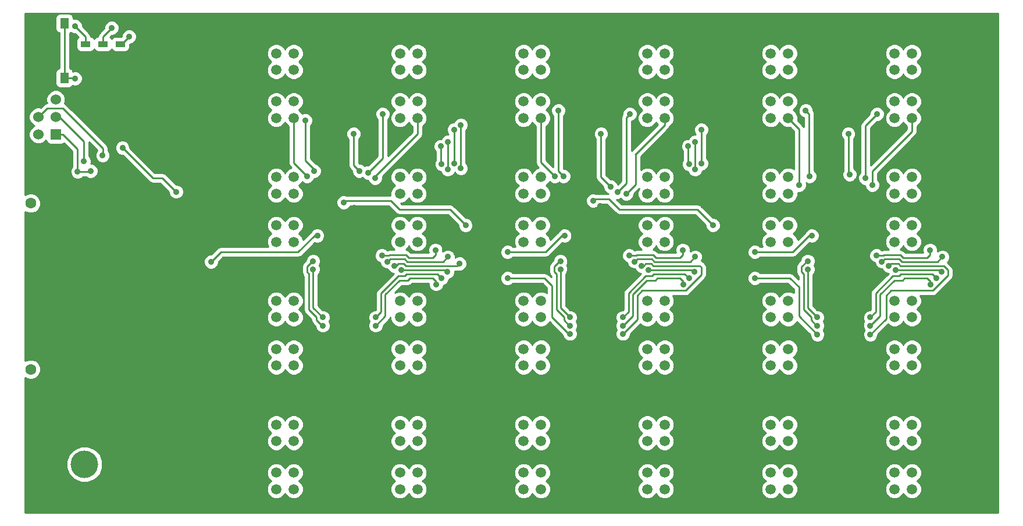
<source format=gtl>
G04 #@! TF.FileFunction,Copper,L1,Top,Signal*
%FSLAX46Y46*%
G04 Gerber Fmt 4.6, Leading zero omitted, Abs format (unit mm)*
G04 Created by KiCad (PCBNEW 4.0.1-stable) date 6/7/2017 10:05:46 PM*
%MOMM*%
G01*
G04 APERTURE LIST*
%ADD10C,0.150000*%
%ADD11C,1.520000*%
%ADD12R,1.300000X1.550000*%
%ADD13R,1.524000X1.524000*%
%ADD14C,1.524000*%
%ADD15R,1.397000X0.889000*%
%ADD16C,0.300000*%
%ADD17C,1.600000*%
%ADD18C,4.000000*%
%ADD19C,0.889000*%
%ADD20C,0.254000*%
G04 APERTURE END LIST*
D10*
D11*
X174706000Y-138248000D03*
X177246000Y-138248000D03*
X174706000Y-135838000D03*
X177246000Y-135838000D03*
X138706000Y-77248000D03*
X141246000Y-77248000D03*
X138706000Y-74838000D03*
X141246000Y-74838000D03*
X102706000Y-84248000D03*
X105246000Y-84248000D03*
X102706000Y-81838000D03*
X105246000Y-81838000D03*
D12*
X67346000Y-70447000D03*
X71846000Y-70447000D03*
X71846000Y-78397000D03*
X67346000Y-78397000D03*
D13*
X70612000Y-86614000D03*
D14*
X68072000Y-86614000D03*
X70612000Y-84074000D03*
X68072000Y-84074000D03*
X70612000Y-81534000D03*
X68072000Y-81534000D03*
D15*
X80010000Y-75374500D03*
X80010000Y-73469500D03*
X77470000Y-73469500D03*
X77470000Y-75374500D03*
X74930000Y-75374500D03*
X74930000Y-73469500D03*
D16*
X112976000Y-103438000D03*
X111676000Y-103438000D03*
X111676000Y-104738000D03*
X111676000Y-106038000D03*
X111676000Y-107338000D03*
X111676000Y-108638000D03*
X111676000Y-109938000D03*
X111676000Y-111238000D03*
X112976000Y-111238000D03*
X112976000Y-109938000D03*
X112976000Y-108638000D03*
X112976000Y-107338000D03*
X112976000Y-106038000D03*
X112976000Y-104738000D03*
X114276000Y-103438000D03*
X114276000Y-104738000D03*
X114276000Y-106038000D03*
X114276000Y-107338000D03*
X114276000Y-108638000D03*
X114276000Y-109938000D03*
X114276000Y-111238000D03*
X148976000Y-103438000D03*
X147676000Y-103438000D03*
X147676000Y-104738000D03*
X147676000Y-106038000D03*
X147676000Y-107338000D03*
X147676000Y-108638000D03*
X147676000Y-109938000D03*
X147676000Y-111238000D03*
X148976000Y-111238000D03*
X148976000Y-109938000D03*
X148976000Y-108638000D03*
X148976000Y-107338000D03*
X148976000Y-106038000D03*
X148976000Y-104738000D03*
X150276000Y-103438000D03*
X150276000Y-104738000D03*
X150276000Y-106038000D03*
X150276000Y-107338000D03*
X150276000Y-108638000D03*
X150276000Y-109938000D03*
X150276000Y-111238000D03*
X184976000Y-103438000D03*
X183676000Y-103438000D03*
X183676000Y-104738000D03*
X183676000Y-106038000D03*
X183676000Y-107338000D03*
X183676000Y-108638000D03*
X183676000Y-109938000D03*
X183676000Y-111238000D03*
X184976000Y-111238000D03*
X184976000Y-109938000D03*
X184976000Y-108638000D03*
X184976000Y-107338000D03*
X184976000Y-106038000D03*
X184976000Y-104738000D03*
X186276000Y-103438000D03*
X186276000Y-104738000D03*
X186276000Y-106038000D03*
X186276000Y-107338000D03*
X186276000Y-108638000D03*
X186276000Y-109938000D03*
X186276000Y-111238000D03*
D11*
X102706000Y-77248000D03*
X105246000Y-77248000D03*
X102706000Y-74838000D03*
X105246000Y-74838000D03*
X138706000Y-95248000D03*
X141246000Y-95248000D03*
X138706000Y-92838000D03*
X141246000Y-92838000D03*
X138706000Y-84248000D03*
X141246000Y-84248000D03*
X138706000Y-81838000D03*
X141246000Y-81838000D03*
X102706000Y-138248000D03*
X105246000Y-138248000D03*
X102706000Y-135838000D03*
X105246000Y-135838000D03*
X102706000Y-131248000D03*
X105246000Y-131248000D03*
X102706000Y-128838000D03*
X105246000Y-128838000D03*
X102706000Y-120248000D03*
X105246000Y-120248000D03*
X102706000Y-117838000D03*
X105246000Y-117838000D03*
X102706000Y-113248000D03*
X105246000Y-113248000D03*
X102706000Y-110838000D03*
X105246000Y-110838000D03*
X102706000Y-102248000D03*
X105246000Y-102248000D03*
X102706000Y-99838000D03*
X105246000Y-99838000D03*
X102706000Y-95248000D03*
X105246000Y-95248000D03*
X102706000Y-92838000D03*
X105246000Y-92838000D03*
X174706000Y-77248000D03*
X177246000Y-77248000D03*
X174706000Y-74838000D03*
X177246000Y-74838000D03*
X138706000Y-102248000D03*
X141246000Y-102248000D03*
X138706000Y-99838000D03*
X141246000Y-99838000D03*
X138706000Y-113248000D03*
X141246000Y-113248000D03*
X138706000Y-110838000D03*
X141246000Y-110838000D03*
X138706000Y-120248000D03*
X141246000Y-120248000D03*
X138706000Y-117838000D03*
X141246000Y-117838000D03*
X138706000Y-131248000D03*
X141246000Y-131248000D03*
X138706000Y-128838000D03*
X141246000Y-128838000D03*
X138706000Y-138248000D03*
X141246000Y-138248000D03*
X138706000Y-135838000D03*
X141246000Y-135838000D03*
X174706000Y-84248000D03*
X177246000Y-84248000D03*
X174706000Y-81838000D03*
X177246000Y-81838000D03*
X174706000Y-95248000D03*
X177246000Y-95248000D03*
X174706000Y-92838000D03*
X177246000Y-92838000D03*
X174706000Y-102248000D03*
X177246000Y-102248000D03*
X174706000Y-99838000D03*
X177246000Y-99838000D03*
X174706000Y-113248000D03*
X177246000Y-113248000D03*
X174706000Y-110838000D03*
X177246000Y-110838000D03*
X174706000Y-120248000D03*
X177246000Y-120248000D03*
X174706000Y-117838000D03*
X177246000Y-117838000D03*
X174706000Y-131248000D03*
X177246000Y-131248000D03*
X174706000Y-128838000D03*
X177246000Y-128838000D03*
X156706000Y-102248000D03*
X159246000Y-102248000D03*
X156706000Y-99838000D03*
X159246000Y-99838000D03*
X120706000Y-77248000D03*
X123246000Y-77248000D03*
X120706000Y-74838000D03*
X123246000Y-74838000D03*
X120706000Y-84248000D03*
X123246000Y-84248000D03*
X120706000Y-81838000D03*
X123246000Y-81838000D03*
X120706000Y-95248000D03*
X123246000Y-95248000D03*
X120706000Y-92838000D03*
X123246000Y-92838000D03*
X120706000Y-102248000D03*
X123246000Y-102248000D03*
X120706000Y-99838000D03*
X123246000Y-99838000D03*
X120706000Y-113248000D03*
X123246000Y-113248000D03*
X120706000Y-110838000D03*
X123246000Y-110838000D03*
X120706000Y-120248000D03*
X123246000Y-120248000D03*
X120706000Y-117838000D03*
X123246000Y-117838000D03*
X120706000Y-131248000D03*
X123246000Y-131248000D03*
X120706000Y-128838000D03*
X123246000Y-128838000D03*
X120706000Y-138248000D03*
X123246000Y-138248000D03*
X120706000Y-135838000D03*
X123246000Y-135838000D03*
X156706000Y-77248000D03*
X159246000Y-77248000D03*
X156706000Y-74838000D03*
X159246000Y-74838000D03*
X156706000Y-84248000D03*
X159246000Y-84248000D03*
X156706000Y-81838000D03*
X159246000Y-81838000D03*
X156706000Y-95248000D03*
X159246000Y-95248000D03*
X156706000Y-92838000D03*
X159246000Y-92838000D03*
X192706000Y-138248000D03*
X195246000Y-138248000D03*
X192706000Y-135838000D03*
X195246000Y-135838000D03*
X156706000Y-113248000D03*
X159246000Y-113248000D03*
X156706000Y-110838000D03*
X159246000Y-110838000D03*
X156706000Y-120248000D03*
X159246000Y-120248000D03*
X156706000Y-117838000D03*
X159246000Y-117838000D03*
X156706000Y-131248000D03*
X159246000Y-131248000D03*
X156706000Y-128838000D03*
X159246000Y-128838000D03*
X156706000Y-138248000D03*
X159246000Y-138248000D03*
X156706000Y-135838000D03*
X159246000Y-135838000D03*
X192706000Y-77248000D03*
X195246000Y-77248000D03*
X192706000Y-74838000D03*
X195246000Y-74838000D03*
X192706000Y-84248000D03*
X195246000Y-84248000D03*
X192706000Y-81838000D03*
X195246000Y-81838000D03*
X192706000Y-95248000D03*
X195246000Y-95248000D03*
X192706000Y-92838000D03*
X195246000Y-92838000D03*
X192706000Y-102248000D03*
X195246000Y-102248000D03*
X192706000Y-99838000D03*
X195246000Y-99838000D03*
X192706000Y-113248000D03*
X195246000Y-113248000D03*
X192706000Y-110838000D03*
X195246000Y-110838000D03*
X192706000Y-120248000D03*
X195246000Y-120248000D03*
X192706000Y-117838000D03*
X195246000Y-117838000D03*
X192706000Y-131248000D03*
X195246000Y-131248000D03*
X192706000Y-128838000D03*
X195246000Y-128838000D03*
D17*
X66976000Y-96650000D03*
X66976000Y-120800000D03*
D18*
X74780140Y-134620000D03*
X68780660Y-134620000D03*
X71780400Y-139319000D03*
D19*
X73776000Y-92038000D03*
X75692000Y-91948000D03*
X77422000Y-89672000D03*
X73406000Y-78486000D03*
X74676000Y-90538000D03*
X151384000Y-94234000D03*
X114808000Y-91948000D03*
X186182000Y-92456000D03*
X185976000Y-86538000D03*
X149976000Y-86538000D03*
X113976000Y-86538000D03*
X181476000Y-114438000D03*
X189176000Y-114438000D03*
X180076000Y-105038000D03*
X197976000Y-108438000D03*
X162776000Y-90938000D03*
X145476000Y-114438000D03*
X153176000Y-114438000D03*
X144076000Y-105038000D03*
X161976000Y-108438000D03*
X162676000Y-88338000D03*
X109476000Y-114438000D03*
X117176000Y-114438000D03*
X108076000Y-105038000D03*
X125976000Y-108438000D03*
X126676000Y-88338000D03*
X126776000Y-90938000D03*
X199576000Y-106638000D03*
X192876000Y-106338000D03*
X164576000Y-85938000D03*
X164576000Y-90838000D03*
X156876000Y-106338000D03*
X163576000Y-106638000D03*
X128576000Y-90838000D03*
X120876000Y-106338000D03*
X127576000Y-106638000D03*
X128576000Y-85938000D03*
X199676000Y-104438000D03*
X190876000Y-105138000D03*
X163676000Y-91738000D03*
X163676000Y-104438000D03*
X154876000Y-105138000D03*
X163676000Y-87738000D03*
X127676000Y-104438000D03*
X118876000Y-105138000D03*
X127676000Y-87738000D03*
X127676000Y-91738000D03*
X129576000Y-85238000D03*
X129576000Y-91538000D03*
X119876000Y-105738000D03*
X129376000Y-105438000D03*
X80322000Y-88572000D03*
X88122000Y-94972000D03*
X108676000Y-101338000D03*
X93218000Y-105156000D03*
X166276000Y-99838000D03*
X180676000Y-101338000D03*
X172376000Y-103738000D03*
X148844000Y-96266000D03*
X112522000Y-96520000D03*
X130276000Y-99838000D03*
X136376000Y-103738000D03*
X144676000Y-101338000D03*
X197876000Y-103438000D03*
X190076000Y-104238000D03*
X154076000Y-104238000D03*
X161876000Y-103438000D03*
X125876000Y-103438000D03*
X118076000Y-104238000D03*
X76454000Y-129540000D03*
X89722000Y-107772000D03*
X89822000Y-114272000D03*
X90170000Y-125222000D03*
X79502000Y-139192000D03*
X69342000Y-124460000D03*
X69342000Y-125730000D03*
X69342000Y-127000000D03*
X69342000Y-128270000D03*
X72898000Y-129794000D03*
X69222000Y-89172000D03*
X90172000Y-85822000D03*
X90170000Y-87122000D03*
X93218000Y-91186000D03*
X84836000Y-90932000D03*
X77172000Y-86322000D03*
X82422000Y-86822000D03*
X82422000Y-85572000D03*
X149860000Y-97028000D03*
X114046000Y-97282000D03*
X185928000Y-97028000D03*
X116078000Y-92202000D03*
X118176000Y-83638000D03*
X117094000Y-92964000D03*
X152400000Y-94996000D03*
X154176000Y-83638000D03*
X153670000Y-95250000D03*
X190176000Y-83638000D03*
X188468000Y-92964000D03*
X189484000Y-93980000D03*
X106934000Y-84582000D03*
X108204000Y-91948000D03*
X107188000Y-92710000D03*
X144526000Y-92710000D03*
X143776000Y-83138000D03*
X143256000Y-92710000D03*
X180340000Y-92710000D03*
X179776000Y-83138000D03*
X178816000Y-93980000D03*
X136376000Y-107538000D03*
X145476000Y-115638000D03*
X153176000Y-115638000D03*
X109476000Y-113238000D03*
X117176000Y-113238000D03*
X108076000Y-106238000D03*
X126776000Y-107538000D03*
X155876000Y-105738000D03*
X191876000Y-105738000D03*
X145476000Y-113238000D03*
X153176000Y-113238000D03*
X144076000Y-106238000D03*
X162776000Y-107538000D03*
X189176000Y-115738000D03*
X181476000Y-115738000D03*
X172376000Y-107538000D03*
X181476000Y-113238000D03*
X189176000Y-113238000D03*
X180076000Y-106238000D03*
X198776000Y-107538000D03*
X81280000Y-72390000D03*
X73406000Y-70866000D03*
X78740000Y-71120000D03*
D20*
X70612000Y-86614000D02*
X71628000Y-86614000D01*
X73776000Y-88762000D02*
X73776000Y-92038000D01*
X71628000Y-86614000D02*
X73776000Y-88762000D01*
X74976000Y-92038000D02*
X73776000Y-92038000D01*
X75602000Y-92038000D02*
X74976000Y-92038000D01*
X75692000Y-91948000D02*
X75602000Y-92038000D01*
X77459000Y-88635000D02*
X77459000Y-89635000D01*
X77459000Y-89635000D02*
X77422000Y-89672000D01*
X68072000Y-84074000D02*
X69342000Y-82804000D01*
X71628000Y-82804000D02*
X77459000Y-88635000D01*
X77459000Y-88635000D02*
X77470000Y-88646000D01*
X69342000Y-82804000D02*
X71628000Y-82804000D01*
X71846000Y-78397000D02*
X71846000Y-70447000D01*
X73317000Y-78397000D02*
X71846000Y-78397000D01*
X73406000Y-78486000D02*
X73317000Y-78397000D01*
X71846000Y-70648000D02*
X71846000Y-70447000D01*
X71503000Y-78740000D02*
X71846000Y-78397000D01*
X70612000Y-84074000D02*
X71120000Y-84074000D01*
X74676000Y-87630000D02*
X74676000Y-90538000D01*
X71120000Y-84074000D02*
X74676000Y-87630000D01*
X74676000Y-90538000D02*
X74676000Y-89738000D01*
X149976000Y-92826000D02*
X149976000Y-86538000D01*
X151384000Y-94234000D02*
X149976000Y-92826000D01*
X113976000Y-91116000D02*
X113976000Y-86538000D01*
X114808000Y-91948000D02*
X113976000Y-91116000D01*
X185976000Y-92250000D02*
X186182000Y-92456000D01*
X185976000Y-92250000D02*
X185976000Y-86538000D01*
X185976000Y-86538000D02*
X186076000Y-86638000D01*
X149976000Y-86538000D02*
X150076000Y-86638000D01*
X113976000Y-86538000D02*
X114076000Y-86638000D01*
X197476000Y-107538000D02*
X197976000Y-108038000D01*
X179976000Y-105038000D02*
X179176000Y-105838000D01*
X179176000Y-105838000D02*
X179176000Y-106638000D01*
X179176000Y-106638000D02*
X179476000Y-106938000D01*
X179476000Y-106938000D02*
X179476000Y-112138000D01*
X179476000Y-112138000D02*
X180576000Y-113238000D01*
X180576000Y-113238000D02*
X180576000Y-113638000D01*
X180576000Y-113638000D02*
X181376000Y-114438000D01*
X181376000Y-114438000D02*
X181476000Y-114438000D01*
X189176000Y-114438000D02*
X190576000Y-113038000D01*
X190576000Y-113038000D02*
X190576000Y-109938000D01*
X190576000Y-109938000D02*
X192676000Y-107838000D01*
X192676000Y-107838000D02*
X193876000Y-107838000D01*
X193876000Y-107838000D02*
X194176000Y-107538000D01*
X194176000Y-107538000D02*
X197476000Y-107538000D01*
X179976000Y-105038000D02*
X180076000Y-105038000D01*
X197976000Y-108038000D02*
X197976000Y-108438000D01*
X161476000Y-107538000D02*
X161976000Y-108038000D01*
X143976000Y-105038000D02*
X143176000Y-105838000D01*
X143176000Y-105838000D02*
X143176000Y-106638000D01*
X143176000Y-106638000D02*
X143476000Y-106938000D01*
X143476000Y-106938000D02*
X143476000Y-112138000D01*
X143476000Y-112138000D02*
X144576000Y-113238000D01*
X144576000Y-113238000D02*
X144576000Y-113638000D01*
X144576000Y-113638000D02*
X145376000Y-114438000D01*
X145376000Y-114438000D02*
X145476000Y-114438000D01*
X153176000Y-114438000D02*
X154576000Y-113038000D01*
X154576000Y-113038000D02*
X154576000Y-109938000D01*
X154576000Y-109938000D02*
X156676000Y-107838000D01*
X156676000Y-107838000D02*
X157876000Y-107838000D01*
X157876000Y-107838000D02*
X158176000Y-107538000D01*
X158176000Y-107538000D02*
X161476000Y-107538000D01*
X144076000Y-105038000D02*
X143976000Y-105038000D01*
X161976000Y-108038000D02*
X161976000Y-108438000D01*
X162676000Y-90838000D02*
X162676000Y-88338000D01*
X162776000Y-90938000D02*
X162676000Y-90838000D01*
X125476000Y-107538000D02*
X125976000Y-108038000D01*
X107976000Y-105038000D02*
X107176000Y-105838000D01*
X107176000Y-105838000D02*
X107176000Y-106638000D01*
X107176000Y-106638000D02*
X107476000Y-106938000D01*
X107476000Y-106938000D02*
X107476000Y-112138000D01*
X107476000Y-112138000D02*
X108576000Y-113238000D01*
X108576000Y-113238000D02*
X108576000Y-113638000D01*
X108576000Y-113638000D02*
X109376000Y-114438000D01*
X109376000Y-114438000D02*
X109476000Y-114438000D01*
X117176000Y-114438000D02*
X118576000Y-113038000D01*
X118576000Y-113038000D02*
X118576000Y-109938000D01*
X118576000Y-109938000D02*
X120676000Y-107838000D01*
X120676000Y-107838000D02*
X121876000Y-107838000D01*
X121876000Y-107838000D02*
X122176000Y-107538000D01*
X122176000Y-107538000D02*
X125476000Y-107538000D01*
X108076000Y-105038000D02*
X107976000Y-105038000D01*
X125976000Y-108038000D02*
X125976000Y-108438000D01*
X126676000Y-90838000D02*
X126676000Y-88338000D01*
X126776000Y-90938000D02*
X126676000Y-90838000D01*
X199276000Y-106338000D02*
X199576000Y-106638000D01*
X197476000Y-106338000D02*
X192876000Y-106338000D01*
X197476000Y-106338000D02*
X199276000Y-106338000D01*
X164576000Y-90838000D02*
X164576000Y-85938000D01*
X161476000Y-106338000D02*
X163276000Y-106338000D01*
X161476000Y-106338000D02*
X156876000Y-106338000D01*
X163276000Y-106338000D02*
X163576000Y-106638000D01*
X128576000Y-90838000D02*
X128576000Y-85938000D01*
X125476000Y-106338000D02*
X127276000Y-106338000D01*
X125476000Y-106338000D02*
X120876000Y-106338000D01*
X127276000Y-106338000D02*
X127576000Y-106638000D01*
X198076000Y-105138000D02*
X198976000Y-105138000D01*
X191276000Y-104738000D02*
X190876000Y-105138000D01*
X193776000Y-105138000D02*
X197476000Y-105138000D01*
X193376000Y-104738000D02*
X193776000Y-105138000D01*
X191276000Y-104738000D02*
X193376000Y-104738000D01*
X197476000Y-105138000D02*
X198076000Y-105138000D01*
X198976000Y-105138000D02*
X199676000Y-104438000D01*
X162076000Y-105138000D02*
X162976000Y-105138000D01*
X154876000Y-105138000D02*
X155276000Y-104738000D01*
X157776000Y-105138000D02*
X161476000Y-105138000D01*
X157376000Y-104738000D02*
X157776000Y-105138000D01*
X155276000Y-104738000D02*
X157376000Y-104738000D01*
X161476000Y-105138000D02*
X162076000Y-105138000D01*
X162976000Y-105138000D02*
X163676000Y-104438000D01*
X163676000Y-91738000D02*
X163676000Y-87738000D01*
X126076000Y-105138000D02*
X126976000Y-105138000D01*
X118876000Y-105138000D02*
X119276000Y-104738000D01*
X121776000Y-105138000D02*
X125476000Y-105138000D01*
X121376000Y-104738000D02*
X121776000Y-105138000D01*
X119276000Y-104738000D02*
X121376000Y-104738000D01*
X125476000Y-105138000D02*
X126076000Y-105138000D01*
X126976000Y-105138000D02*
X127676000Y-104438000D01*
X127676000Y-91738000D02*
X127676000Y-87738000D01*
X129576000Y-85238000D02*
X129576000Y-91538000D01*
X125476000Y-105738000D02*
X129076000Y-105738000D01*
X120176000Y-105738000D02*
X120476000Y-105438000D01*
X120476000Y-105438000D02*
X121276000Y-105438000D01*
X121276000Y-105438000D02*
X121576000Y-105738000D01*
X121576000Y-105738000D02*
X125476000Y-105738000D01*
X119876000Y-105738000D02*
X120176000Y-105738000D01*
X129076000Y-105738000D02*
X129376000Y-105438000D01*
X84722000Y-92972000D02*
X80322000Y-88572000D01*
X86122000Y-92972000D02*
X84722000Y-92972000D01*
X88122000Y-94972000D02*
X86122000Y-92972000D01*
X93218000Y-105156000D02*
X94636000Y-103738000D01*
X108676000Y-101338000D02*
X108276000Y-101338000D01*
X108276000Y-101338000D02*
X105876000Y-103738000D01*
X105876000Y-103738000D02*
X94636000Y-103738000D01*
X152654000Y-97536000D02*
X163974000Y-97536000D01*
X166276000Y-99838000D02*
X163976000Y-97538000D01*
X180676000Y-101338000D02*
X180276000Y-101338000D01*
X177876000Y-103738000D02*
X172376000Y-103738000D01*
X180276000Y-101338000D02*
X177876000Y-103738000D01*
X148844000Y-96266000D02*
X149098000Y-96012000D01*
X149098000Y-96012000D02*
X151130000Y-96012000D01*
X151130000Y-96012000D02*
X152654000Y-97536000D01*
X163974000Y-97536000D02*
X163976000Y-97538000D01*
X112522000Y-96520000D02*
X112776000Y-96266000D01*
X112776000Y-96266000D02*
X119380000Y-96266000D01*
X119380000Y-96266000D02*
X120671000Y-97557000D01*
X120671000Y-97557000D02*
X127995000Y-97557000D01*
X130276000Y-99838000D02*
X127995000Y-97557000D01*
X144276000Y-101338000D02*
X141876000Y-103738000D01*
X141876000Y-103738000D02*
X136376000Y-103738000D01*
X144676000Y-101338000D02*
X144276000Y-101338000D01*
X127995000Y-97557000D02*
X127976000Y-97538000D01*
X197876000Y-104138000D02*
X197876000Y-103438000D01*
X191076000Y-104238000D02*
X190076000Y-104238000D01*
X193976000Y-104538000D02*
X197476000Y-104538000D01*
X193576000Y-104138000D02*
X193976000Y-104538000D01*
X191176000Y-104138000D02*
X193576000Y-104138000D01*
X191076000Y-104238000D02*
X191176000Y-104138000D01*
X197476000Y-104538000D02*
X197876000Y-104138000D01*
X161476000Y-104538000D02*
X161876000Y-104138000D01*
X155076000Y-104238000D02*
X155176000Y-104138000D01*
X155176000Y-104138000D02*
X157576000Y-104138000D01*
X157576000Y-104138000D02*
X157976000Y-104538000D01*
X157976000Y-104538000D02*
X161476000Y-104538000D01*
X154076000Y-104238000D02*
X155076000Y-104238000D01*
X161876000Y-104138000D02*
X161876000Y-103438000D01*
X125476000Y-104538000D02*
X125876000Y-104138000D01*
X125876000Y-104138000D02*
X125876000Y-103438000D01*
X118076000Y-104238000D02*
X119076000Y-104238000D01*
X121976000Y-104538000D02*
X125476000Y-104538000D01*
X121576000Y-104138000D02*
X121976000Y-104538000D01*
X119176000Y-104138000D02*
X121576000Y-104138000D01*
X119076000Y-104238000D02*
X119176000Y-104138000D01*
X118176000Y-90104000D02*
X116078000Y-92202000D01*
X118176000Y-83638000D02*
X118176000Y-90104000D01*
X117094000Y-92964000D02*
X117094000Y-92710000D01*
X117094000Y-92710000D02*
X123246000Y-86558000D01*
X123246000Y-85268000D02*
X123246000Y-86558000D01*
X123246000Y-84248000D02*
X123246000Y-85268000D01*
X152400000Y-94996000D02*
X153676000Y-93720000D01*
X153676000Y-93720000D02*
X153676000Y-89638000D01*
X153676000Y-84138000D02*
X153676000Y-89438000D01*
X153676000Y-84138000D02*
X154176000Y-83638000D01*
X153676000Y-89438000D02*
X153676000Y-89638000D01*
X155023000Y-93897000D02*
X155023000Y-89491000D01*
X153670000Y-95250000D02*
X155023000Y-93897000D01*
X159246000Y-85268000D02*
X159246000Y-84248000D01*
X155076000Y-89438000D02*
X155023000Y-89491000D01*
X155023000Y-89491000D02*
X159246000Y-85268000D01*
X155076000Y-89438000D02*
X154976000Y-89538000D01*
X188468000Y-92964000D02*
X188468000Y-85344000D01*
X188468000Y-85344000D02*
X190174000Y-83638000D01*
X190174000Y-83638000D02*
X190176000Y-83638000D01*
X195246000Y-85268000D02*
X195246000Y-86186000D01*
X195246000Y-84248000D02*
X195246000Y-85268000D01*
X195246000Y-86186000D02*
X189484000Y-91948000D01*
X189484000Y-93980000D02*
X189484000Y-91948000D01*
X106934000Y-84582000D02*
X106934000Y-90424000D01*
X106934000Y-90424000D02*
X108204000Y-91694000D01*
X108204000Y-91694000D02*
X108204000Y-91948000D01*
X105246000Y-90678000D02*
X105246000Y-90768000D01*
X105246000Y-90768000D02*
X107188000Y-92710000D01*
X105246000Y-84248000D02*
X105246000Y-90678000D01*
X105246000Y-90678000D02*
X105246000Y-90768000D01*
X143776000Y-91186000D02*
X143776000Y-91960000D01*
X143776000Y-91960000D02*
X144526000Y-92710000D01*
X143776000Y-83138000D02*
X143776000Y-91186000D01*
X143776000Y-91186000D02*
X143776000Y-91198000D01*
X141246000Y-84248000D02*
X141246000Y-90700000D01*
X141246000Y-90700000D02*
X143256000Y-92710000D01*
X141786000Y-84248000D02*
X141246000Y-84248000D01*
X180272000Y-92642000D02*
X180272000Y-83634000D01*
X180340000Y-92710000D02*
X180272000Y-92642000D01*
X180276000Y-83638000D02*
X180272000Y-83634000D01*
X180272000Y-83634000D02*
X179776000Y-83138000D01*
X178816000Y-85852000D02*
X177246000Y-84282000D01*
X178816000Y-93980000D02*
X178816000Y-85852000D01*
X177246000Y-84282000D02*
X177246000Y-84248000D01*
X164376000Y-105738000D02*
X164576000Y-105938000D01*
X164576000Y-105938000D02*
X164576000Y-107038000D01*
X136376000Y-107538000D02*
X141776000Y-107538000D01*
X141776000Y-107538000D02*
X142876000Y-108638000D01*
X142876000Y-108638000D02*
X142876000Y-113238000D01*
X142876000Y-113238000D02*
X145276000Y-115638000D01*
X145276000Y-115638000D02*
X145476000Y-115638000D01*
X153176000Y-115638000D02*
X155276000Y-113538000D01*
X155276000Y-113538000D02*
X155276000Y-110238000D01*
X155276000Y-110238000D02*
X155276000Y-110038000D01*
X155276000Y-110038000D02*
X155976000Y-109338000D01*
X155976000Y-109338000D02*
X162276000Y-109338000D01*
X162276000Y-109338000D02*
X164576000Y-107038000D01*
X125476000Y-106938000D02*
X126176000Y-106938000D01*
X108076000Y-111838000D02*
X109476000Y-113238000D01*
X117176000Y-113238000D02*
X117976000Y-112438000D01*
X117976000Y-112438000D02*
X117976000Y-109738000D01*
X117976000Y-109738000D02*
X120476000Y-107238000D01*
X120476000Y-107238000D02*
X121376000Y-107238000D01*
X121376000Y-107238000D02*
X121676000Y-106938000D01*
X121676000Y-106938000D02*
X125476000Y-106938000D01*
X108076000Y-106238000D02*
X108076000Y-111838000D01*
X126176000Y-106938000D02*
X126776000Y-107538000D01*
X161476000Y-105738000D02*
X164376000Y-105738000D01*
X156176000Y-105738000D02*
X156476000Y-105438000D01*
X156476000Y-105438000D02*
X157276000Y-105438000D01*
X157276000Y-105438000D02*
X157576000Y-105738000D01*
X157576000Y-105738000D02*
X161476000Y-105738000D01*
X155876000Y-105738000D02*
X156176000Y-105738000D01*
X200476000Y-107138000D02*
X198276000Y-109338000D01*
X200476000Y-106338000D02*
X200476000Y-107138000D01*
X199876000Y-105738000D02*
X200476000Y-106338000D01*
X193576000Y-105738000D02*
X199876000Y-105738000D01*
X193276000Y-105438000D02*
X193576000Y-105738000D01*
X192176000Y-105438000D02*
X193276000Y-105438000D01*
X191876000Y-105738000D02*
X192176000Y-105438000D01*
X161476000Y-106938000D02*
X162176000Y-106938000D01*
X144076000Y-111838000D02*
X145476000Y-113238000D01*
X153176000Y-113238000D02*
X153976000Y-112438000D01*
X153976000Y-112438000D02*
X153976000Y-109738000D01*
X153976000Y-109738000D02*
X156476000Y-107238000D01*
X156476000Y-107238000D02*
X157376000Y-107238000D01*
X157376000Y-107238000D02*
X157676000Y-106938000D01*
X157676000Y-106938000D02*
X161476000Y-106938000D01*
X144076000Y-106238000D02*
X144076000Y-111838000D01*
X162176000Y-106938000D02*
X162776000Y-107538000D01*
X192176000Y-109338000D02*
X198276000Y-109338000D01*
X191476000Y-110038000D02*
X192176000Y-109338000D01*
X191476000Y-113438000D02*
X191476000Y-110038000D01*
X189176000Y-115738000D02*
X191476000Y-113438000D01*
X178776000Y-113038000D02*
X181476000Y-115738000D01*
X178776000Y-108838000D02*
X178776000Y-113038000D01*
X177476000Y-107538000D02*
X178776000Y-108838000D01*
X172376000Y-107538000D02*
X177476000Y-107538000D01*
X197476000Y-106938000D02*
X198176000Y-106938000D01*
X180076000Y-111838000D02*
X181476000Y-113238000D01*
X189176000Y-113238000D02*
X189976000Y-112438000D01*
X189976000Y-112438000D02*
X189976000Y-109738000D01*
X189976000Y-109738000D02*
X192476000Y-107238000D01*
X192476000Y-107238000D02*
X193376000Y-107238000D01*
X193376000Y-107238000D02*
X193676000Y-106938000D01*
X193676000Y-106938000D02*
X197476000Y-106938000D01*
X180076000Y-106238000D02*
X180076000Y-111838000D01*
X198176000Y-106938000D02*
X198776000Y-107538000D01*
X81280000Y-72390000D02*
X80200500Y-73469500D01*
X80200500Y-73469500D02*
X80010000Y-73469500D01*
X74930000Y-72390000D02*
X74930000Y-73469500D01*
X73406000Y-70866000D02*
X74930000Y-72390000D01*
X77470000Y-72390000D02*
X77470000Y-73469500D01*
X78740000Y-71120000D02*
X77470000Y-72390000D01*
G36*
X207791000Y-141653000D02*
X66161000Y-141653000D01*
X66161000Y-135141834D01*
X72144683Y-135141834D01*
X72544993Y-136110658D01*
X73285583Y-136852542D01*
X74253707Y-137254542D01*
X75301974Y-137255457D01*
X76270798Y-136855147D01*
X77012682Y-136114557D01*
X77012803Y-136114265D01*
X101310758Y-136114265D01*
X101522687Y-136627172D01*
X101914764Y-137019934D01*
X101969815Y-137042793D01*
X101916828Y-137064687D01*
X101524066Y-137456764D01*
X101311242Y-137969300D01*
X101310758Y-138524265D01*
X101522687Y-139037172D01*
X101914764Y-139429934D01*
X102427300Y-139642758D01*
X102982265Y-139643242D01*
X103495172Y-139431313D01*
X103887934Y-139039236D01*
X103975954Y-138827262D01*
X104062687Y-139037172D01*
X104454764Y-139429934D01*
X104967300Y-139642758D01*
X105522265Y-139643242D01*
X106035172Y-139431313D01*
X106427934Y-139039236D01*
X106640758Y-138526700D01*
X106641242Y-137971735D01*
X106429313Y-137458828D01*
X106037236Y-137066066D01*
X105982185Y-137043207D01*
X106035172Y-137021313D01*
X106427934Y-136629236D01*
X106640758Y-136116700D01*
X106640760Y-136114265D01*
X119310758Y-136114265D01*
X119522687Y-136627172D01*
X119914764Y-137019934D01*
X119969815Y-137042793D01*
X119916828Y-137064687D01*
X119524066Y-137456764D01*
X119311242Y-137969300D01*
X119310758Y-138524265D01*
X119522687Y-139037172D01*
X119914764Y-139429934D01*
X120427300Y-139642758D01*
X120982265Y-139643242D01*
X121495172Y-139431313D01*
X121887934Y-139039236D01*
X121975954Y-138827262D01*
X122062687Y-139037172D01*
X122454764Y-139429934D01*
X122967300Y-139642758D01*
X123522265Y-139643242D01*
X124035172Y-139431313D01*
X124427934Y-139039236D01*
X124640758Y-138526700D01*
X124641242Y-137971735D01*
X124429313Y-137458828D01*
X124037236Y-137066066D01*
X123982185Y-137043207D01*
X124035172Y-137021313D01*
X124427934Y-136629236D01*
X124640758Y-136116700D01*
X124640760Y-136114265D01*
X137310758Y-136114265D01*
X137522687Y-136627172D01*
X137914764Y-137019934D01*
X137969815Y-137042793D01*
X137916828Y-137064687D01*
X137524066Y-137456764D01*
X137311242Y-137969300D01*
X137310758Y-138524265D01*
X137522687Y-139037172D01*
X137914764Y-139429934D01*
X138427300Y-139642758D01*
X138982265Y-139643242D01*
X139495172Y-139431313D01*
X139887934Y-139039236D01*
X139975954Y-138827262D01*
X140062687Y-139037172D01*
X140454764Y-139429934D01*
X140967300Y-139642758D01*
X141522265Y-139643242D01*
X142035172Y-139431313D01*
X142427934Y-139039236D01*
X142640758Y-138526700D01*
X142641242Y-137971735D01*
X142429313Y-137458828D01*
X142037236Y-137066066D01*
X141982185Y-137043207D01*
X142035172Y-137021313D01*
X142427934Y-136629236D01*
X142640758Y-136116700D01*
X142640760Y-136114265D01*
X155310758Y-136114265D01*
X155522687Y-136627172D01*
X155914764Y-137019934D01*
X155969815Y-137042793D01*
X155916828Y-137064687D01*
X155524066Y-137456764D01*
X155311242Y-137969300D01*
X155310758Y-138524265D01*
X155522687Y-139037172D01*
X155914764Y-139429934D01*
X156427300Y-139642758D01*
X156982265Y-139643242D01*
X157495172Y-139431313D01*
X157887934Y-139039236D01*
X157975954Y-138827262D01*
X158062687Y-139037172D01*
X158454764Y-139429934D01*
X158967300Y-139642758D01*
X159522265Y-139643242D01*
X160035172Y-139431313D01*
X160427934Y-139039236D01*
X160640758Y-138526700D01*
X160641242Y-137971735D01*
X160429313Y-137458828D01*
X160037236Y-137066066D01*
X159982185Y-137043207D01*
X160035172Y-137021313D01*
X160427934Y-136629236D01*
X160640758Y-136116700D01*
X160640760Y-136114265D01*
X173310758Y-136114265D01*
X173522687Y-136627172D01*
X173914764Y-137019934D01*
X173969815Y-137042793D01*
X173916828Y-137064687D01*
X173524066Y-137456764D01*
X173311242Y-137969300D01*
X173310758Y-138524265D01*
X173522687Y-139037172D01*
X173914764Y-139429934D01*
X174427300Y-139642758D01*
X174982265Y-139643242D01*
X175495172Y-139431313D01*
X175887934Y-139039236D01*
X175975954Y-138827262D01*
X176062687Y-139037172D01*
X176454764Y-139429934D01*
X176967300Y-139642758D01*
X177522265Y-139643242D01*
X178035172Y-139431313D01*
X178427934Y-139039236D01*
X178640758Y-138526700D01*
X178641242Y-137971735D01*
X178429313Y-137458828D01*
X178037236Y-137066066D01*
X177982185Y-137043207D01*
X178035172Y-137021313D01*
X178427934Y-136629236D01*
X178640758Y-136116700D01*
X178640760Y-136114265D01*
X191310758Y-136114265D01*
X191522687Y-136627172D01*
X191914764Y-137019934D01*
X191969815Y-137042793D01*
X191916828Y-137064687D01*
X191524066Y-137456764D01*
X191311242Y-137969300D01*
X191310758Y-138524265D01*
X191522687Y-139037172D01*
X191914764Y-139429934D01*
X192427300Y-139642758D01*
X192982265Y-139643242D01*
X193495172Y-139431313D01*
X193887934Y-139039236D01*
X193975954Y-138827262D01*
X194062687Y-139037172D01*
X194454764Y-139429934D01*
X194967300Y-139642758D01*
X195522265Y-139643242D01*
X196035172Y-139431313D01*
X196427934Y-139039236D01*
X196640758Y-138526700D01*
X196641242Y-137971735D01*
X196429313Y-137458828D01*
X196037236Y-137066066D01*
X195982185Y-137043207D01*
X196035172Y-137021313D01*
X196427934Y-136629236D01*
X196640758Y-136116700D01*
X196641242Y-135561735D01*
X196429313Y-135048828D01*
X196037236Y-134656066D01*
X195524700Y-134443242D01*
X194969735Y-134442758D01*
X194456828Y-134654687D01*
X194064066Y-135046764D01*
X193976046Y-135258738D01*
X193889313Y-135048828D01*
X193497236Y-134656066D01*
X192984700Y-134443242D01*
X192429735Y-134442758D01*
X191916828Y-134654687D01*
X191524066Y-135046764D01*
X191311242Y-135559300D01*
X191310758Y-136114265D01*
X178640760Y-136114265D01*
X178641242Y-135561735D01*
X178429313Y-135048828D01*
X178037236Y-134656066D01*
X177524700Y-134443242D01*
X176969735Y-134442758D01*
X176456828Y-134654687D01*
X176064066Y-135046764D01*
X175976046Y-135258738D01*
X175889313Y-135048828D01*
X175497236Y-134656066D01*
X174984700Y-134443242D01*
X174429735Y-134442758D01*
X173916828Y-134654687D01*
X173524066Y-135046764D01*
X173311242Y-135559300D01*
X173310758Y-136114265D01*
X160640760Y-136114265D01*
X160641242Y-135561735D01*
X160429313Y-135048828D01*
X160037236Y-134656066D01*
X159524700Y-134443242D01*
X158969735Y-134442758D01*
X158456828Y-134654687D01*
X158064066Y-135046764D01*
X157976046Y-135258738D01*
X157889313Y-135048828D01*
X157497236Y-134656066D01*
X156984700Y-134443242D01*
X156429735Y-134442758D01*
X155916828Y-134654687D01*
X155524066Y-135046764D01*
X155311242Y-135559300D01*
X155310758Y-136114265D01*
X142640760Y-136114265D01*
X142641242Y-135561735D01*
X142429313Y-135048828D01*
X142037236Y-134656066D01*
X141524700Y-134443242D01*
X140969735Y-134442758D01*
X140456828Y-134654687D01*
X140064066Y-135046764D01*
X139976046Y-135258738D01*
X139889313Y-135048828D01*
X139497236Y-134656066D01*
X138984700Y-134443242D01*
X138429735Y-134442758D01*
X137916828Y-134654687D01*
X137524066Y-135046764D01*
X137311242Y-135559300D01*
X137310758Y-136114265D01*
X124640760Y-136114265D01*
X124641242Y-135561735D01*
X124429313Y-135048828D01*
X124037236Y-134656066D01*
X123524700Y-134443242D01*
X122969735Y-134442758D01*
X122456828Y-134654687D01*
X122064066Y-135046764D01*
X121976046Y-135258738D01*
X121889313Y-135048828D01*
X121497236Y-134656066D01*
X120984700Y-134443242D01*
X120429735Y-134442758D01*
X119916828Y-134654687D01*
X119524066Y-135046764D01*
X119311242Y-135559300D01*
X119310758Y-136114265D01*
X106640760Y-136114265D01*
X106641242Y-135561735D01*
X106429313Y-135048828D01*
X106037236Y-134656066D01*
X105524700Y-134443242D01*
X104969735Y-134442758D01*
X104456828Y-134654687D01*
X104064066Y-135046764D01*
X103976046Y-135258738D01*
X103889313Y-135048828D01*
X103497236Y-134656066D01*
X102984700Y-134443242D01*
X102429735Y-134442758D01*
X101916828Y-134654687D01*
X101524066Y-135046764D01*
X101311242Y-135559300D01*
X101310758Y-136114265D01*
X77012803Y-136114265D01*
X77414682Y-135146433D01*
X77415597Y-134098166D01*
X77015287Y-133129342D01*
X76274697Y-132387458D01*
X75306573Y-131985458D01*
X74258306Y-131984543D01*
X73289482Y-132384853D01*
X72547598Y-133125443D01*
X72145598Y-134093567D01*
X72144683Y-135141834D01*
X66161000Y-135141834D01*
X66161000Y-129114265D01*
X101310758Y-129114265D01*
X101522687Y-129627172D01*
X101914764Y-130019934D01*
X101969815Y-130042793D01*
X101916828Y-130064687D01*
X101524066Y-130456764D01*
X101311242Y-130969300D01*
X101310758Y-131524265D01*
X101522687Y-132037172D01*
X101914764Y-132429934D01*
X102427300Y-132642758D01*
X102982265Y-132643242D01*
X103495172Y-132431313D01*
X103887934Y-132039236D01*
X103975954Y-131827262D01*
X104062687Y-132037172D01*
X104454764Y-132429934D01*
X104967300Y-132642758D01*
X105522265Y-132643242D01*
X106035172Y-132431313D01*
X106427934Y-132039236D01*
X106640758Y-131526700D01*
X106641242Y-130971735D01*
X106429313Y-130458828D01*
X106037236Y-130066066D01*
X105982185Y-130043207D01*
X106035172Y-130021313D01*
X106427934Y-129629236D01*
X106640758Y-129116700D01*
X106640760Y-129114265D01*
X119310758Y-129114265D01*
X119522687Y-129627172D01*
X119914764Y-130019934D01*
X119969815Y-130042793D01*
X119916828Y-130064687D01*
X119524066Y-130456764D01*
X119311242Y-130969300D01*
X119310758Y-131524265D01*
X119522687Y-132037172D01*
X119914764Y-132429934D01*
X120427300Y-132642758D01*
X120982265Y-132643242D01*
X121495172Y-132431313D01*
X121887934Y-132039236D01*
X121975954Y-131827262D01*
X122062687Y-132037172D01*
X122454764Y-132429934D01*
X122967300Y-132642758D01*
X123522265Y-132643242D01*
X124035172Y-132431313D01*
X124427934Y-132039236D01*
X124640758Y-131526700D01*
X124641242Y-130971735D01*
X124429313Y-130458828D01*
X124037236Y-130066066D01*
X123982185Y-130043207D01*
X124035172Y-130021313D01*
X124427934Y-129629236D01*
X124640758Y-129116700D01*
X124640760Y-129114265D01*
X137310758Y-129114265D01*
X137522687Y-129627172D01*
X137914764Y-130019934D01*
X137969815Y-130042793D01*
X137916828Y-130064687D01*
X137524066Y-130456764D01*
X137311242Y-130969300D01*
X137310758Y-131524265D01*
X137522687Y-132037172D01*
X137914764Y-132429934D01*
X138427300Y-132642758D01*
X138982265Y-132643242D01*
X139495172Y-132431313D01*
X139887934Y-132039236D01*
X139975954Y-131827262D01*
X140062687Y-132037172D01*
X140454764Y-132429934D01*
X140967300Y-132642758D01*
X141522265Y-132643242D01*
X142035172Y-132431313D01*
X142427934Y-132039236D01*
X142640758Y-131526700D01*
X142641242Y-130971735D01*
X142429313Y-130458828D01*
X142037236Y-130066066D01*
X141982185Y-130043207D01*
X142035172Y-130021313D01*
X142427934Y-129629236D01*
X142640758Y-129116700D01*
X142640760Y-129114265D01*
X155310758Y-129114265D01*
X155522687Y-129627172D01*
X155914764Y-130019934D01*
X155969815Y-130042793D01*
X155916828Y-130064687D01*
X155524066Y-130456764D01*
X155311242Y-130969300D01*
X155310758Y-131524265D01*
X155522687Y-132037172D01*
X155914764Y-132429934D01*
X156427300Y-132642758D01*
X156982265Y-132643242D01*
X157495172Y-132431313D01*
X157887934Y-132039236D01*
X157975954Y-131827262D01*
X158062687Y-132037172D01*
X158454764Y-132429934D01*
X158967300Y-132642758D01*
X159522265Y-132643242D01*
X160035172Y-132431313D01*
X160427934Y-132039236D01*
X160640758Y-131526700D01*
X160641242Y-130971735D01*
X160429313Y-130458828D01*
X160037236Y-130066066D01*
X159982185Y-130043207D01*
X160035172Y-130021313D01*
X160427934Y-129629236D01*
X160640758Y-129116700D01*
X160640760Y-129114265D01*
X173310758Y-129114265D01*
X173522687Y-129627172D01*
X173914764Y-130019934D01*
X173969815Y-130042793D01*
X173916828Y-130064687D01*
X173524066Y-130456764D01*
X173311242Y-130969300D01*
X173310758Y-131524265D01*
X173522687Y-132037172D01*
X173914764Y-132429934D01*
X174427300Y-132642758D01*
X174982265Y-132643242D01*
X175495172Y-132431313D01*
X175887934Y-132039236D01*
X175975954Y-131827262D01*
X176062687Y-132037172D01*
X176454764Y-132429934D01*
X176967300Y-132642758D01*
X177522265Y-132643242D01*
X178035172Y-132431313D01*
X178427934Y-132039236D01*
X178640758Y-131526700D01*
X178641242Y-130971735D01*
X178429313Y-130458828D01*
X178037236Y-130066066D01*
X177982185Y-130043207D01*
X178035172Y-130021313D01*
X178427934Y-129629236D01*
X178640758Y-129116700D01*
X178640760Y-129114265D01*
X191310758Y-129114265D01*
X191522687Y-129627172D01*
X191914764Y-130019934D01*
X191969815Y-130042793D01*
X191916828Y-130064687D01*
X191524066Y-130456764D01*
X191311242Y-130969300D01*
X191310758Y-131524265D01*
X191522687Y-132037172D01*
X191914764Y-132429934D01*
X192427300Y-132642758D01*
X192982265Y-132643242D01*
X193495172Y-132431313D01*
X193887934Y-132039236D01*
X193975954Y-131827262D01*
X194062687Y-132037172D01*
X194454764Y-132429934D01*
X194967300Y-132642758D01*
X195522265Y-132643242D01*
X196035172Y-132431313D01*
X196427934Y-132039236D01*
X196640758Y-131526700D01*
X196641242Y-130971735D01*
X196429313Y-130458828D01*
X196037236Y-130066066D01*
X195982185Y-130043207D01*
X196035172Y-130021313D01*
X196427934Y-129629236D01*
X196640758Y-129116700D01*
X196641242Y-128561735D01*
X196429313Y-128048828D01*
X196037236Y-127656066D01*
X195524700Y-127443242D01*
X194969735Y-127442758D01*
X194456828Y-127654687D01*
X194064066Y-128046764D01*
X193976046Y-128258738D01*
X193889313Y-128048828D01*
X193497236Y-127656066D01*
X192984700Y-127443242D01*
X192429735Y-127442758D01*
X191916828Y-127654687D01*
X191524066Y-128046764D01*
X191311242Y-128559300D01*
X191310758Y-129114265D01*
X178640760Y-129114265D01*
X178641242Y-128561735D01*
X178429313Y-128048828D01*
X178037236Y-127656066D01*
X177524700Y-127443242D01*
X176969735Y-127442758D01*
X176456828Y-127654687D01*
X176064066Y-128046764D01*
X175976046Y-128258738D01*
X175889313Y-128048828D01*
X175497236Y-127656066D01*
X174984700Y-127443242D01*
X174429735Y-127442758D01*
X173916828Y-127654687D01*
X173524066Y-128046764D01*
X173311242Y-128559300D01*
X173310758Y-129114265D01*
X160640760Y-129114265D01*
X160641242Y-128561735D01*
X160429313Y-128048828D01*
X160037236Y-127656066D01*
X159524700Y-127443242D01*
X158969735Y-127442758D01*
X158456828Y-127654687D01*
X158064066Y-128046764D01*
X157976046Y-128258738D01*
X157889313Y-128048828D01*
X157497236Y-127656066D01*
X156984700Y-127443242D01*
X156429735Y-127442758D01*
X155916828Y-127654687D01*
X155524066Y-128046764D01*
X155311242Y-128559300D01*
X155310758Y-129114265D01*
X142640760Y-129114265D01*
X142641242Y-128561735D01*
X142429313Y-128048828D01*
X142037236Y-127656066D01*
X141524700Y-127443242D01*
X140969735Y-127442758D01*
X140456828Y-127654687D01*
X140064066Y-128046764D01*
X139976046Y-128258738D01*
X139889313Y-128048828D01*
X139497236Y-127656066D01*
X138984700Y-127443242D01*
X138429735Y-127442758D01*
X137916828Y-127654687D01*
X137524066Y-128046764D01*
X137311242Y-128559300D01*
X137310758Y-129114265D01*
X124640760Y-129114265D01*
X124641242Y-128561735D01*
X124429313Y-128048828D01*
X124037236Y-127656066D01*
X123524700Y-127443242D01*
X122969735Y-127442758D01*
X122456828Y-127654687D01*
X122064066Y-128046764D01*
X121976046Y-128258738D01*
X121889313Y-128048828D01*
X121497236Y-127656066D01*
X120984700Y-127443242D01*
X120429735Y-127442758D01*
X119916828Y-127654687D01*
X119524066Y-128046764D01*
X119311242Y-128559300D01*
X119310758Y-129114265D01*
X106640760Y-129114265D01*
X106641242Y-128561735D01*
X106429313Y-128048828D01*
X106037236Y-127656066D01*
X105524700Y-127443242D01*
X104969735Y-127442758D01*
X104456828Y-127654687D01*
X104064066Y-128046764D01*
X103976046Y-128258738D01*
X103889313Y-128048828D01*
X103497236Y-127656066D01*
X102984700Y-127443242D01*
X102429735Y-127442758D01*
X101916828Y-127654687D01*
X101524066Y-128046764D01*
X101311242Y-128559300D01*
X101310758Y-129114265D01*
X66161000Y-129114265D01*
X66161000Y-122014745D01*
X66162077Y-122015824D01*
X66689309Y-122234750D01*
X67260187Y-122235248D01*
X67787800Y-122017243D01*
X68191824Y-121613923D01*
X68410750Y-121086691D01*
X68411248Y-120515813D01*
X68193243Y-119988200D01*
X67789923Y-119584176D01*
X67262691Y-119365250D01*
X66691813Y-119364752D01*
X66164200Y-119582757D01*
X66161000Y-119585951D01*
X66161000Y-118114265D01*
X101310758Y-118114265D01*
X101522687Y-118627172D01*
X101914764Y-119019934D01*
X101969815Y-119042793D01*
X101916828Y-119064687D01*
X101524066Y-119456764D01*
X101311242Y-119969300D01*
X101310758Y-120524265D01*
X101522687Y-121037172D01*
X101914764Y-121429934D01*
X102427300Y-121642758D01*
X102982265Y-121643242D01*
X103495172Y-121431313D01*
X103887934Y-121039236D01*
X103975954Y-120827262D01*
X104062687Y-121037172D01*
X104454764Y-121429934D01*
X104967300Y-121642758D01*
X105522265Y-121643242D01*
X106035172Y-121431313D01*
X106427934Y-121039236D01*
X106640758Y-120526700D01*
X106641242Y-119971735D01*
X106429313Y-119458828D01*
X106037236Y-119066066D01*
X105982185Y-119043207D01*
X106035172Y-119021313D01*
X106427934Y-118629236D01*
X106640758Y-118116700D01*
X106640760Y-118114265D01*
X119310758Y-118114265D01*
X119522687Y-118627172D01*
X119914764Y-119019934D01*
X119969815Y-119042793D01*
X119916828Y-119064687D01*
X119524066Y-119456764D01*
X119311242Y-119969300D01*
X119310758Y-120524265D01*
X119522687Y-121037172D01*
X119914764Y-121429934D01*
X120427300Y-121642758D01*
X120982265Y-121643242D01*
X121495172Y-121431313D01*
X121887934Y-121039236D01*
X121975954Y-120827262D01*
X122062687Y-121037172D01*
X122454764Y-121429934D01*
X122967300Y-121642758D01*
X123522265Y-121643242D01*
X124035172Y-121431313D01*
X124427934Y-121039236D01*
X124640758Y-120526700D01*
X124641242Y-119971735D01*
X124429313Y-119458828D01*
X124037236Y-119066066D01*
X123982185Y-119043207D01*
X124035172Y-119021313D01*
X124427934Y-118629236D01*
X124640758Y-118116700D01*
X124640760Y-118114265D01*
X137310758Y-118114265D01*
X137522687Y-118627172D01*
X137914764Y-119019934D01*
X137969815Y-119042793D01*
X137916828Y-119064687D01*
X137524066Y-119456764D01*
X137311242Y-119969300D01*
X137310758Y-120524265D01*
X137522687Y-121037172D01*
X137914764Y-121429934D01*
X138427300Y-121642758D01*
X138982265Y-121643242D01*
X139495172Y-121431313D01*
X139887934Y-121039236D01*
X139975954Y-120827262D01*
X140062687Y-121037172D01*
X140454764Y-121429934D01*
X140967300Y-121642758D01*
X141522265Y-121643242D01*
X142035172Y-121431313D01*
X142427934Y-121039236D01*
X142640758Y-120526700D01*
X142641242Y-119971735D01*
X142429313Y-119458828D01*
X142037236Y-119066066D01*
X141982185Y-119043207D01*
X142035172Y-119021313D01*
X142427934Y-118629236D01*
X142640758Y-118116700D01*
X142640760Y-118114265D01*
X155310758Y-118114265D01*
X155522687Y-118627172D01*
X155914764Y-119019934D01*
X155969815Y-119042793D01*
X155916828Y-119064687D01*
X155524066Y-119456764D01*
X155311242Y-119969300D01*
X155310758Y-120524265D01*
X155522687Y-121037172D01*
X155914764Y-121429934D01*
X156427300Y-121642758D01*
X156982265Y-121643242D01*
X157495172Y-121431313D01*
X157887934Y-121039236D01*
X157975954Y-120827262D01*
X158062687Y-121037172D01*
X158454764Y-121429934D01*
X158967300Y-121642758D01*
X159522265Y-121643242D01*
X160035172Y-121431313D01*
X160427934Y-121039236D01*
X160640758Y-120526700D01*
X160641242Y-119971735D01*
X160429313Y-119458828D01*
X160037236Y-119066066D01*
X159982185Y-119043207D01*
X160035172Y-119021313D01*
X160427934Y-118629236D01*
X160640758Y-118116700D01*
X160640760Y-118114265D01*
X173310758Y-118114265D01*
X173522687Y-118627172D01*
X173914764Y-119019934D01*
X173969815Y-119042793D01*
X173916828Y-119064687D01*
X173524066Y-119456764D01*
X173311242Y-119969300D01*
X173310758Y-120524265D01*
X173522687Y-121037172D01*
X173914764Y-121429934D01*
X174427300Y-121642758D01*
X174982265Y-121643242D01*
X175495172Y-121431313D01*
X175887934Y-121039236D01*
X175975954Y-120827262D01*
X176062687Y-121037172D01*
X176454764Y-121429934D01*
X176967300Y-121642758D01*
X177522265Y-121643242D01*
X178035172Y-121431313D01*
X178427934Y-121039236D01*
X178640758Y-120526700D01*
X178641242Y-119971735D01*
X178429313Y-119458828D01*
X178037236Y-119066066D01*
X177982185Y-119043207D01*
X178035172Y-119021313D01*
X178427934Y-118629236D01*
X178640758Y-118116700D01*
X178640760Y-118114265D01*
X191310758Y-118114265D01*
X191522687Y-118627172D01*
X191914764Y-119019934D01*
X191969815Y-119042793D01*
X191916828Y-119064687D01*
X191524066Y-119456764D01*
X191311242Y-119969300D01*
X191310758Y-120524265D01*
X191522687Y-121037172D01*
X191914764Y-121429934D01*
X192427300Y-121642758D01*
X192982265Y-121643242D01*
X193495172Y-121431313D01*
X193887934Y-121039236D01*
X193975954Y-120827262D01*
X194062687Y-121037172D01*
X194454764Y-121429934D01*
X194967300Y-121642758D01*
X195522265Y-121643242D01*
X196035172Y-121431313D01*
X196427934Y-121039236D01*
X196640758Y-120526700D01*
X196641242Y-119971735D01*
X196429313Y-119458828D01*
X196037236Y-119066066D01*
X195982185Y-119043207D01*
X196035172Y-119021313D01*
X196427934Y-118629236D01*
X196640758Y-118116700D01*
X196641242Y-117561735D01*
X196429313Y-117048828D01*
X196037236Y-116656066D01*
X195524700Y-116443242D01*
X194969735Y-116442758D01*
X194456828Y-116654687D01*
X194064066Y-117046764D01*
X193976046Y-117258738D01*
X193889313Y-117048828D01*
X193497236Y-116656066D01*
X192984700Y-116443242D01*
X192429735Y-116442758D01*
X191916828Y-116654687D01*
X191524066Y-117046764D01*
X191311242Y-117559300D01*
X191310758Y-118114265D01*
X178640760Y-118114265D01*
X178641242Y-117561735D01*
X178429313Y-117048828D01*
X178037236Y-116656066D01*
X177524700Y-116443242D01*
X176969735Y-116442758D01*
X176456828Y-116654687D01*
X176064066Y-117046764D01*
X175976046Y-117258738D01*
X175889313Y-117048828D01*
X175497236Y-116656066D01*
X174984700Y-116443242D01*
X174429735Y-116442758D01*
X173916828Y-116654687D01*
X173524066Y-117046764D01*
X173311242Y-117559300D01*
X173310758Y-118114265D01*
X160640760Y-118114265D01*
X160641242Y-117561735D01*
X160429313Y-117048828D01*
X160037236Y-116656066D01*
X159524700Y-116443242D01*
X158969735Y-116442758D01*
X158456828Y-116654687D01*
X158064066Y-117046764D01*
X157976046Y-117258738D01*
X157889313Y-117048828D01*
X157497236Y-116656066D01*
X156984700Y-116443242D01*
X156429735Y-116442758D01*
X155916828Y-116654687D01*
X155524066Y-117046764D01*
X155311242Y-117559300D01*
X155310758Y-118114265D01*
X142640760Y-118114265D01*
X142641242Y-117561735D01*
X142429313Y-117048828D01*
X142037236Y-116656066D01*
X141524700Y-116443242D01*
X140969735Y-116442758D01*
X140456828Y-116654687D01*
X140064066Y-117046764D01*
X139976046Y-117258738D01*
X139889313Y-117048828D01*
X139497236Y-116656066D01*
X138984700Y-116443242D01*
X138429735Y-116442758D01*
X137916828Y-116654687D01*
X137524066Y-117046764D01*
X137311242Y-117559300D01*
X137310758Y-118114265D01*
X124640760Y-118114265D01*
X124641242Y-117561735D01*
X124429313Y-117048828D01*
X124037236Y-116656066D01*
X123524700Y-116443242D01*
X122969735Y-116442758D01*
X122456828Y-116654687D01*
X122064066Y-117046764D01*
X121976046Y-117258738D01*
X121889313Y-117048828D01*
X121497236Y-116656066D01*
X120984700Y-116443242D01*
X120429735Y-116442758D01*
X119916828Y-116654687D01*
X119524066Y-117046764D01*
X119311242Y-117559300D01*
X119310758Y-118114265D01*
X106640760Y-118114265D01*
X106641242Y-117561735D01*
X106429313Y-117048828D01*
X106037236Y-116656066D01*
X105524700Y-116443242D01*
X104969735Y-116442758D01*
X104456828Y-116654687D01*
X104064066Y-117046764D01*
X103976046Y-117258738D01*
X103889313Y-117048828D01*
X103497236Y-116656066D01*
X102984700Y-116443242D01*
X102429735Y-116442758D01*
X101916828Y-116654687D01*
X101524066Y-117046764D01*
X101311242Y-117559300D01*
X101310758Y-118114265D01*
X66161000Y-118114265D01*
X66161000Y-111114265D01*
X101310758Y-111114265D01*
X101522687Y-111627172D01*
X101914764Y-112019934D01*
X101969815Y-112042793D01*
X101916828Y-112064687D01*
X101524066Y-112456764D01*
X101311242Y-112969300D01*
X101310758Y-113524265D01*
X101522687Y-114037172D01*
X101914764Y-114429934D01*
X102427300Y-114642758D01*
X102982265Y-114643242D01*
X103495172Y-114431313D01*
X103887934Y-114039236D01*
X103975954Y-113827262D01*
X104062687Y-114037172D01*
X104454764Y-114429934D01*
X104967300Y-114642758D01*
X105522265Y-114643242D01*
X106035172Y-114431313D01*
X106427934Y-114039236D01*
X106640758Y-113526700D01*
X106641242Y-112971735D01*
X106429313Y-112458828D01*
X106037236Y-112066066D01*
X105982185Y-112043207D01*
X106035172Y-112021313D01*
X106427934Y-111629236D01*
X106640758Y-111116700D01*
X106641242Y-110561735D01*
X106429313Y-110048828D01*
X106037236Y-109656066D01*
X105524700Y-109443242D01*
X104969735Y-109442758D01*
X104456828Y-109654687D01*
X104064066Y-110046764D01*
X103976046Y-110258738D01*
X103889313Y-110048828D01*
X103497236Y-109656066D01*
X102984700Y-109443242D01*
X102429735Y-109442758D01*
X101916828Y-109654687D01*
X101524066Y-110046764D01*
X101311242Y-110559300D01*
X101310758Y-111114265D01*
X66161000Y-111114265D01*
X66161000Y-105369784D01*
X92138313Y-105369784D01*
X92302311Y-105766689D01*
X92605714Y-106070622D01*
X93002332Y-106235313D01*
X93431784Y-106235687D01*
X93828689Y-106071689D01*
X94062786Y-105838000D01*
X106414000Y-105838000D01*
X106414000Y-106638000D01*
X106472004Y-106929605D01*
X106569823Y-107076001D01*
X106637185Y-107176815D01*
X106714000Y-107253630D01*
X106714000Y-112138000D01*
X106772004Y-112429605D01*
X106936641Y-112676001D01*
X106937185Y-112676815D01*
X107814000Y-113553630D01*
X107814000Y-113638000D01*
X107872004Y-113929605D01*
X107970367Y-114076815D01*
X108037185Y-114176815D01*
X108396414Y-114536044D01*
X108396313Y-114651784D01*
X108560311Y-115048689D01*
X108863714Y-115352622D01*
X109260332Y-115517313D01*
X109689784Y-115517687D01*
X110086689Y-115353689D01*
X110390622Y-115050286D01*
X110555313Y-114653668D01*
X110555687Y-114224216D01*
X110395915Y-113837539D01*
X110555313Y-113453668D01*
X110555314Y-113451784D01*
X116096313Y-113451784D01*
X116256085Y-113838461D01*
X116096687Y-114222332D01*
X116096313Y-114651784D01*
X116260311Y-115048689D01*
X116563714Y-115352622D01*
X116960332Y-115517313D01*
X117389784Y-115517687D01*
X117786689Y-115353689D01*
X118090622Y-115050286D01*
X118255313Y-114653668D01*
X118255502Y-114436128D01*
X119114815Y-113576815D01*
X119149928Y-113524265D01*
X119279996Y-113329605D01*
X119311064Y-113173416D01*
X119310758Y-113524265D01*
X119522687Y-114037172D01*
X119914764Y-114429934D01*
X120427300Y-114642758D01*
X120982265Y-114643242D01*
X121495172Y-114431313D01*
X121887934Y-114039236D01*
X121975954Y-113827262D01*
X122062687Y-114037172D01*
X122454764Y-114429934D01*
X122967300Y-114642758D01*
X123522265Y-114643242D01*
X124035172Y-114431313D01*
X124427934Y-114039236D01*
X124640758Y-113526700D01*
X124641242Y-112971735D01*
X124429313Y-112458828D01*
X124037236Y-112066066D01*
X123982185Y-112043207D01*
X124035172Y-112021313D01*
X124427934Y-111629236D01*
X124640758Y-111116700D01*
X124641242Y-110561735D01*
X124429313Y-110048828D01*
X124037236Y-109656066D01*
X123524700Y-109443242D01*
X122969735Y-109442758D01*
X122456828Y-109654687D01*
X122064066Y-110046764D01*
X121976046Y-110258738D01*
X121889313Y-110048828D01*
X121497236Y-109656066D01*
X120984700Y-109443242D01*
X120429735Y-109442758D01*
X119951107Y-109640523D01*
X120991631Y-108600000D01*
X121876000Y-108600000D01*
X122167605Y-108541996D01*
X122414815Y-108376815D01*
X122491630Y-108300000D01*
X124896619Y-108300000D01*
X124896313Y-108651784D01*
X125060311Y-109048689D01*
X125363714Y-109352622D01*
X125760332Y-109517313D01*
X126189784Y-109517687D01*
X126586689Y-109353689D01*
X126890622Y-109050286D01*
X127055313Y-108653668D01*
X127055368Y-108590588D01*
X127386689Y-108453689D01*
X127690622Y-108150286D01*
X127855313Y-107753668D01*
X127855314Y-107751784D01*
X135296313Y-107751784D01*
X135460311Y-108148689D01*
X135763714Y-108452622D01*
X136160332Y-108617313D01*
X136589784Y-108617687D01*
X136986689Y-108453689D01*
X137140646Y-108300000D01*
X141460370Y-108300000D01*
X142114000Y-108953630D01*
X142114000Y-109732964D01*
X142037236Y-109656066D01*
X141524700Y-109443242D01*
X140969735Y-109442758D01*
X140456828Y-109654687D01*
X140064066Y-110046764D01*
X139976046Y-110258738D01*
X139889313Y-110048828D01*
X139497236Y-109656066D01*
X138984700Y-109443242D01*
X138429735Y-109442758D01*
X137916828Y-109654687D01*
X137524066Y-110046764D01*
X137311242Y-110559300D01*
X137310758Y-111114265D01*
X137522687Y-111627172D01*
X137914764Y-112019934D01*
X137969815Y-112042793D01*
X137916828Y-112064687D01*
X137524066Y-112456764D01*
X137311242Y-112969300D01*
X137310758Y-113524265D01*
X137522687Y-114037172D01*
X137914764Y-114429934D01*
X138427300Y-114642758D01*
X138982265Y-114643242D01*
X139495172Y-114431313D01*
X139887934Y-114039236D01*
X139975954Y-113827262D01*
X140062687Y-114037172D01*
X140454764Y-114429934D01*
X140967300Y-114642758D01*
X141522265Y-114643242D01*
X142035172Y-114431313D01*
X142427934Y-114039236D01*
X142478303Y-113917933D01*
X144396327Y-115835958D01*
X144396313Y-115851784D01*
X144560311Y-116248689D01*
X144863714Y-116552622D01*
X145260332Y-116717313D01*
X145689784Y-116717687D01*
X146086689Y-116553689D01*
X146390622Y-116250286D01*
X146555313Y-115853668D01*
X146555687Y-115424216D01*
X146395915Y-115037539D01*
X146555313Y-114653668D01*
X146555687Y-114224216D01*
X146395915Y-113837539D01*
X146555313Y-113453668D01*
X146555314Y-113451784D01*
X152096313Y-113451784D01*
X152256085Y-113838461D01*
X152096687Y-114222332D01*
X152096313Y-114651784D01*
X152256085Y-115038461D01*
X152096687Y-115422332D01*
X152096313Y-115851784D01*
X152260311Y-116248689D01*
X152563714Y-116552622D01*
X152960332Y-116717313D01*
X153389784Y-116717687D01*
X153786689Y-116553689D01*
X154090622Y-116250286D01*
X154255313Y-115853668D01*
X154255502Y-115636128D01*
X155688428Y-114203203D01*
X155914764Y-114429934D01*
X156427300Y-114642758D01*
X156982265Y-114643242D01*
X157495172Y-114431313D01*
X157887934Y-114039236D01*
X157975954Y-113827262D01*
X158062687Y-114037172D01*
X158454764Y-114429934D01*
X158967300Y-114642758D01*
X159522265Y-114643242D01*
X160035172Y-114431313D01*
X160427934Y-114039236D01*
X160640758Y-113526700D01*
X160641242Y-112971735D01*
X160429313Y-112458828D01*
X160037236Y-112066066D01*
X159982185Y-112043207D01*
X160035172Y-112021313D01*
X160427934Y-111629236D01*
X160640758Y-111116700D01*
X160641242Y-110561735D01*
X160450457Y-110100000D01*
X162276000Y-110100000D01*
X162567605Y-110041996D01*
X162814815Y-109876815D01*
X164939846Y-107751784D01*
X171296313Y-107751784D01*
X171460311Y-108148689D01*
X171763714Y-108452622D01*
X172160332Y-108617313D01*
X172589784Y-108617687D01*
X172986689Y-108453689D01*
X173140646Y-108300000D01*
X177160370Y-108300000D01*
X178014000Y-109153631D01*
X178014000Y-109646418D01*
X177524700Y-109443242D01*
X176969735Y-109442758D01*
X176456828Y-109654687D01*
X176064066Y-110046764D01*
X175976046Y-110258738D01*
X175889313Y-110048828D01*
X175497236Y-109656066D01*
X174984700Y-109443242D01*
X174429735Y-109442758D01*
X173916828Y-109654687D01*
X173524066Y-110046764D01*
X173311242Y-110559300D01*
X173310758Y-111114265D01*
X173522687Y-111627172D01*
X173914764Y-112019934D01*
X173969815Y-112042793D01*
X173916828Y-112064687D01*
X173524066Y-112456764D01*
X173311242Y-112969300D01*
X173310758Y-113524265D01*
X173522687Y-114037172D01*
X173914764Y-114429934D01*
X174427300Y-114642758D01*
X174982265Y-114643242D01*
X175495172Y-114431313D01*
X175887934Y-114039236D01*
X175975954Y-113827262D01*
X176062687Y-114037172D01*
X176454764Y-114429934D01*
X176967300Y-114642758D01*
X177522265Y-114643242D01*
X178035172Y-114431313D01*
X178427934Y-114039236D01*
X178507644Y-113847274D01*
X180396501Y-115736132D01*
X180396313Y-115951784D01*
X180560311Y-116348689D01*
X180863714Y-116652622D01*
X181260332Y-116817313D01*
X181689784Y-116817687D01*
X182086689Y-116653689D01*
X182390622Y-116350286D01*
X182555313Y-115953668D01*
X182555687Y-115524216D01*
X182391689Y-115127311D01*
X182352644Y-115088198D01*
X182390622Y-115050286D01*
X182555313Y-114653668D01*
X182555687Y-114224216D01*
X182395915Y-113837539D01*
X182555313Y-113453668D01*
X182555314Y-113451784D01*
X188096313Y-113451784D01*
X188256085Y-113838461D01*
X188096687Y-114222332D01*
X188096313Y-114651784D01*
X188260311Y-115048689D01*
X188299356Y-115087802D01*
X188261378Y-115125714D01*
X188096687Y-115522332D01*
X188096313Y-115951784D01*
X188260311Y-116348689D01*
X188563714Y-116652622D01*
X188960332Y-116817313D01*
X189389784Y-116817687D01*
X189786689Y-116653689D01*
X190090622Y-116350286D01*
X190255313Y-115953668D01*
X190255502Y-115736128D01*
X191738385Y-114253246D01*
X191914764Y-114429934D01*
X192427300Y-114642758D01*
X192982265Y-114643242D01*
X193495172Y-114431313D01*
X193887934Y-114039236D01*
X193975954Y-113827262D01*
X194062687Y-114037172D01*
X194454764Y-114429934D01*
X194967300Y-114642758D01*
X195522265Y-114643242D01*
X196035172Y-114431313D01*
X196427934Y-114039236D01*
X196640758Y-113526700D01*
X196641242Y-112971735D01*
X196429313Y-112458828D01*
X196037236Y-112066066D01*
X195982185Y-112043207D01*
X196035172Y-112021313D01*
X196427934Y-111629236D01*
X196640758Y-111116700D01*
X196641242Y-110561735D01*
X196450457Y-110100000D01*
X198276000Y-110100000D01*
X198567605Y-110041996D01*
X198814815Y-109876815D01*
X201014815Y-107676815D01*
X201101959Y-107546395D01*
X201179996Y-107429605D01*
X201238000Y-107138000D01*
X201238000Y-106338000D01*
X201179996Y-106046395D01*
X201014815Y-105799185D01*
X200428127Y-105212497D01*
X200590622Y-105050286D01*
X200755313Y-104653668D01*
X200755687Y-104224216D01*
X200591689Y-103827311D01*
X200288286Y-103523378D01*
X199891668Y-103358687D01*
X199462216Y-103358313D01*
X199065311Y-103522311D01*
X198955332Y-103632098D01*
X198955687Y-103224216D01*
X198791689Y-102827311D01*
X198488286Y-102523378D01*
X198091668Y-102358687D01*
X197662216Y-102358313D01*
X197265311Y-102522311D01*
X196961378Y-102825714D01*
X196796687Y-103222332D01*
X196796313Y-103651784D01*
X196847638Y-103776000D01*
X194291630Y-103776000D01*
X194114815Y-103599185D01*
X194001362Y-103523378D01*
X193867605Y-103434004D01*
X193576000Y-103376000D01*
X193550582Y-103376000D01*
X193887934Y-103039236D01*
X193975954Y-102827262D01*
X194062687Y-103037172D01*
X194454764Y-103429934D01*
X194967300Y-103642758D01*
X195522265Y-103643242D01*
X196035172Y-103431313D01*
X196427934Y-103039236D01*
X196640758Y-102526700D01*
X196641242Y-101971735D01*
X196429313Y-101458828D01*
X196037236Y-101066066D01*
X195982185Y-101043207D01*
X196035172Y-101021313D01*
X196427934Y-100629236D01*
X196640758Y-100116700D01*
X196641242Y-99561735D01*
X196429313Y-99048828D01*
X196037236Y-98656066D01*
X195524700Y-98443242D01*
X194969735Y-98442758D01*
X194456828Y-98654687D01*
X194064066Y-99046764D01*
X193976046Y-99258738D01*
X193889313Y-99048828D01*
X193497236Y-98656066D01*
X192984700Y-98443242D01*
X192429735Y-98442758D01*
X191916828Y-98654687D01*
X191524066Y-99046764D01*
X191311242Y-99559300D01*
X191310758Y-100114265D01*
X191522687Y-100627172D01*
X191914764Y-101019934D01*
X191969815Y-101042793D01*
X191916828Y-101064687D01*
X191524066Y-101456764D01*
X191311242Y-101969300D01*
X191310758Y-102524265D01*
X191522687Y-103037172D01*
X191860924Y-103376000D01*
X191176000Y-103376000D01*
X190897924Y-103431313D01*
X190884395Y-103434004D01*
X190833000Y-103468345D01*
X190688286Y-103323378D01*
X190291668Y-103158687D01*
X189862216Y-103158313D01*
X189465311Y-103322311D01*
X189161378Y-103625714D01*
X188996687Y-104022332D01*
X188996313Y-104451784D01*
X189160311Y-104848689D01*
X189463714Y-105152622D01*
X189796366Y-105290752D01*
X189796313Y-105351784D01*
X189960311Y-105748689D01*
X190263714Y-106052622D01*
X190660332Y-106217313D01*
X190906116Y-106217527D01*
X190960311Y-106348689D01*
X191263714Y-106652622D01*
X191660332Y-106817313D01*
X191818919Y-106817451D01*
X189437185Y-109199185D01*
X189272004Y-109446395D01*
X189214000Y-109738000D01*
X189214000Y-112122370D01*
X189177869Y-112158501D01*
X188962216Y-112158313D01*
X188565311Y-112322311D01*
X188261378Y-112625714D01*
X188096687Y-113022332D01*
X188096313Y-113451784D01*
X182555314Y-113451784D01*
X182555687Y-113024216D01*
X182391689Y-112627311D01*
X182088286Y-112323378D01*
X181691668Y-112158687D01*
X181474128Y-112158498D01*
X180838000Y-111522370D01*
X180838000Y-107002642D01*
X180990622Y-106850286D01*
X181155313Y-106453668D01*
X181155687Y-106024216D01*
X180995915Y-105637539D01*
X181155313Y-105253668D01*
X181155687Y-104824216D01*
X180991689Y-104427311D01*
X180688286Y-104123378D01*
X180291668Y-103958687D01*
X179862216Y-103958313D01*
X179465311Y-104122311D01*
X179161378Y-104425714D01*
X178996687Y-104822332D01*
X178996585Y-104939785D01*
X178637185Y-105299185D01*
X178472004Y-105546395D01*
X178414000Y-105838000D01*
X178414000Y-106638000D01*
X178472004Y-106929605D01*
X178569823Y-107076001D01*
X178637185Y-107176815D01*
X178714000Y-107253630D01*
X178714000Y-107698369D01*
X178014815Y-106999185D01*
X177767605Y-106834004D01*
X177476000Y-106776000D01*
X173140642Y-106776000D01*
X172988286Y-106623378D01*
X172591668Y-106458687D01*
X172162216Y-106458313D01*
X171765311Y-106622311D01*
X171461378Y-106925714D01*
X171296687Y-107322332D01*
X171296313Y-107751784D01*
X164939846Y-107751784D01*
X165114815Y-107576816D01*
X165279996Y-107329605D01*
X165290659Y-107276000D01*
X165338000Y-107038000D01*
X165338000Y-105938000D01*
X165279996Y-105646395D01*
X165213178Y-105546395D01*
X165114816Y-105399185D01*
X164914815Y-105199185D01*
X164880116Y-105176000D01*
X164667605Y-105034004D01*
X164602740Y-105021102D01*
X164755313Y-104653668D01*
X164755687Y-104224216D01*
X164643121Y-103951784D01*
X171296313Y-103951784D01*
X171460311Y-104348689D01*
X171763714Y-104652622D01*
X172160332Y-104817313D01*
X172589784Y-104817687D01*
X172986689Y-104653689D01*
X173140646Y-104500000D01*
X177876000Y-104500000D01*
X178167605Y-104441996D01*
X178414815Y-104276815D01*
X180328895Y-102362735D01*
X180460332Y-102417313D01*
X180889784Y-102417687D01*
X181286689Y-102253689D01*
X181590622Y-101950286D01*
X181755313Y-101553668D01*
X181755687Y-101124216D01*
X181591689Y-100727311D01*
X181288286Y-100423378D01*
X180891668Y-100258687D01*
X180462216Y-100258313D01*
X180065311Y-100422311D01*
X179761378Y-100725714D01*
X179726386Y-100809983D01*
X178618843Y-101917526D01*
X178429313Y-101458828D01*
X178037236Y-101066066D01*
X177982185Y-101043207D01*
X178035172Y-101021313D01*
X178427934Y-100629236D01*
X178640758Y-100116700D01*
X178641242Y-99561735D01*
X178429313Y-99048828D01*
X178037236Y-98656066D01*
X177524700Y-98443242D01*
X176969735Y-98442758D01*
X176456828Y-98654687D01*
X176064066Y-99046764D01*
X175976046Y-99258738D01*
X175889313Y-99048828D01*
X175497236Y-98656066D01*
X174984700Y-98443242D01*
X174429735Y-98442758D01*
X173916828Y-98654687D01*
X173524066Y-99046764D01*
X173311242Y-99559300D01*
X173310758Y-100114265D01*
X173522687Y-100627172D01*
X173914764Y-101019934D01*
X173969815Y-101042793D01*
X173916828Y-101064687D01*
X173524066Y-101456764D01*
X173311242Y-101969300D01*
X173310758Y-102524265D01*
X173497411Y-102976000D01*
X173140642Y-102976000D01*
X172988286Y-102823378D01*
X172591668Y-102658687D01*
X172162216Y-102658313D01*
X171765311Y-102822311D01*
X171461378Y-103125714D01*
X171296687Y-103522332D01*
X171296313Y-103951784D01*
X164643121Y-103951784D01*
X164591689Y-103827311D01*
X164288286Y-103523378D01*
X163891668Y-103358687D01*
X163462216Y-103358313D01*
X163065311Y-103522311D01*
X162955332Y-103632098D01*
X162955687Y-103224216D01*
X162791689Y-102827311D01*
X162488286Y-102523378D01*
X162091668Y-102358687D01*
X161662216Y-102358313D01*
X161265311Y-102522311D01*
X160961378Y-102825714D01*
X160796687Y-103222332D01*
X160796313Y-103651784D01*
X160847638Y-103776000D01*
X158291630Y-103776000D01*
X158114815Y-103599185D01*
X158001362Y-103523378D01*
X157867605Y-103434004D01*
X157576000Y-103376000D01*
X157550582Y-103376000D01*
X157887934Y-103039236D01*
X157975954Y-102827262D01*
X158062687Y-103037172D01*
X158454764Y-103429934D01*
X158967300Y-103642758D01*
X159522265Y-103643242D01*
X160035172Y-103431313D01*
X160427934Y-103039236D01*
X160640758Y-102526700D01*
X160641242Y-101971735D01*
X160429313Y-101458828D01*
X160037236Y-101066066D01*
X159982185Y-101043207D01*
X160035172Y-101021313D01*
X160427934Y-100629236D01*
X160640758Y-100116700D01*
X160641242Y-99561735D01*
X160429313Y-99048828D01*
X160037236Y-98656066D01*
X159524700Y-98443242D01*
X158969735Y-98442758D01*
X158456828Y-98654687D01*
X158064066Y-99046764D01*
X157976046Y-99258738D01*
X157889313Y-99048828D01*
X157497236Y-98656066D01*
X156984700Y-98443242D01*
X156429735Y-98442758D01*
X155916828Y-98654687D01*
X155524066Y-99046764D01*
X155311242Y-99559300D01*
X155310758Y-100114265D01*
X155522687Y-100627172D01*
X155914764Y-101019934D01*
X155969815Y-101042793D01*
X155916828Y-101064687D01*
X155524066Y-101456764D01*
X155311242Y-101969300D01*
X155310758Y-102524265D01*
X155522687Y-103037172D01*
X155860924Y-103376000D01*
X155176000Y-103376000D01*
X154897924Y-103431313D01*
X154884395Y-103434004D01*
X154833000Y-103468345D01*
X154688286Y-103323378D01*
X154291668Y-103158687D01*
X153862216Y-103158313D01*
X153465311Y-103322311D01*
X153161378Y-103625714D01*
X152996687Y-104022332D01*
X152996313Y-104451784D01*
X153160311Y-104848689D01*
X153463714Y-105152622D01*
X153796366Y-105290752D01*
X153796313Y-105351784D01*
X153960311Y-105748689D01*
X154263714Y-106052622D01*
X154660332Y-106217313D01*
X154906116Y-106217527D01*
X154960311Y-106348689D01*
X155263714Y-106652622D01*
X155660332Y-106817313D01*
X155818919Y-106817451D01*
X153437185Y-109199185D01*
X153272004Y-109446395D01*
X153214000Y-109738000D01*
X153214000Y-112122370D01*
X153177869Y-112158501D01*
X152962216Y-112158313D01*
X152565311Y-112322311D01*
X152261378Y-112625714D01*
X152096687Y-113022332D01*
X152096313Y-113451784D01*
X146555314Y-113451784D01*
X146555687Y-113024216D01*
X146391689Y-112627311D01*
X146088286Y-112323378D01*
X145691668Y-112158687D01*
X145474128Y-112158498D01*
X144838000Y-111522370D01*
X144838000Y-107002642D01*
X144990622Y-106850286D01*
X145155313Y-106453668D01*
X145155687Y-106024216D01*
X144995915Y-105637539D01*
X145155313Y-105253668D01*
X145155687Y-104824216D01*
X144991689Y-104427311D01*
X144688286Y-104123378D01*
X144291668Y-103958687D01*
X143862216Y-103958313D01*
X143465311Y-104122311D01*
X143161378Y-104425714D01*
X142996687Y-104822332D01*
X142996585Y-104939785D01*
X142637185Y-105299185D01*
X142472004Y-105546395D01*
X142414000Y-105838000D01*
X142414000Y-106638000D01*
X142472004Y-106929605D01*
X142569823Y-107076001D01*
X142637185Y-107176815D01*
X142714000Y-107253630D01*
X142714000Y-107398370D01*
X142314815Y-106999185D01*
X142067605Y-106834004D01*
X141776000Y-106776000D01*
X137140642Y-106776000D01*
X136988286Y-106623378D01*
X136591668Y-106458687D01*
X136162216Y-106458313D01*
X135765311Y-106622311D01*
X135461378Y-106925714D01*
X135296687Y-107322332D01*
X135296313Y-107751784D01*
X127855314Y-107751784D01*
X127855368Y-107690588D01*
X128186689Y-107553689D01*
X128490622Y-107250286D01*
X128655313Y-106853668D01*
X128655621Y-106500000D01*
X129076000Y-106500000D01*
X129104828Y-106494266D01*
X129160332Y-106517313D01*
X129589784Y-106517687D01*
X129986689Y-106353689D01*
X130290622Y-106050286D01*
X130455313Y-105653668D01*
X130455687Y-105224216D01*
X130291689Y-104827311D01*
X129988286Y-104523378D01*
X129591668Y-104358687D01*
X129162216Y-104358313D01*
X128765311Y-104522311D01*
X128755419Y-104532186D01*
X128755687Y-104224216D01*
X128643121Y-103951784D01*
X135296313Y-103951784D01*
X135460311Y-104348689D01*
X135763714Y-104652622D01*
X136160332Y-104817313D01*
X136589784Y-104817687D01*
X136986689Y-104653689D01*
X137140646Y-104500000D01*
X141876000Y-104500000D01*
X142167605Y-104441996D01*
X142414815Y-104276815D01*
X144328895Y-102362735D01*
X144460332Y-102417313D01*
X144889784Y-102417687D01*
X145286689Y-102253689D01*
X145590622Y-101950286D01*
X145755313Y-101553668D01*
X145755687Y-101124216D01*
X145591689Y-100727311D01*
X145288286Y-100423378D01*
X144891668Y-100258687D01*
X144462216Y-100258313D01*
X144065311Y-100422311D01*
X143761378Y-100725714D01*
X143726386Y-100809983D01*
X142618843Y-101917526D01*
X142429313Y-101458828D01*
X142037236Y-101066066D01*
X141982185Y-101043207D01*
X142035172Y-101021313D01*
X142427934Y-100629236D01*
X142640758Y-100116700D01*
X142641242Y-99561735D01*
X142429313Y-99048828D01*
X142037236Y-98656066D01*
X141524700Y-98443242D01*
X140969735Y-98442758D01*
X140456828Y-98654687D01*
X140064066Y-99046764D01*
X139976046Y-99258738D01*
X139889313Y-99048828D01*
X139497236Y-98656066D01*
X138984700Y-98443242D01*
X138429735Y-98442758D01*
X137916828Y-98654687D01*
X137524066Y-99046764D01*
X137311242Y-99559300D01*
X137310758Y-100114265D01*
X137522687Y-100627172D01*
X137914764Y-101019934D01*
X137969815Y-101042793D01*
X137916828Y-101064687D01*
X137524066Y-101456764D01*
X137311242Y-101969300D01*
X137310758Y-102524265D01*
X137497411Y-102976000D01*
X137140642Y-102976000D01*
X136988286Y-102823378D01*
X136591668Y-102658687D01*
X136162216Y-102658313D01*
X135765311Y-102822311D01*
X135461378Y-103125714D01*
X135296687Y-103522332D01*
X135296313Y-103951784D01*
X128643121Y-103951784D01*
X128591689Y-103827311D01*
X128288286Y-103523378D01*
X127891668Y-103358687D01*
X127462216Y-103358313D01*
X127065311Y-103522311D01*
X126955332Y-103632098D01*
X126955687Y-103224216D01*
X126791689Y-102827311D01*
X126488286Y-102523378D01*
X126091668Y-102358687D01*
X125662216Y-102358313D01*
X125265311Y-102522311D01*
X124961378Y-102825714D01*
X124796687Y-103222332D01*
X124796313Y-103651784D01*
X124847638Y-103776000D01*
X122291630Y-103776000D01*
X122114815Y-103599185D01*
X122001362Y-103523378D01*
X121867605Y-103434004D01*
X121576000Y-103376000D01*
X121550582Y-103376000D01*
X121887934Y-103039236D01*
X121975954Y-102827262D01*
X122062687Y-103037172D01*
X122454764Y-103429934D01*
X122967300Y-103642758D01*
X123522265Y-103643242D01*
X124035172Y-103431313D01*
X124427934Y-103039236D01*
X124640758Y-102526700D01*
X124641242Y-101971735D01*
X124429313Y-101458828D01*
X124037236Y-101066066D01*
X123982185Y-101043207D01*
X124035172Y-101021313D01*
X124427934Y-100629236D01*
X124640758Y-100116700D01*
X124641242Y-99561735D01*
X124429313Y-99048828D01*
X124037236Y-98656066D01*
X123524700Y-98443242D01*
X122969735Y-98442758D01*
X122456828Y-98654687D01*
X122064066Y-99046764D01*
X121976046Y-99258738D01*
X121889313Y-99048828D01*
X121497236Y-98656066D01*
X120984700Y-98443242D01*
X120429735Y-98442758D01*
X119916828Y-98654687D01*
X119524066Y-99046764D01*
X119311242Y-99559300D01*
X119310758Y-100114265D01*
X119522687Y-100627172D01*
X119914764Y-101019934D01*
X119969815Y-101042793D01*
X119916828Y-101064687D01*
X119524066Y-101456764D01*
X119311242Y-101969300D01*
X119310758Y-102524265D01*
X119522687Y-103037172D01*
X119860924Y-103376000D01*
X119176000Y-103376000D01*
X118897924Y-103431313D01*
X118884395Y-103434004D01*
X118833000Y-103468345D01*
X118688286Y-103323378D01*
X118291668Y-103158687D01*
X117862216Y-103158313D01*
X117465311Y-103322311D01*
X117161378Y-103625714D01*
X116996687Y-104022332D01*
X116996313Y-104451784D01*
X117160311Y-104848689D01*
X117463714Y-105152622D01*
X117796366Y-105290752D01*
X117796313Y-105351784D01*
X117960311Y-105748689D01*
X118263714Y-106052622D01*
X118660332Y-106217313D01*
X118906116Y-106217527D01*
X118960311Y-106348689D01*
X119263714Y-106652622D01*
X119660332Y-106817313D01*
X119818919Y-106817451D01*
X117437185Y-109199185D01*
X117272004Y-109446395D01*
X117214000Y-109738000D01*
X117214000Y-112122370D01*
X117177869Y-112158501D01*
X116962216Y-112158313D01*
X116565311Y-112322311D01*
X116261378Y-112625714D01*
X116096687Y-113022332D01*
X116096313Y-113451784D01*
X110555314Y-113451784D01*
X110555687Y-113024216D01*
X110391689Y-112627311D01*
X110088286Y-112323378D01*
X109691668Y-112158687D01*
X109474128Y-112158498D01*
X108838000Y-111522370D01*
X108838000Y-107002642D01*
X108990622Y-106850286D01*
X109155313Y-106453668D01*
X109155687Y-106024216D01*
X108995915Y-105637539D01*
X109155313Y-105253668D01*
X109155687Y-104824216D01*
X108991689Y-104427311D01*
X108688286Y-104123378D01*
X108291668Y-103958687D01*
X107862216Y-103958313D01*
X107465311Y-104122311D01*
X107161378Y-104425714D01*
X106996687Y-104822332D01*
X106996585Y-104939785D01*
X106637185Y-105299185D01*
X106472004Y-105546395D01*
X106414000Y-105838000D01*
X94062786Y-105838000D01*
X94132622Y-105768286D01*
X94297313Y-105371668D01*
X94297502Y-105154128D01*
X94951630Y-104500000D01*
X105876000Y-104500000D01*
X106167605Y-104441996D01*
X106414815Y-104276815D01*
X108328895Y-102362735D01*
X108460332Y-102417313D01*
X108889784Y-102417687D01*
X109286689Y-102253689D01*
X109590622Y-101950286D01*
X109755313Y-101553668D01*
X109755687Y-101124216D01*
X109591689Y-100727311D01*
X109288286Y-100423378D01*
X108891668Y-100258687D01*
X108462216Y-100258313D01*
X108065311Y-100422311D01*
X107761378Y-100725714D01*
X107726386Y-100809983D01*
X106618843Y-101917526D01*
X106429313Y-101458828D01*
X106037236Y-101066066D01*
X105982185Y-101043207D01*
X106035172Y-101021313D01*
X106427934Y-100629236D01*
X106640758Y-100116700D01*
X106641242Y-99561735D01*
X106429313Y-99048828D01*
X106037236Y-98656066D01*
X105524700Y-98443242D01*
X104969735Y-98442758D01*
X104456828Y-98654687D01*
X104064066Y-99046764D01*
X103976046Y-99258738D01*
X103889313Y-99048828D01*
X103497236Y-98656066D01*
X102984700Y-98443242D01*
X102429735Y-98442758D01*
X101916828Y-98654687D01*
X101524066Y-99046764D01*
X101311242Y-99559300D01*
X101310758Y-100114265D01*
X101522687Y-100627172D01*
X101914764Y-101019934D01*
X101969815Y-101042793D01*
X101916828Y-101064687D01*
X101524066Y-101456764D01*
X101311242Y-101969300D01*
X101310758Y-102524265D01*
X101497411Y-102976000D01*
X94636000Y-102976000D01*
X94344395Y-103034004D01*
X94097185Y-103199185D01*
X93219869Y-104076501D01*
X93004216Y-104076313D01*
X92607311Y-104240311D01*
X92303378Y-104543714D01*
X92138687Y-104940332D01*
X92138313Y-105369784D01*
X66161000Y-105369784D01*
X66161000Y-97864745D01*
X66162077Y-97865824D01*
X66689309Y-98084750D01*
X67260187Y-98085248D01*
X67787800Y-97867243D01*
X68191824Y-97463923D01*
X68410750Y-96936691D01*
X68410927Y-96733784D01*
X111442313Y-96733784D01*
X111606311Y-97130689D01*
X111909714Y-97434622D01*
X112306332Y-97599313D01*
X112735784Y-97599687D01*
X113132689Y-97435689D01*
X113436622Y-97132286D01*
X113479926Y-97028000D01*
X119064370Y-97028000D01*
X120132185Y-98095816D01*
X120280377Y-98194834D01*
X120379395Y-98260996D01*
X120671000Y-98319000D01*
X127679370Y-98319000D01*
X129196501Y-99836131D01*
X129196313Y-100051784D01*
X129360311Y-100448689D01*
X129663714Y-100752622D01*
X130060332Y-100917313D01*
X130489784Y-100917687D01*
X130886689Y-100753689D01*
X131190622Y-100450286D01*
X131355313Y-100053668D01*
X131355687Y-99624216D01*
X131191689Y-99227311D01*
X130888286Y-98923378D01*
X130491668Y-98758687D01*
X130274128Y-98758498D01*
X128514815Y-96999185D01*
X128267604Y-96834004D01*
X127976000Y-96776001D01*
X127880485Y-96795000D01*
X120986631Y-96795000D01*
X120834744Y-96643113D01*
X120982265Y-96643242D01*
X121495172Y-96431313D01*
X121887934Y-96039236D01*
X121975954Y-95827262D01*
X122062687Y-96037172D01*
X122454764Y-96429934D01*
X122967300Y-96642758D01*
X123522265Y-96643242D01*
X124035172Y-96431313D01*
X124427934Y-96039236D01*
X124640758Y-95526700D01*
X124641242Y-94971735D01*
X124429313Y-94458828D01*
X124037236Y-94066066D01*
X123982185Y-94043207D01*
X124035172Y-94021313D01*
X124427934Y-93629236D01*
X124640758Y-93116700D01*
X124641242Y-92561735D01*
X124429313Y-92048828D01*
X124037236Y-91656066D01*
X123524700Y-91443242D01*
X122969735Y-91442758D01*
X122456828Y-91654687D01*
X122064066Y-92046764D01*
X121976046Y-92258738D01*
X121889313Y-92048828D01*
X121497236Y-91656066D01*
X120984700Y-91443242D01*
X120429735Y-91442758D01*
X119916828Y-91654687D01*
X119524066Y-92046764D01*
X119311242Y-92559300D01*
X119310758Y-93114265D01*
X119522687Y-93627172D01*
X119914764Y-94019934D01*
X119969815Y-94042793D01*
X119916828Y-94064687D01*
X119524066Y-94456764D01*
X119311242Y-94969300D01*
X119310776Y-95504000D01*
X112890142Y-95504000D01*
X112737668Y-95440687D01*
X112308216Y-95440313D01*
X111911311Y-95604311D01*
X111607378Y-95907714D01*
X111442687Y-96304332D01*
X111442313Y-96733784D01*
X68410927Y-96733784D01*
X68411248Y-96365813D01*
X68193243Y-95838200D01*
X67789923Y-95434176D01*
X67262691Y-95215250D01*
X66691813Y-95214752D01*
X66164200Y-95432757D01*
X66161000Y-95435951D01*
X66161000Y-84350661D01*
X66674758Y-84350661D01*
X66886990Y-84864303D01*
X67279630Y-85257629D01*
X67487512Y-85343949D01*
X67281697Y-85428990D01*
X66888371Y-85821630D01*
X66675243Y-86334900D01*
X66674758Y-86890661D01*
X66886990Y-87404303D01*
X67279630Y-87797629D01*
X67792900Y-88010757D01*
X68348661Y-88011242D01*
X68862303Y-87799010D01*
X69215763Y-87446167D01*
X69246838Y-87611317D01*
X69385910Y-87827441D01*
X69598110Y-87972431D01*
X69850000Y-88023440D01*
X71374000Y-88023440D01*
X71609317Y-87979162D01*
X71795638Y-87859268D01*
X73014000Y-89077631D01*
X73014000Y-91273358D01*
X72861378Y-91425714D01*
X72696687Y-91822332D01*
X72696313Y-92251784D01*
X72860311Y-92648689D01*
X73163714Y-92952622D01*
X73560332Y-93117313D01*
X73989784Y-93117687D01*
X74386689Y-92953689D01*
X74540646Y-92800000D01*
X75017201Y-92800000D01*
X75079714Y-92862622D01*
X75476332Y-93027313D01*
X75905784Y-93027687D01*
X76302689Y-92863689D01*
X76606622Y-92560286D01*
X76771313Y-92163668D01*
X76771687Y-91734216D01*
X76607689Y-91337311D01*
X76304286Y-91033378D01*
X75907668Y-90868687D01*
X75707625Y-90868513D01*
X75755313Y-90753668D01*
X75755687Y-90324216D01*
X75591689Y-89927311D01*
X75438000Y-89773354D01*
X75438000Y-87691631D01*
X76656861Y-88910492D01*
X76507378Y-89059714D01*
X76342687Y-89456332D01*
X76342313Y-89885784D01*
X76506311Y-90282689D01*
X76809714Y-90586622D01*
X77206332Y-90751313D01*
X77635784Y-90751687D01*
X78032689Y-90587689D01*
X78336622Y-90284286D01*
X78501313Y-89887668D01*
X78501687Y-89458216D01*
X78337689Y-89061311D01*
X78221000Y-88944418D01*
X78221000Y-88785784D01*
X79242313Y-88785784D01*
X79406311Y-89182689D01*
X79709714Y-89486622D01*
X80106332Y-89651313D01*
X80323872Y-89651502D01*
X84183185Y-93510816D01*
X84298700Y-93588000D01*
X84430395Y-93675996D01*
X84722000Y-93734000D01*
X85806370Y-93734000D01*
X87042501Y-94970131D01*
X87042313Y-95185784D01*
X87206311Y-95582689D01*
X87509714Y-95886622D01*
X87906332Y-96051313D01*
X88335784Y-96051687D01*
X88732689Y-95887689D01*
X89036622Y-95584286D01*
X89201313Y-95187668D01*
X89201687Y-94758216D01*
X89037689Y-94361311D01*
X88734286Y-94057378D01*
X88337668Y-93892687D01*
X88120128Y-93892498D01*
X86660815Y-92433185D01*
X86608151Y-92397996D01*
X86413605Y-92268004D01*
X86122000Y-92210000D01*
X85037631Y-92210000D01*
X81401499Y-88573869D01*
X81401687Y-88358216D01*
X81237689Y-87961311D01*
X80934286Y-87657378D01*
X80537668Y-87492687D01*
X80108216Y-87492313D01*
X79711311Y-87656311D01*
X79407378Y-87959714D01*
X79242687Y-88356332D01*
X79242313Y-88785784D01*
X78221000Y-88785784D01*
X78221000Y-88701296D01*
X78231999Y-88646000D01*
X78173996Y-88354395D01*
X78008815Y-88107184D01*
X77997817Y-88096187D01*
X77997815Y-88096184D01*
X72166815Y-82265185D01*
X71940949Y-82114265D01*
X101310758Y-82114265D01*
X101522687Y-82627172D01*
X101914764Y-83019934D01*
X101969815Y-83042793D01*
X101916828Y-83064687D01*
X101524066Y-83456764D01*
X101311242Y-83969300D01*
X101310758Y-84524265D01*
X101522687Y-85037172D01*
X101914764Y-85429934D01*
X102427300Y-85642758D01*
X102982265Y-85643242D01*
X103495172Y-85431313D01*
X103887934Y-85039236D01*
X103975954Y-84827262D01*
X104062687Y-85037172D01*
X104454764Y-85429934D01*
X104484000Y-85442074D01*
X104484000Y-90768000D01*
X104542004Y-91059605D01*
X104634477Y-91198000D01*
X104707185Y-91306815D01*
X104880146Y-91479776D01*
X104456828Y-91654687D01*
X104064066Y-92046764D01*
X103976046Y-92258738D01*
X103889313Y-92048828D01*
X103497236Y-91656066D01*
X102984700Y-91443242D01*
X102429735Y-91442758D01*
X101916828Y-91654687D01*
X101524066Y-92046764D01*
X101311242Y-92559300D01*
X101310758Y-93114265D01*
X101522687Y-93627172D01*
X101914764Y-94019934D01*
X101969815Y-94042793D01*
X101916828Y-94064687D01*
X101524066Y-94456764D01*
X101311242Y-94969300D01*
X101310758Y-95524265D01*
X101522687Y-96037172D01*
X101914764Y-96429934D01*
X102427300Y-96642758D01*
X102982265Y-96643242D01*
X103495172Y-96431313D01*
X103887934Y-96039236D01*
X103975954Y-95827262D01*
X104062687Y-96037172D01*
X104454764Y-96429934D01*
X104967300Y-96642758D01*
X105522265Y-96643242D01*
X106035172Y-96431313D01*
X106427934Y-96039236D01*
X106640758Y-95526700D01*
X106641242Y-94971735D01*
X106429313Y-94458828D01*
X106037236Y-94066066D01*
X105982185Y-94043207D01*
X106035172Y-94021313D01*
X106427934Y-93629236D01*
X106472700Y-93521428D01*
X106575714Y-93624622D01*
X106972332Y-93789313D01*
X107401784Y-93789687D01*
X107798689Y-93625689D01*
X108102622Y-93322286D01*
X108225021Y-93027519D01*
X108417784Y-93027687D01*
X108814689Y-92863689D01*
X109118622Y-92560286D01*
X109283313Y-92163668D01*
X109283687Y-91734216D01*
X109119689Y-91337311D01*
X108816286Y-91033378D01*
X108482343Y-90894712D01*
X107696000Y-90108370D01*
X107696000Y-86751784D01*
X112896313Y-86751784D01*
X113060311Y-87148689D01*
X113214000Y-87302646D01*
X113214000Y-91116000D01*
X113272004Y-91407605D01*
X113364480Y-91546004D01*
X113437185Y-91654815D01*
X113728501Y-91946131D01*
X113728313Y-92161784D01*
X113892311Y-92558689D01*
X114195714Y-92862622D01*
X114592332Y-93027313D01*
X115021784Y-93027687D01*
X115273223Y-92923794D01*
X115465714Y-93116622D01*
X115862332Y-93281313D01*
X116057160Y-93281483D01*
X116178311Y-93574689D01*
X116481714Y-93878622D01*
X116878332Y-94043313D01*
X117307784Y-94043687D01*
X117704689Y-93879689D01*
X118008622Y-93576286D01*
X118173313Y-93179668D01*
X118173687Y-92750216D01*
X118161327Y-92720303D01*
X122329846Y-88551784D01*
X125596313Y-88551784D01*
X125760311Y-88948689D01*
X125914000Y-89102646D01*
X125914000Y-90273184D01*
X125861378Y-90325714D01*
X125696687Y-90722332D01*
X125696313Y-91151784D01*
X125860311Y-91548689D01*
X126163714Y-91852622D01*
X126560332Y-92017313D01*
X126623412Y-92017368D01*
X126760311Y-92348689D01*
X127063714Y-92652622D01*
X127460332Y-92817313D01*
X127889784Y-92817687D01*
X128286689Y-92653689D01*
X128590622Y-92350286D01*
X128670214Y-92158609D01*
X128963714Y-92452622D01*
X129360332Y-92617313D01*
X129789784Y-92617687D01*
X130186689Y-92453689D01*
X130490622Y-92150286D01*
X130655313Y-91753668D01*
X130655687Y-91324216D01*
X130491689Y-90927311D01*
X130338000Y-90773354D01*
X130338000Y-86002642D01*
X130490622Y-85850286D01*
X130655313Y-85453668D01*
X130655687Y-85024216D01*
X130491689Y-84627311D01*
X130188286Y-84323378D01*
X129791668Y-84158687D01*
X129362216Y-84158313D01*
X128965311Y-84322311D01*
X128661378Y-84625714D01*
X128564721Y-84858489D01*
X128362216Y-84858313D01*
X127965311Y-85022311D01*
X127661378Y-85325714D01*
X127496687Y-85722332D01*
X127496313Y-86151784D01*
X127660311Y-86548689D01*
X127770011Y-86658581D01*
X127462216Y-86658313D01*
X127065311Y-86822311D01*
X126761378Y-87125714D01*
X126706230Y-87258526D01*
X126462216Y-87258313D01*
X126065311Y-87422311D01*
X125761378Y-87725714D01*
X125596687Y-88122332D01*
X125596313Y-88551784D01*
X122329846Y-88551784D01*
X123784815Y-87096815D01*
X123896542Y-86929604D01*
X123949996Y-86849605D01*
X124008000Y-86558000D01*
X124008000Y-85442540D01*
X124035172Y-85431313D01*
X124427934Y-85039236D01*
X124640758Y-84526700D01*
X124641242Y-83971735D01*
X124429313Y-83458828D01*
X124037236Y-83066066D01*
X123982185Y-83043207D01*
X124035172Y-83021313D01*
X124427934Y-82629236D01*
X124640758Y-82116700D01*
X124640760Y-82114265D01*
X137310758Y-82114265D01*
X137522687Y-82627172D01*
X137914764Y-83019934D01*
X137969815Y-83042793D01*
X137916828Y-83064687D01*
X137524066Y-83456764D01*
X137311242Y-83969300D01*
X137310758Y-84524265D01*
X137522687Y-85037172D01*
X137914764Y-85429934D01*
X138427300Y-85642758D01*
X138982265Y-85643242D01*
X139495172Y-85431313D01*
X139887934Y-85039236D01*
X139975954Y-84827262D01*
X140062687Y-85037172D01*
X140454764Y-85429934D01*
X140484000Y-85442074D01*
X140484000Y-90700000D01*
X140542004Y-90991605D01*
X140651305Y-91155185D01*
X140707185Y-91238815D01*
X140928264Y-91459894D01*
X140456828Y-91654687D01*
X140064066Y-92046764D01*
X139976046Y-92258738D01*
X139889313Y-92048828D01*
X139497236Y-91656066D01*
X138984700Y-91443242D01*
X138429735Y-91442758D01*
X137916828Y-91654687D01*
X137524066Y-92046764D01*
X137311242Y-92559300D01*
X137310758Y-93114265D01*
X137522687Y-93627172D01*
X137914764Y-94019934D01*
X137969815Y-94042793D01*
X137916828Y-94064687D01*
X137524066Y-94456764D01*
X137311242Y-94969300D01*
X137310758Y-95524265D01*
X137522687Y-96037172D01*
X137914764Y-96429934D01*
X138427300Y-96642758D01*
X138982265Y-96643242D01*
X139495172Y-96431313D01*
X139887934Y-96039236D01*
X139975954Y-95827262D01*
X140062687Y-96037172D01*
X140454764Y-96429934D01*
X140967300Y-96642758D01*
X141522265Y-96643242D01*
X141917863Y-96479784D01*
X147764313Y-96479784D01*
X147928311Y-96876689D01*
X148231714Y-97180622D01*
X148628332Y-97345313D01*
X149057784Y-97345687D01*
X149454689Y-97181689D01*
X149758622Y-96878286D01*
X149801926Y-96774000D01*
X150814370Y-96774000D01*
X152115184Y-98074815D01*
X152362395Y-98239996D01*
X152654000Y-98298000D01*
X163658370Y-98298000D01*
X165196501Y-99836132D01*
X165196313Y-100051784D01*
X165360311Y-100448689D01*
X165663714Y-100752622D01*
X166060332Y-100917313D01*
X166489784Y-100917687D01*
X166886689Y-100753689D01*
X167190622Y-100450286D01*
X167355313Y-100053668D01*
X167355687Y-99624216D01*
X167191689Y-99227311D01*
X166888286Y-98923378D01*
X166491668Y-98758687D01*
X166274128Y-98758498D01*
X164514817Y-96999187D01*
X164514815Y-96999184D01*
X164512815Y-96997185D01*
X164472124Y-96969996D01*
X164265605Y-96832004D01*
X163974000Y-96774000D01*
X152969631Y-96774000D01*
X152271019Y-96075388D01*
X152613784Y-96075687D01*
X152865223Y-95971794D01*
X153057714Y-96164622D01*
X153454332Y-96329313D01*
X153883784Y-96329687D01*
X154280689Y-96165689D01*
X154584622Y-95862286D01*
X154749313Y-95465668D01*
X154749502Y-95248128D01*
X155512136Y-94485494D01*
X155311242Y-94969300D01*
X155310758Y-95524265D01*
X155522687Y-96037172D01*
X155914764Y-96429934D01*
X156427300Y-96642758D01*
X156982265Y-96643242D01*
X157495172Y-96431313D01*
X157887934Y-96039236D01*
X157975954Y-95827262D01*
X158062687Y-96037172D01*
X158454764Y-96429934D01*
X158967300Y-96642758D01*
X159522265Y-96643242D01*
X160035172Y-96431313D01*
X160427934Y-96039236D01*
X160640758Y-95526700D01*
X160641242Y-94971735D01*
X160429313Y-94458828D01*
X160037236Y-94066066D01*
X159982185Y-94043207D01*
X160035172Y-94021313D01*
X160427934Y-93629236D01*
X160640758Y-93116700D01*
X160641242Y-92561735D01*
X160429313Y-92048828D01*
X160037236Y-91656066D01*
X159524700Y-91443242D01*
X158969735Y-91442758D01*
X158456828Y-91654687D01*
X158064066Y-92046764D01*
X157976046Y-92258738D01*
X157889313Y-92048828D01*
X157497236Y-91656066D01*
X156984700Y-91443242D01*
X156429735Y-91442758D01*
X155916828Y-91654687D01*
X155785000Y-91786285D01*
X155785000Y-89806630D01*
X157039846Y-88551784D01*
X161596313Y-88551784D01*
X161760311Y-88948689D01*
X161914000Y-89102646D01*
X161914000Y-90273184D01*
X161861378Y-90325714D01*
X161696687Y-90722332D01*
X161696313Y-91151784D01*
X161860311Y-91548689D01*
X162163714Y-91852622D01*
X162560332Y-92017313D01*
X162623412Y-92017368D01*
X162760311Y-92348689D01*
X163063714Y-92652622D01*
X163460332Y-92817313D01*
X163889784Y-92817687D01*
X164286689Y-92653689D01*
X164590622Y-92350286D01*
X164755313Y-91953668D01*
X164755344Y-91917657D01*
X164789784Y-91917687D01*
X165186689Y-91753689D01*
X165490622Y-91450286D01*
X165655313Y-91053668D01*
X165655687Y-90624216D01*
X165491689Y-90227311D01*
X165338000Y-90073354D01*
X165338000Y-86702642D01*
X165490622Y-86550286D01*
X165655313Y-86153668D01*
X165655687Y-85724216D01*
X165491689Y-85327311D01*
X165188286Y-85023378D01*
X164791668Y-84858687D01*
X164362216Y-84858313D01*
X163965311Y-85022311D01*
X163661378Y-85325714D01*
X163496687Y-85722332D01*
X163496313Y-86151784D01*
X163660311Y-86548689D01*
X163770011Y-86658581D01*
X163462216Y-86658313D01*
X163065311Y-86822311D01*
X162761378Y-87125714D01*
X162706230Y-87258526D01*
X162462216Y-87258313D01*
X162065311Y-87422311D01*
X161761378Y-87725714D01*
X161596687Y-88122332D01*
X161596313Y-88551784D01*
X157039846Y-88551784D01*
X159784815Y-85806815D01*
X159841265Y-85722332D01*
X159949996Y-85559605D01*
X159970173Y-85458170D01*
X160035172Y-85431313D01*
X160427934Y-85039236D01*
X160640758Y-84526700D01*
X160641242Y-83971735D01*
X160429313Y-83458828D01*
X160037236Y-83066066D01*
X159982185Y-83043207D01*
X160035172Y-83021313D01*
X160427934Y-82629236D01*
X160640758Y-82116700D01*
X160640760Y-82114265D01*
X173310758Y-82114265D01*
X173522687Y-82627172D01*
X173914764Y-83019934D01*
X173969815Y-83042793D01*
X173916828Y-83064687D01*
X173524066Y-83456764D01*
X173311242Y-83969300D01*
X173310758Y-84524265D01*
X173522687Y-85037172D01*
X173914764Y-85429934D01*
X174427300Y-85642758D01*
X174982265Y-85643242D01*
X175495172Y-85431313D01*
X175887934Y-85039236D01*
X175975954Y-84827262D01*
X176062687Y-85037172D01*
X176454764Y-85429934D01*
X176967300Y-85642758D01*
X177522265Y-85643242D01*
X177527463Y-85641094D01*
X178054000Y-86167631D01*
X178054000Y-91672859D01*
X178037236Y-91656066D01*
X177524700Y-91443242D01*
X176969735Y-91442758D01*
X176456828Y-91654687D01*
X176064066Y-92046764D01*
X175976046Y-92258738D01*
X175889313Y-92048828D01*
X175497236Y-91656066D01*
X174984700Y-91443242D01*
X174429735Y-91442758D01*
X173916828Y-91654687D01*
X173524066Y-92046764D01*
X173311242Y-92559300D01*
X173310758Y-93114265D01*
X173522687Y-93627172D01*
X173914764Y-94019934D01*
X173969815Y-94042793D01*
X173916828Y-94064687D01*
X173524066Y-94456764D01*
X173311242Y-94969300D01*
X173310758Y-95524265D01*
X173522687Y-96037172D01*
X173914764Y-96429934D01*
X174427300Y-96642758D01*
X174982265Y-96643242D01*
X175495172Y-96431313D01*
X175887934Y-96039236D01*
X175975954Y-95827262D01*
X176062687Y-96037172D01*
X176454764Y-96429934D01*
X176967300Y-96642758D01*
X177522265Y-96643242D01*
X178035172Y-96431313D01*
X178427934Y-96039236D01*
X178640758Y-95526700D01*
X178641166Y-95059349D01*
X179029784Y-95059687D01*
X179426689Y-94895689D01*
X179730622Y-94592286D01*
X179895313Y-94195668D01*
X179895687Y-93766216D01*
X179859853Y-93679491D01*
X180124332Y-93789313D01*
X180553784Y-93789687D01*
X180950689Y-93625689D01*
X181254622Y-93322286D01*
X181419313Y-92925668D01*
X181419687Y-92496216D01*
X181255689Y-92099311D01*
X181034000Y-91877235D01*
X181034000Y-86751784D01*
X184896313Y-86751784D01*
X185060311Y-87148689D01*
X185214000Y-87302646D01*
X185214000Y-91972262D01*
X185102687Y-92240332D01*
X185102313Y-92669784D01*
X185266311Y-93066689D01*
X185569714Y-93370622D01*
X185966332Y-93535313D01*
X186395784Y-93535687D01*
X186792689Y-93371689D01*
X186986932Y-93177784D01*
X187388313Y-93177784D01*
X187552311Y-93574689D01*
X187855714Y-93878622D01*
X188252332Y-94043313D01*
X188404444Y-94043445D01*
X188404313Y-94193784D01*
X188568311Y-94590689D01*
X188871714Y-94894622D01*
X189268332Y-95059313D01*
X189697784Y-95059687D01*
X190094689Y-94895689D01*
X190398622Y-94592286D01*
X190563313Y-94195668D01*
X190563687Y-93766216D01*
X190399689Y-93369311D01*
X190246000Y-93215354D01*
X190246000Y-93114265D01*
X191310758Y-93114265D01*
X191522687Y-93627172D01*
X191914764Y-94019934D01*
X191969815Y-94042793D01*
X191916828Y-94064687D01*
X191524066Y-94456764D01*
X191311242Y-94969300D01*
X191310758Y-95524265D01*
X191522687Y-96037172D01*
X191914764Y-96429934D01*
X192427300Y-96642758D01*
X192982265Y-96643242D01*
X193495172Y-96431313D01*
X193887934Y-96039236D01*
X193975954Y-95827262D01*
X194062687Y-96037172D01*
X194454764Y-96429934D01*
X194967300Y-96642758D01*
X195522265Y-96643242D01*
X196035172Y-96431313D01*
X196427934Y-96039236D01*
X196640758Y-95526700D01*
X196641242Y-94971735D01*
X196429313Y-94458828D01*
X196037236Y-94066066D01*
X195982185Y-94043207D01*
X196035172Y-94021313D01*
X196427934Y-93629236D01*
X196640758Y-93116700D01*
X196641242Y-92561735D01*
X196429313Y-92048828D01*
X196037236Y-91656066D01*
X195524700Y-91443242D01*
X194969735Y-91442758D01*
X194456828Y-91654687D01*
X194064066Y-92046764D01*
X193976046Y-92258738D01*
X193889313Y-92048828D01*
X193497236Y-91656066D01*
X192984700Y-91443242D01*
X192429735Y-91442758D01*
X191916828Y-91654687D01*
X191524066Y-92046764D01*
X191311242Y-92559300D01*
X191310758Y-93114265D01*
X190246000Y-93114265D01*
X190246000Y-92263630D01*
X195784816Y-86724815D01*
X195949997Y-86477604D01*
X196008000Y-86186000D01*
X196008000Y-85442540D01*
X196035172Y-85431313D01*
X196427934Y-85039236D01*
X196640758Y-84526700D01*
X196641242Y-83971735D01*
X196429313Y-83458828D01*
X196037236Y-83066066D01*
X195982185Y-83043207D01*
X196035172Y-83021313D01*
X196427934Y-82629236D01*
X196640758Y-82116700D01*
X196641242Y-81561735D01*
X196429313Y-81048828D01*
X196037236Y-80656066D01*
X195524700Y-80443242D01*
X194969735Y-80442758D01*
X194456828Y-80654687D01*
X194064066Y-81046764D01*
X193976046Y-81258738D01*
X193889313Y-81048828D01*
X193497236Y-80656066D01*
X192984700Y-80443242D01*
X192429735Y-80442758D01*
X191916828Y-80654687D01*
X191524066Y-81046764D01*
X191311242Y-81559300D01*
X191310758Y-82114265D01*
X191522687Y-82627172D01*
X191914764Y-83019934D01*
X191969815Y-83042793D01*
X191916828Y-83064687D01*
X191524066Y-83456764D01*
X191311242Y-83969300D01*
X191310758Y-84524265D01*
X191522687Y-85037172D01*
X191914764Y-85429934D01*
X192427300Y-85642758D01*
X192982265Y-85643242D01*
X193495172Y-85431313D01*
X193887934Y-85039236D01*
X193975954Y-84827262D01*
X194062687Y-85037172D01*
X194454764Y-85429934D01*
X194484000Y-85442074D01*
X194484000Y-85870369D01*
X189230000Y-91124370D01*
X189230000Y-85659630D01*
X190172133Y-84717497D01*
X190389784Y-84717687D01*
X190786689Y-84553689D01*
X191090622Y-84250286D01*
X191255313Y-83853668D01*
X191255687Y-83424216D01*
X191091689Y-83027311D01*
X190788286Y-82723378D01*
X190391668Y-82558687D01*
X189962216Y-82558313D01*
X189565311Y-82722311D01*
X189261378Y-83025714D01*
X189096687Y-83422332D01*
X189096499Y-83637870D01*
X187929185Y-84805185D01*
X187764004Y-85052395D01*
X187706000Y-85344000D01*
X187706000Y-92199358D01*
X187553378Y-92351714D01*
X187388687Y-92748332D01*
X187388313Y-93177784D01*
X186986932Y-93177784D01*
X187096622Y-93068286D01*
X187261313Y-92671668D01*
X187261687Y-92242216D01*
X187097689Y-91845311D01*
X186794286Y-91541378D01*
X186738000Y-91518006D01*
X186738000Y-87302642D01*
X186890622Y-87150286D01*
X187055313Y-86753668D01*
X187055687Y-86324216D01*
X186891689Y-85927311D01*
X186588286Y-85623378D01*
X186191668Y-85458687D01*
X185762216Y-85458313D01*
X185365311Y-85622311D01*
X185061378Y-85925714D01*
X184896687Y-86322332D01*
X184896313Y-86751784D01*
X181034000Y-86751784D01*
X181034000Y-83658109D01*
X181038000Y-83638000D01*
X180979996Y-83346396D01*
X180855482Y-83160047D01*
X180855687Y-82924216D01*
X180691689Y-82527311D01*
X180388286Y-82223378D01*
X179991668Y-82058687D01*
X179562216Y-82058313D01*
X179165311Y-82222311D01*
X178861378Y-82525714D01*
X178696687Y-82922332D01*
X178696313Y-83351784D01*
X178860311Y-83748689D01*
X179163714Y-84052622D01*
X179510000Y-84196413D01*
X179510000Y-85545435D01*
X179433746Y-85431313D01*
X179354815Y-85313184D01*
X178619507Y-84577877D01*
X178640758Y-84526700D01*
X178641242Y-83971735D01*
X178429313Y-83458828D01*
X178037236Y-83066066D01*
X177982185Y-83043207D01*
X178035172Y-83021313D01*
X178427934Y-82629236D01*
X178640758Y-82116700D01*
X178641242Y-81561735D01*
X178429313Y-81048828D01*
X178037236Y-80656066D01*
X177524700Y-80443242D01*
X176969735Y-80442758D01*
X176456828Y-80654687D01*
X176064066Y-81046764D01*
X175976046Y-81258738D01*
X175889313Y-81048828D01*
X175497236Y-80656066D01*
X174984700Y-80443242D01*
X174429735Y-80442758D01*
X173916828Y-80654687D01*
X173524066Y-81046764D01*
X173311242Y-81559300D01*
X173310758Y-82114265D01*
X160640760Y-82114265D01*
X160641242Y-81561735D01*
X160429313Y-81048828D01*
X160037236Y-80656066D01*
X159524700Y-80443242D01*
X158969735Y-80442758D01*
X158456828Y-80654687D01*
X158064066Y-81046764D01*
X157976046Y-81258738D01*
X157889313Y-81048828D01*
X157497236Y-80656066D01*
X156984700Y-80443242D01*
X156429735Y-80442758D01*
X155916828Y-80654687D01*
X155524066Y-81046764D01*
X155311242Y-81559300D01*
X155310758Y-82114265D01*
X155522687Y-82627172D01*
X155914764Y-83019934D01*
X155969815Y-83042793D01*
X155916828Y-83064687D01*
X155524066Y-83456764D01*
X155311242Y-83969300D01*
X155310758Y-84524265D01*
X155522687Y-85037172D01*
X155914764Y-85429934D01*
X156427300Y-85642758D01*
X156982265Y-85643242D01*
X157495172Y-85431313D01*
X157887934Y-85039236D01*
X157975954Y-84827262D01*
X158062687Y-85037172D01*
X158230796Y-85205574D01*
X154537187Y-88899183D01*
X154537184Y-88899185D01*
X154438000Y-88998370D01*
X154438000Y-84697765D01*
X154786689Y-84553689D01*
X155090622Y-84250286D01*
X155255313Y-83853668D01*
X155255687Y-83424216D01*
X155091689Y-83027311D01*
X154788286Y-82723378D01*
X154391668Y-82558687D01*
X153962216Y-82558313D01*
X153565311Y-82722311D01*
X153261378Y-83025714D01*
X153096687Y-83422332D01*
X153096480Y-83660104D01*
X152972004Y-83846395D01*
X152914000Y-84138000D01*
X152914000Y-93404369D01*
X152415288Y-93903082D01*
X152299689Y-93623311D01*
X151996286Y-93319378D01*
X151599668Y-93154687D01*
X151382128Y-93154498D01*
X150738000Y-92510370D01*
X150738000Y-87302642D01*
X150890622Y-87150286D01*
X151055313Y-86753668D01*
X151055687Y-86324216D01*
X150891689Y-85927311D01*
X150588286Y-85623378D01*
X150191668Y-85458687D01*
X149762216Y-85458313D01*
X149365311Y-85622311D01*
X149061378Y-85925714D01*
X148896687Y-86322332D01*
X148896313Y-86751784D01*
X149060311Y-87148689D01*
X149214000Y-87302646D01*
X149214000Y-92826000D01*
X149272004Y-93117605D01*
X149406112Y-93318311D01*
X149437185Y-93364815D01*
X150304501Y-94232131D01*
X150304313Y-94447784D01*
X150468311Y-94844689D01*
X150771714Y-95148622D01*
X151015858Y-95250000D01*
X149212142Y-95250000D01*
X149059668Y-95186687D01*
X148630216Y-95186313D01*
X148233311Y-95350311D01*
X147929378Y-95653714D01*
X147764687Y-96050332D01*
X147764313Y-96479784D01*
X141917863Y-96479784D01*
X142035172Y-96431313D01*
X142427934Y-96039236D01*
X142640758Y-95526700D01*
X142641242Y-94971735D01*
X142429313Y-94458828D01*
X142037236Y-94066066D01*
X141982185Y-94043207D01*
X142035172Y-94021313D01*
X142427934Y-93629236D01*
X142492676Y-93473320D01*
X142643714Y-93624622D01*
X143040332Y-93789313D01*
X143469784Y-93789687D01*
X143866689Y-93625689D01*
X143890776Y-93601644D01*
X143913714Y-93624622D01*
X144310332Y-93789313D01*
X144739784Y-93789687D01*
X145136689Y-93625689D01*
X145440622Y-93322286D01*
X145605313Y-92925668D01*
X145605687Y-92496216D01*
X145441689Y-92099311D01*
X145138286Y-91795378D01*
X144741668Y-91630687D01*
X144538000Y-91630510D01*
X144538000Y-83902642D01*
X144690622Y-83750286D01*
X144855313Y-83353668D01*
X144855687Y-82924216D01*
X144691689Y-82527311D01*
X144388286Y-82223378D01*
X143991668Y-82058687D01*
X143562216Y-82058313D01*
X143165311Y-82222311D01*
X142861378Y-82525714D01*
X142696687Y-82922332D01*
X142696313Y-83351784D01*
X142860311Y-83748689D01*
X143014000Y-83902646D01*
X143014000Y-91390369D01*
X142008000Y-90384370D01*
X142008000Y-85442540D01*
X142035172Y-85431313D01*
X142427934Y-85039236D01*
X142640758Y-84526700D01*
X142641242Y-83971735D01*
X142429313Y-83458828D01*
X142037236Y-83066066D01*
X141982185Y-83043207D01*
X142035172Y-83021313D01*
X142427934Y-82629236D01*
X142640758Y-82116700D01*
X142641242Y-81561735D01*
X142429313Y-81048828D01*
X142037236Y-80656066D01*
X141524700Y-80443242D01*
X140969735Y-80442758D01*
X140456828Y-80654687D01*
X140064066Y-81046764D01*
X139976046Y-81258738D01*
X139889313Y-81048828D01*
X139497236Y-80656066D01*
X138984700Y-80443242D01*
X138429735Y-80442758D01*
X137916828Y-80654687D01*
X137524066Y-81046764D01*
X137311242Y-81559300D01*
X137310758Y-82114265D01*
X124640760Y-82114265D01*
X124641242Y-81561735D01*
X124429313Y-81048828D01*
X124037236Y-80656066D01*
X123524700Y-80443242D01*
X122969735Y-80442758D01*
X122456828Y-80654687D01*
X122064066Y-81046764D01*
X121976046Y-81258738D01*
X121889313Y-81048828D01*
X121497236Y-80656066D01*
X120984700Y-80443242D01*
X120429735Y-80442758D01*
X119916828Y-80654687D01*
X119524066Y-81046764D01*
X119311242Y-81559300D01*
X119310758Y-82114265D01*
X119522687Y-82627172D01*
X119914764Y-83019934D01*
X119969815Y-83042793D01*
X119916828Y-83064687D01*
X119524066Y-83456764D01*
X119311242Y-83969300D01*
X119310758Y-84524265D01*
X119522687Y-85037172D01*
X119914764Y-85429934D01*
X120427300Y-85642758D01*
X120982265Y-85643242D01*
X121495172Y-85431313D01*
X121887934Y-85039236D01*
X121975954Y-84827262D01*
X122062687Y-85037172D01*
X122454764Y-85429934D01*
X122484000Y-85442074D01*
X122484000Y-86242370D01*
X118938000Y-89788370D01*
X118938000Y-84402642D01*
X119090622Y-84250286D01*
X119255313Y-83853668D01*
X119255687Y-83424216D01*
X119091689Y-83027311D01*
X118788286Y-82723378D01*
X118391668Y-82558687D01*
X117962216Y-82558313D01*
X117565311Y-82722311D01*
X117261378Y-83025714D01*
X117096687Y-83422332D01*
X117096313Y-83851784D01*
X117260311Y-84248689D01*
X117414000Y-84402646D01*
X117414000Y-89788370D01*
X116079869Y-91122501D01*
X115864216Y-91122313D01*
X115612777Y-91226206D01*
X115420286Y-91033378D01*
X115023668Y-90868687D01*
X114806128Y-90868498D01*
X114738000Y-90800370D01*
X114738000Y-87302642D01*
X114890622Y-87150286D01*
X115055313Y-86753668D01*
X115055687Y-86324216D01*
X114891689Y-85927311D01*
X114588286Y-85623378D01*
X114191668Y-85458687D01*
X113762216Y-85458313D01*
X113365311Y-85622311D01*
X113061378Y-85925714D01*
X112896687Y-86322332D01*
X112896313Y-86751784D01*
X107696000Y-86751784D01*
X107696000Y-85346642D01*
X107848622Y-85194286D01*
X108013313Y-84797668D01*
X108013687Y-84368216D01*
X107849689Y-83971311D01*
X107546286Y-83667378D01*
X107149668Y-83502687D01*
X106720216Y-83502313D01*
X106487083Y-83598642D01*
X106429313Y-83458828D01*
X106037236Y-83066066D01*
X105982185Y-83043207D01*
X106035172Y-83021313D01*
X106427934Y-82629236D01*
X106640758Y-82116700D01*
X106641242Y-81561735D01*
X106429313Y-81048828D01*
X106037236Y-80656066D01*
X105524700Y-80443242D01*
X104969735Y-80442758D01*
X104456828Y-80654687D01*
X104064066Y-81046764D01*
X103976046Y-81258738D01*
X103889313Y-81048828D01*
X103497236Y-80656066D01*
X102984700Y-80443242D01*
X102429735Y-80442758D01*
X101916828Y-80654687D01*
X101524066Y-81046764D01*
X101311242Y-81559300D01*
X101310758Y-82114265D01*
X71940949Y-82114265D01*
X71919605Y-82100004D01*
X71891912Y-82094495D01*
X72008757Y-81813100D01*
X72009242Y-81257339D01*
X71797010Y-80743697D01*
X71404370Y-80350371D01*
X70891100Y-80137243D01*
X70335339Y-80136758D01*
X69821697Y-80348990D01*
X69428371Y-80741630D01*
X69215243Y-81254900D01*
X69214758Y-81810661D01*
X69312749Y-82047818D01*
X69050395Y-82100004D01*
X68803184Y-82265185D01*
X68379382Y-82688987D01*
X68351100Y-82677243D01*
X67795339Y-82676758D01*
X67281697Y-82888990D01*
X66888371Y-83281630D01*
X66675243Y-83794900D01*
X66674758Y-84350661D01*
X66161000Y-84350661D01*
X66161000Y-69672000D01*
X70548560Y-69672000D01*
X70548560Y-71222000D01*
X70592838Y-71457317D01*
X70731910Y-71673441D01*
X70944110Y-71818431D01*
X71084000Y-71846759D01*
X71084000Y-76995634D01*
X70960683Y-77018838D01*
X70744559Y-77157910D01*
X70599569Y-77370110D01*
X70548560Y-77622000D01*
X70548560Y-79172000D01*
X70592838Y-79407317D01*
X70731910Y-79623441D01*
X70944110Y-79768431D01*
X71196000Y-79819440D01*
X72496000Y-79819440D01*
X72731317Y-79775162D01*
X72947441Y-79636090D01*
X73038795Y-79502389D01*
X73190332Y-79565313D01*
X73619784Y-79565687D01*
X74016689Y-79401689D01*
X74320622Y-79098286D01*
X74485313Y-78701668D01*
X74485687Y-78272216D01*
X74321689Y-77875311D01*
X74018286Y-77571378D01*
X73621668Y-77406687D01*
X73192216Y-77406313D01*
X73109302Y-77440572D01*
X73099162Y-77386683D01*
X72960090Y-77170559D01*
X72747890Y-77025569D01*
X72608000Y-76997241D01*
X72608000Y-75114265D01*
X101310758Y-75114265D01*
X101522687Y-75627172D01*
X101914764Y-76019934D01*
X101969815Y-76042793D01*
X101916828Y-76064687D01*
X101524066Y-76456764D01*
X101311242Y-76969300D01*
X101310758Y-77524265D01*
X101522687Y-78037172D01*
X101914764Y-78429934D01*
X102427300Y-78642758D01*
X102982265Y-78643242D01*
X103495172Y-78431313D01*
X103887934Y-78039236D01*
X103975954Y-77827262D01*
X104062687Y-78037172D01*
X104454764Y-78429934D01*
X104967300Y-78642758D01*
X105522265Y-78643242D01*
X106035172Y-78431313D01*
X106427934Y-78039236D01*
X106640758Y-77526700D01*
X106641242Y-76971735D01*
X106429313Y-76458828D01*
X106037236Y-76066066D01*
X105982185Y-76043207D01*
X106035172Y-76021313D01*
X106427934Y-75629236D01*
X106640758Y-75116700D01*
X106640760Y-75114265D01*
X119310758Y-75114265D01*
X119522687Y-75627172D01*
X119914764Y-76019934D01*
X119969815Y-76042793D01*
X119916828Y-76064687D01*
X119524066Y-76456764D01*
X119311242Y-76969300D01*
X119310758Y-77524265D01*
X119522687Y-78037172D01*
X119914764Y-78429934D01*
X120427300Y-78642758D01*
X120982265Y-78643242D01*
X121495172Y-78431313D01*
X121887934Y-78039236D01*
X121975954Y-77827262D01*
X122062687Y-78037172D01*
X122454764Y-78429934D01*
X122967300Y-78642758D01*
X123522265Y-78643242D01*
X124035172Y-78431313D01*
X124427934Y-78039236D01*
X124640758Y-77526700D01*
X124641242Y-76971735D01*
X124429313Y-76458828D01*
X124037236Y-76066066D01*
X123982185Y-76043207D01*
X124035172Y-76021313D01*
X124427934Y-75629236D01*
X124640758Y-75116700D01*
X124640760Y-75114265D01*
X137310758Y-75114265D01*
X137522687Y-75627172D01*
X137914764Y-76019934D01*
X137969815Y-76042793D01*
X137916828Y-76064687D01*
X137524066Y-76456764D01*
X137311242Y-76969300D01*
X137310758Y-77524265D01*
X137522687Y-78037172D01*
X137914764Y-78429934D01*
X138427300Y-78642758D01*
X138982265Y-78643242D01*
X139495172Y-78431313D01*
X139887934Y-78039236D01*
X139975954Y-77827262D01*
X140062687Y-78037172D01*
X140454764Y-78429934D01*
X140967300Y-78642758D01*
X141522265Y-78643242D01*
X142035172Y-78431313D01*
X142427934Y-78039236D01*
X142640758Y-77526700D01*
X142641242Y-76971735D01*
X142429313Y-76458828D01*
X142037236Y-76066066D01*
X141982185Y-76043207D01*
X142035172Y-76021313D01*
X142427934Y-75629236D01*
X142640758Y-75116700D01*
X142640760Y-75114265D01*
X155310758Y-75114265D01*
X155522687Y-75627172D01*
X155914764Y-76019934D01*
X155969815Y-76042793D01*
X155916828Y-76064687D01*
X155524066Y-76456764D01*
X155311242Y-76969300D01*
X155310758Y-77524265D01*
X155522687Y-78037172D01*
X155914764Y-78429934D01*
X156427300Y-78642758D01*
X156982265Y-78643242D01*
X157495172Y-78431313D01*
X157887934Y-78039236D01*
X157975954Y-77827262D01*
X158062687Y-78037172D01*
X158454764Y-78429934D01*
X158967300Y-78642758D01*
X159522265Y-78643242D01*
X160035172Y-78431313D01*
X160427934Y-78039236D01*
X160640758Y-77526700D01*
X160641242Y-76971735D01*
X160429313Y-76458828D01*
X160037236Y-76066066D01*
X159982185Y-76043207D01*
X160035172Y-76021313D01*
X160427934Y-75629236D01*
X160640758Y-75116700D01*
X160640760Y-75114265D01*
X173310758Y-75114265D01*
X173522687Y-75627172D01*
X173914764Y-76019934D01*
X173969815Y-76042793D01*
X173916828Y-76064687D01*
X173524066Y-76456764D01*
X173311242Y-76969300D01*
X173310758Y-77524265D01*
X173522687Y-78037172D01*
X173914764Y-78429934D01*
X174427300Y-78642758D01*
X174982265Y-78643242D01*
X175495172Y-78431313D01*
X175887934Y-78039236D01*
X175975954Y-77827262D01*
X176062687Y-78037172D01*
X176454764Y-78429934D01*
X176967300Y-78642758D01*
X177522265Y-78643242D01*
X178035172Y-78431313D01*
X178427934Y-78039236D01*
X178640758Y-77526700D01*
X178641242Y-76971735D01*
X178429313Y-76458828D01*
X178037236Y-76066066D01*
X177982185Y-76043207D01*
X178035172Y-76021313D01*
X178427934Y-75629236D01*
X178640758Y-75116700D01*
X178640760Y-75114265D01*
X191310758Y-75114265D01*
X191522687Y-75627172D01*
X191914764Y-76019934D01*
X191969815Y-76042793D01*
X191916828Y-76064687D01*
X191524066Y-76456764D01*
X191311242Y-76969300D01*
X191310758Y-77524265D01*
X191522687Y-78037172D01*
X191914764Y-78429934D01*
X192427300Y-78642758D01*
X192982265Y-78643242D01*
X193495172Y-78431313D01*
X193887934Y-78039236D01*
X193975954Y-77827262D01*
X194062687Y-78037172D01*
X194454764Y-78429934D01*
X194967300Y-78642758D01*
X195522265Y-78643242D01*
X196035172Y-78431313D01*
X196427934Y-78039236D01*
X196640758Y-77526700D01*
X196641242Y-76971735D01*
X196429313Y-76458828D01*
X196037236Y-76066066D01*
X195982185Y-76043207D01*
X196035172Y-76021313D01*
X196427934Y-75629236D01*
X196640758Y-75116700D01*
X196641242Y-74561735D01*
X196429313Y-74048828D01*
X196037236Y-73656066D01*
X195524700Y-73443242D01*
X194969735Y-73442758D01*
X194456828Y-73654687D01*
X194064066Y-74046764D01*
X193976046Y-74258738D01*
X193889313Y-74048828D01*
X193497236Y-73656066D01*
X192984700Y-73443242D01*
X192429735Y-73442758D01*
X191916828Y-73654687D01*
X191524066Y-74046764D01*
X191311242Y-74559300D01*
X191310758Y-75114265D01*
X178640760Y-75114265D01*
X178641242Y-74561735D01*
X178429313Y-74048828D01*
X178037236Y-73656066D01*
X177524700Y-73443242D01*
X176969735Y-73442758D01*
X176456828Y-73654687D01*
X176064066Y-74046764D01*
X175976046Y-74258738D01*
X175889313Y-74048828D01*
X175497236Y-73656066D01*
X174984700Y-73443242D01*
X174429735Y-73442758D01*
X173916828Y-73654687D01*
X173524066Y-74046764D01*
X173311242Y-74559300D01*
X173310758Y-75114265D01*
X160640760Y-75114265D01*
X160641242Y-74561735D01*
X160429313Y-74048828D01*
X160037236Y-73656066D01*
X159524700Y-73443242D01*
X158969735Y-73442758D01*
X158456828Y-73654687D01*
X158064066Y-74046764D01*
X157976046Y-74258738D01*
X157889313Y-74048828D01*
X157497236Y-73656066D01*
X156984700Y-73443242D01*
X156429735Y-73442758D01*
X155916828Y-73654687D01*
X155524066Y-74046764D01*
X155311242Y-74559300D01*
X155310758Y-75114265D01*
X142640760Y-75114265D01*
X142641242Y-74561735D01*
X142429313Y-74048828D01*
X142037236Y-73656066D01*
X141524700Y-73443242D01*
X140969735Y-73442758D01*
X140456828Y-73654687D01*
X140064066Y-74046764D01*
X139976046Y-74258738D01*
X139889313Y-74048828D01*
X139497236Y-73656066D01*
X138984700Y-73443242D01*
X138429735Y-73442758D01*
X137916828Y-73654687D01*
X137524066Y-74046764D01*
X137311242Y-74559300D01*
X137310758Y-75114265D01*
X124640760Y-75114265D01*
X124641242Y-74561735D01*
X124429313Y-74048828D01*
X124037236Y-73656066D01*
X123524700Y-73443242D01*
X122969735Y-73442758D01*
X122456828Y-73654687D01*
X122064066Y-74046764D01*
X121976046Y-74258738D01*
X121889313Y-74048828D01*
X121497236Y-73656066D01*
X120984700Y-73443242D01*
X120429735Y-73442758D01*
X119916828Y-73654687D01*
X119524066Y-74046764D01*
X119311242Y-74559300D01*
X119310758Y-75114265D01*
X106640760Y-75114265D01*
X106641242Y-74561735D01*
X106429313Y-74048828D01*
X106037236Y-73656066D01*
X105524700Y-73443242D01*
X104969735Y-73442758D01*
X104456828Y-73654687D01*
X104064066Y-74046764D01*
X103976046Y-74258738D01*
X103889313Y-74048828D01*
X103497236Y-73656066D01*
X102984700Y-73443242D01*
X102429735Y-73442758D01*
X101916828Y-73654687D01*
X101524066Y-74046764D01*
X101311242Y-74559300D01*
X101310758Y-75114265D01*
X72608000Y-75114265D01*
X72608000Y-71848366D01*
X72731317Y-71825162D01*
X72797859Y-71782343D01*
X73190332Y-71945313D01*
X73407872Y-71945502D01*
X73928050Y-72465681D01*
X73780059Y-72560910D01*
X73635069Y-72773110D01*
X73584060Y-73025000D01*
X73584060Y-73914000D01*
X73628338Y-74149317D01*
X73767410Y-74365441D01*
X73979610Y-74510431D01*
X74231500Y-74561440D01*
X75628500Y-74561440D01*
X75863817Y-74517162D01*
X76079941Y-74378090D01*
X76201278Y-74200507D01*
X76307410Y-74365441D01*
X76519610Y-74510431D01*
X76771500Y-74561440D01*
X78168500Y-74561440D01*
X78403817Y-74517162D01*
X78619941Y-74378090D01*
X78741278Y-74200507D01*
X78847410Y-74365441D01*
X79059610Y-74510431D01*
X79311500Y-74561440D01*
X80708500Y-74561440D01*
X80943817Y-74517162D01*
X81159941Y-74378090D01*
X81304931Y-74165890D01*
X81355940Y-73914000D01*
X81355940Y-73469567D01*
X81493784Y-73469687D01*
X81890689Y-73305689D01*
X82194622Y-73002286D01*
X82359313Y-72605668D01*
X82359687Y-72176216D01*
X82195689Y-71779311D01*
X81892286Y-71475378D01*
X81495668Y-71310687D01*
X81066216Y-71310313D01*
X80669311Y-71474311D01*
X80365378Y-71777714D01*
X80200687Y-72174332D01*
X80200510Y-72377560D01*
X79311500Y-72377560D01*
X79076183Y-72421838D01*
X78860059Y-72560910D01*
X78738722Y-72738493D01*
X78632590Y-72573559D01*
X78473068Y-72464562D01*
X78738131Y-72199499D01*
X78953784Y-72199687D01*
X79350689Y-72035689D01*
X79654622Y-71732286D01*
X79819313Y-71335668D01*
X79819687Y-70906216D01*
X79655689Y-70509311D01*
X79352286Y-70205378D01*
X78955668Y-70040687D01*
X78526216Y-70040313D01*
X78129311Y-70204311D01*
X77825378Y-70507714D01*
X77660687Y-70904332D01*
X77660498Y-71121872D01*
X76931185Y-71851185D01*
X76766004Y-72098395D01*
X76708102Y-72389489D01*
X76536183Y-72421838D01*
X76320059Y-72560910D01*
X76198722Y-72738493D01*
X76092590Y-72573559D01*
X75880390Y-72428569D01*
X75692000Y-72390419D01*
X75692000Y-72390000D01*
X75633996Y-72098395D01*
X75591384Y-72034622D01*
X75468815Y-71851184D01*
X74485499Y-70867869D01*
X74485687Y-70652216D01*
X74321689Y-70255311D01*
X74018286Y-69951378D01*
X73621668Y-69786687D01*
X73192216Y-69786313D01*
X73143440Y-69806467D01*
X73143440Y-69672000D01*
X73099162Y-69436683D01*
X72960090Y-69220559D01*
X72747890Y-69075569D01*
X72496000Y-69024560D01*
X71196000Y-69024560D01*
X70960683Y-69068838D01*
X70744559Y-69207910D01*
X70599569Y-69420110D01*
X70548560Y-69672000D01*
X66161000Y-69672000D01*
X66161000Y-69023000D01*
X207791000Y-69023000D01*
X207791000Y-141653000D01*
X207791000Y-141653000D01*
G37*
X207791000Y-141653000D02*
X66161000Y-141653000D01*
X66161000Y-135141834D01*
X72144683Y-135141834D01*
X72544993Y-136110658D01*
X73285583Y-136852542D01*
X74253707Y-137254542D01*
X75301974Y-137255457D01*
X76270798Y-136855147D01*
X77012682Y-136114557D01*
X77012803Y-136114265D01*
X101310758Y-136114265D01*
X101522687Y-136627172D01*
X101914764Y-137019934D01*
X101969815Y-137042793D01*
X101916828Y-137064687D01*
X101524066Y-137456764D01*
X101311242Y-137969300D01*
X101310758Y-138524265D01*
X101522687Y-139037172D01*
X101914764Y-139429934D01*
X102427300Y-139642758D01*
X102982265Y-139643242D01*
X103495172Y-139431313D01*
X103887934Y-139039236D01*
X103975954Y-138827262D01*
X104062687Y-139037172D01*
X104454764Y-139429934D01*
X104967300Y-139642758D01*
X105522265Y-139643242D01*
X106035172Y-139431313D01*
X106427934Y-139039236D01*
X106640758Y-138526700D01*
X106641242Y-137971735D01*
X106429313Y-137458828D01*
X106037236Y-137066066D01*
X105982185Y-137043207D01*
X106035172Y-137021313D01*
X106427934Y-136629236D01*
X106640758Y-136116700D01*
X106640760Y-136114265D01*
X119310758Y-136114265D01*
X119522687Y-136627172D01*
X119914764Y-137019934D01*
X119969815Y-137042793D01*
X119916828Y-137064687D01*
X119524066Y-137456764D01*
X119311242Y-137969300D01*
X119310758Y-138524265D01*
X119522687Y-139037172D01*
X119914764Y-139429934D01*
X120427300Y-139642758D01*
X120982265Y-139643242D01*
X121495172Y-139431313D01*
X121887934Y-139039236D01*
X121975954Y-138827262D01*
X122062687Y-139037172D01*
X122454764Y-139429934D01*
X122967300Y-139642758D01*
X123522265Y-139643242D01*
X124035172Y-139431313D01*
X124427934Y-139039236D01*
X124640758Y-138526700D01*
X124641242Y-137971735D01*
X124429313Y-137458828D01*
X124037236Y-137066066D01*
X123982185Y-137043207D01*
X124035172Y-137021313D01*
X124427934Y-136629236D01*
X124640758Y-136116700D01*
X124640760Y-136114265D01*
X137310758Y-136114265D01*
X137522687Y-136627172D01*
X137914764Y-137019934D01*
X137969815Y-137042793D01*
X137916828Y-137064687D01*
X137524066Y-137456764D01*
X137311242Y-137969300D01*
X137310758Y-138524265D01*
X137522687Y-139037172D01*
X137914764Y-139429934D01*
X138427300Y-139642758D01*
X138982265Y-139643242D01*
X139495172Y-139431313D01*
X139887934Y-139039236D01*
X139975954Y-138827262D01*
X140062687Y-139037172D01*
X140454764Y-139429934D01*
X140967300Y-139642758D01*
X141522265Y-139643242D01*
X142035172Y-139431313D01*
X142427934Y-139039236D01*
X142640758Y-138526700D01*
X142641242Y-137971735D01*
X142429313Y-137458828D01*
X142037236Y-137066066D01*
X141982185Y-137043207D01*
X142035172Y-137021313D01*
X142427934Y-136629236D01*
X142640758Y-136116700D01*
X142640760Y-136114265D01*
X155310758Y-136114265D01*
X155522687Y-136627172D01*
X155914764Y-137019934D01*
X155969815Y-137042793D01*
X155916828Y-137064687D01*
X155524066Y-137456764D01*
X155311242Y-137969300D01*
X155310758Y-138524265D01*
X155522687Y-139037172D01*
X155914764Y-139429934D01*
X156427300Y-139642758D01*
X156982265Y-139643242D01*
X157495172Y-139431313D01*
X157887934Y-139039236D01*
X157975954Y-138827262D01*
X158062687Y-139037172D01*
X158454764Y-139429934D01*
X158967300Y-139642758D01*
X159522265Y-139643242D01*
X160035172Y-139431313D01*
X160427934Y-139039236D01*
X160640758Y-138526700D01*
X160641242Y-137971735D01*
X160429313Y-137458828D01*
X160037236Y-137066066D01*
X159982185Y-137043207D01*
X160035172Y-137021313D01*
X160427934Y-136629236D01*
X160640758Y-136116700D01*
X160640760Y-136114265D01*
X173310758Y-136114265D01*
X173522687Y-136627172D01*
X173914764Y-137019934D01*
X173969815Y-137042793D01*
X173916828Y-137064687D01*
X173524066Y-137456764D01*
X173311242Y-137969300D01*
X173310758Y-138524265D01*
X173522687Y-139037172D01*
X173914764Y-139429934D01*
X174427300Y-139642758D01*
X174982265Y-139643242D01*
X175495172Y-139431313D01*
X175887934Y-139039236D01*
X175975954Y-138827262D01*
X176062687Y-139037172D01*
X176454764Y-139429934D01*
X176967300Y-139642758D01*
X177522265Y-139643242D01*
X178035172Y-139431313D01*
X178427934Y-139039236D01*
X178640758Y-138526700D01*
X178641242Y-137971735D01*
X178429313Y-137458828D01*
X178037236Y-137066066D01*
X177982185Y-137043207D01*
X178035172Y-137021313D01*
X178427934Y-136629236D01*
X178640758Y-136116700D01*
X178640760Y-136114265D01*
X191310758Y-136114265D01*
X191522687Y-136627172D01*
X191914764Y-137019934D01*
X191969815Y-137042793D01*
X191916828Y-137064687D01*
X191524066Y-137456764D01*
X191311242Y-137969300D01*
X191310758Y-138524265D01*
X191522687Y-139037172D01*
X191914764Y-139429934D01*
X192427300Y-139642758D01*
X192982265Y-139643242D01*
X193495172Y-139431313D01*
X193887934Y-139039236D01*
X193975954Y-138827262D01*
X194062687Y-139037172D01*
X194454764Y-139429934D01*
X194967300Y-139642758D01*
X195522265Y-139643242D01*
X196035172Y-139431313D01*
X196427934Y-139039236D01*
X196640758Y-138526700D01*
X196641242Y-137971735D01*
X196429313Y-137458828D01*
X196037236Y-137066066D01*
X195982185Y-137043207D01*
X196035172Y-137021313D01*
X196427934Y-136629236D01*
X196640758Y-136116700D01*
X196641242Y-135561735D01*
X196429313Y-135048828D01*
X196037236Y-134656066D01*
X195524700Y-134443242D01*
X194969735Y-134442758D01*
X194456828Y-134654687D01*
X194064066Y-135046764D01*
X193976046Y-135258738D01*
X193889313Y-135048828D01*
X193497236Y-134656066D01*
X192984700Y-134443242D01*
X192429735Y-134442758D01*
X191916828Y-134654687D01*
X191524066Y-135046764D01*
X191311242Y-135559300D01*
X191310758Y-136114265D01*
X178640760Y-136114265D01*
X178641242Y-135561735D01*
X178429313Y-135048828D01*
X178037236Y-134656066D01*
X177524700Y-134443242D01*
X176969735Y-134442758D01*
X176456828Y-134654687D01*
X176064066Y-135046764D01*
X175976046Y-135258738D01*
X175889313Y-135048828D01*
X175497236Y-134656066D01*
X174984700Y-134443242D01*
X174429735Y-134442758D01*
X173916828Y-134654687D01*
X173524066Y-135046764D01*
X173311242Y-135559300D01*
X173310758Y-136114265D01*
X160640760Y-136114265D01*
X160641242Y-135561735D01*
X160429313Y-135048828D01*
X160037236Y-134656066D01*
X159524700Y-134443242D01*
X158969735Y-134442758D01*
X158456828Y-134654687D01*
X158064066Y-135046764D01*
X157976046Y-135258738D01*
X157889313Y-135048828D01*
X157497236Y-134656066D01*
X156984700Y-134443242D01*
X156429735Y-134442758D01*
X155916828Y-134654687D01*
X155524066Y-135046764D01*
X155311242Y-135559300D01*
X155310758Y-136114265D01*
X142640760Y-136114265D01*
X142641242Y-135561735D01*
X142429313Y-135048828D01*
X142037236Y-134656066D01*
X141524700Y-134443242D01*
X140969735Y-134442758D01*
X140456828Y-134654687D01*
X140064066Y-135046764D01*
X139976046Y-135258738D01*
X139889313Y-135048828D01*
X139497236Y-134656066D01*
X138984700Y-134443242D01*
X138429735Y-134442758D01*
X137916828Y-134654687D01*
X137524066Y-135046764D01*
X137311242Y-135559300D01*
X137310758Y-136114265D01*
X124640760Y-136114265D01*
X124641242Y-135561735D01*
X124429313Y-135048828D01*
X124037236Y-134656066D01*
X123524700Y-134443242D01*
X122969735Y-134442758D01*
X122456828Y-134654687D01*
X122064066Y-135046764D01*
X121976046Y-135258738D01*
X121889313Y-135048828D01*
X121497236Y-134656066D01*
X120984700Y-134443242D01*
X120429735Y-134442758D01*
X119916828Y-134654687D01*
X119524066Y-135046764D01*
X119311242Y-135559300D01*
X119310758Y-136114265D01*
X106640760Y-136114265D01*
X106641242Y-135561735D01*
X106429313Y-135048828D01*
X106037236Y-134656066D01*
X105524700Y-134443242D01*
X104969735Y-134442758D01*
X104456828Y-134654687D01*
X104064066Y-135046764D01*
X103976046Y-135258738D01*
X103889313Y-135048828D01*
X103497236Y-134656066D01*
X102984700Y-134443242D01*
X102429735Y-134442758D01*
X101916828Y-134654687D01*
X101524066Y-135046764D01*
X101311242Y-135559300D01*
X101310758Y-136114265D01*
X77012803Y-136114265D01*
X77414682Y-135146433D01*
X77415597Y-134098166D01*
X77015287Y-133129342D01*
X76274697Y-132387458D01*
X75306573Y-131985458D01*
X74258306Y-131984543D01*
X73289482Y-132384853D01*
X72547598Y-133125443D01*
X72145598Y-134093567D01*
X72144683Y-135141834D01*
X66161000Y-135141834D01*
X66161000Y-129114265D01*
X101310758Y-129114265D01*
X101522687Y-129627172D01*
X101914764Y-130019934D01*
X101969815Y-130042793D01*
X101916828Y-130064687D01*
X101524066Y-130456764D01*
X101311242Y-130969300D01*
X101310758Y-131524265D01*
X101522687Y-132037172D01*
X101914764Y-132429934D01*
X102427300Y-132642758D01*
X102982265Y-132643242D01*
X103495172Y-132431313D01*
X103887934Y-132039236D01*
X103975954Y-131827262D01*
X104062687Y-132037172D01*
X104454764Y-132429934D01*
X104967300Y-132642758D01*
X105522265Y-132643242D01*
X106035172Y-132431313D01*
X106427934Y-132039236D01*
X106640758Y-131526700D01*
X106641242Y-130971735D01*
X106429313Y-130458828D01*
X106037236Y-130066066D01*
X105982185Y-130043207D01*
X106035172Y-130021313D01*
X106427934Y-129629236D01*
X106640758Y-129116700D01*
X106640760Y-129114265D01*
X119310758Y-129114265D01*
X119522687Y-129627172D01*
X119914764Y-130019934D01*
X119969815Y-130042793D01*
X119916828Y-130064687D01*
X119524066Y-130456764D01*
X119311242Y-130969300D01*
X119310758Y-131524265D01*
X119522687Y-132037172D01*
X119914764Y-132429934D01*
X120427300Y-132642758D01*
X120982265Y-132643242D01*
X121495172Y-132431313D01*
X121887934Y-132039236D01*
X121975954Y-131827262D01*
X122062687Y-132037172D01*
X122454764Y-132429934D01*
X122967300Y-132642758D01*
X123522265Y-132643242D01*
X124035172Y-132431313D01*
X124427934Y-132039236D01*
X124640758Y-131526700D01*
X124641242Y-130971735D01*
X124429313Y-130458828D01*
X124037236Y-130066066D01*
X123982185Y-130043207D01*
X124035172Y-130021313D01*
X124427934Y-129629236D01*
X124640758Y-129116700D01*
X124640760Y-129114265D01*
X137310758Y-129114265D01*
X137522687Y-129627172D01*
X137914764Y-130019934D01*
X137969815Y-130042793D01*
X137916828Y-130064687D01*
X137524066Y-130456764D01*
X137311242Y-130969300D01*
X137310758Y-131524265D01*
X137522687Y-132037172D01*
X137914764Y-132429934D01*
X138427300Y-132642758D01*
X138982265Y-132643242D01*
X139495172Y-132431313D01*
X139887934Y-132039236D01*
X139975954Y-131827262D01*
X140062687Y-132037172D01*
X140454764Y-132429934D01*
X140967300Y-132642758D01*
X141522265Y-132643242D01*
X142035172Y-132431313D01*
X142427934Y-132039236D01*
X142640758Y-131526700D01*
X142641242Y-130971735D01*
X142429313Y-130458828D01*
X142037236Y-130066066D01*
X141982185Y-130043207D01*
X142035172Y-130021313D01*
X142427934Y-129629236D01*
X142640758Y-129116700D01*
X142640760Y-129114265D01*
X155310758Y-129114265D01*
X155522687Y-129627172D01*
X155914764Y-130019934D01*
X155969815Y-130042793D01*
X155916828Y-130064687D01*
X155524066Y-130456764D01*
X155311242Y-130969300D01*
X155310758Y-131524265D01*
X155522687Y-132037172D01*
X155914764Y-132429934D01*
X156427300Y-132642758D01*
X156982265Y-132643242D01*
X157495172Y-132431313D01*
X157887934Y-132039236D01*
X157975954Y-131827262D01*
X158062687Y-132037172D01*
X158454764Y-132429934D01*
X158967300Y-132642758D01*
X159522265Y-132643242D01*
X160035172Y-132431313D01*
X160427934Y-132039236D01*
X160640758Y-131526700D01*
X160641242Y-130971735D01*
X160429313Y-130458828D01*
X160037236Y-130066066D01*
X159982185Y-130043207D01*
X160035172Y-130021313D01*
X160427934Y-129629236D01*
X160640758Y-129116700D01*
X160640760Y-129114265D01*
X173310758Y-129114265D01*
X173522687Y-129627172D01*
X173914764Y-130019934D01*
X173969815Y-130042793D01*
X173916828Y-130064687D01*
X173524066Y-130456764D01*
X173311242Y-130969300D01*
X173310758Y-131524265D01*
X173522687Y-132037172D01*
X173914764Y-132429934D01*
X174427300Y-132642758D01*
X174982265Y-132643242D01*
X175495172Y-132431313D01*
X175887934Y-132039236D01*
X175975954Y-131827262D01*
X176062687Y-132037172D01*
X176454764Y-132429934D01*
X176967300Y-132642758D01*
X177522265Y-132643242D01*
X178035172Y-132431313D01*
X178427934Y-132039236D01*
X178640758Y-131526700D01*
X178641242Y-130971735D01*
X178429313Y-130458828D01*
X178037236Y-130066066D01*
X177982185Y-130043207D01*
X178035172Y-130021313D01*
X178427934Y-129629236D01*
X178640758Y-129116700D01*
X178640760Y-129114265D01*
X191310758Y-129114265D01*
X191522687Y-129627172D01*
X191914764Y-130019934D01*
X191969815Y-130042793D01*
X191916828Y-130064687D01*
X191524066Y-130456764D01*
X191311242Y-130969300D01*
X191310758Y-131524265D01*
X191522687Y-132037172D01*
X191914764Y-132429934D01*
X192427300Y-132642758D01*
X192982265Y-132643242D01*
X193495172Y-132431313D01*
X193887934Y-132039236D01*
X193975954Y-131827262D01*
X194062687Y-132037172D01*
X194454764Y-132429934D01*
X194967300Y-132642758D01*
X195522265Y-132643242D01*
X196035172Y-132431313D01*
X196427934Y-132039236D01*
X196640758Y-131526700D01*
X196641242Y-130971735D01*
X196429313Y-130458828D01*
X196037236Y-130066066D01*
X195982185Y-130043207D01*
X196035172Y-130021313D01*
X196427934Y-129629236D01*
X196640758Y-129116700D01*
X196641242Y-128561735D01*
X196429313Y-128048828D01*
X196037236Y-127656066D01*
X195524700Y-127443242D01*
X194969735Y-127442758D01*
X194456828Y-127654687D01*
X194064066Y-128046764D01*
X193976046Y-128258738D01*
X193889313Y-128048828D01*
X193497236Y-127656066D01*
X192984700Y-127443242D01*
X192429735Y-127442758D01*
X191916828Y-127654687D01*
X191524066Y-128046764D01*
X191311242Y-128559300D01*
X191310758Y-129114265D01*
X178640760Y-129114265D01*
X178641242Y-128561735D01*
X178429313Y-128048828D01*
X178037236Y-127656066D01*
X177524700Y-127443242D01*
X176969735Y-127442758D01*
X176456828Y-127654687D01*
X176064066Y-128046764D01*
X175976046Y-128258738D01*
X175889313Y-128048828D01*
X175497236Y-127656066D01*
X174984700Y-127443242D01*
X174429735Y-127442758D01*
X173916828Y-127654687D01*
X173524066Y-128046764D01*
X173311242Y-128559300D01*
X173310758Y-129114265D01*
X160640760Y-129114265D01*
X160641242Y-128561735D01*
X160429313Y-128048828D01*
X160037236Y-127656066D01*
X159524700Y-127443242D01*
X158969735Y-127442758D01*
X158456828Y-127654687D01*
X158064066Y-128046764D01*
X157976046Y-128258738D01*
X157889313Y-128048828D01*
X157497236Y-127656066D01*
X156984700Y-127443242D01*
X156429735Y-127442758D01*
X155916828Y-127654687D01*
X155524066Y-128046764D01*
X155311242Y-128559300D01*
X155310758Y-129114265D01*
X142640760Y-129114265D01*
X142641242Y-128561735D01*
X142429313Y-128048828D01*
X142037236Y-127656066D01*
X141524700Y-127443242D01*
X140969735Y-127442758D01*
X140456828Y-127654687D01*
X140064066Y-128046764D01*
X139976046Y-128258738D01*
X139889313Y-128048828D01*
X139497236Y-127656066D01*
X138984700Y-127443242D01*
X138429735Y-127442758D01*
X137916828Y-127654687D01*
X137524066Y-128046764D01*
X137311242Y-128559300D01*
X137310758Y-129114265D01*
X124640760Y-129114265D01*
X124641242Y-128561735D01*
X124429313Y-128048828D01*
X124037236Y-127656066D01*
X123524700Y-127443242D01*
X122969735Y-127442758D01*
X122456828Y-127654687D01*
X122064066Y-128046764D01*
X121976046Y-128258738D01*
X121889313Y-128048828D01*
X121497236Y-127656066D01*
X120984700Y-127443242D01*
X120429735Y-127442758D01*
X119916828Y-127654687D01*
X119524066Y-128046764D01*
X119311242Y-128559300D01*
X119310758Y-129114265D01*
X106640760Y-129114265D01*
X106641242Y-128561735D01*
X106429313Y-128048828D01*
X106037236Y-127656066D01*
X105524700Y-127443242D01*
X104969735Y-127442758D01*
X104456828Y-127654687D01*
X104064066Y-128046764D01*
X103976046Y-128258738D01*
X103889313Y-128048828D01*
X103497236Y-127656066D01*
X102984700Y-127443242D01*
X102429735Y-127442758D01*
X101916828Y-127654687D01*
X101524066Y-128046764D01*
X101311242Y-128559300D01*
X101310758Y-129114265D01*
X66161000Y-129114265D01*
X66161000Y-122014745D01*
X66162077Y-122015824D01*
X66689309Y-122234750D01*
X67260187Y-122235248D01*
X67787800Y-122017243D01*
X68191824Y-121613923D01*
X68410750Y-121086691D01*
X68411248Y-120515813D01*
X68193243Y-119988200D01*
X67789923Y-119584176D01*
X67262691Y-119365250D01*
X66691813Y-119364752D01*
X66164200Y-119582757D01*
X66161000Y-119585951D01*
X66161000Y-118114265D01*
X101310758Y-118114265D01*
X101522687Y-118627172D01*
X101914764Y-119019934D01*
X101969815Y-119042793D01*
X101916828Y-119064687D01*
X101524066Y-119456764D01*
X101311242Y-119969300D01*
X101310758Y-120524265D01*
X101522687Y-121037172D01*
X101914764Y-121429934D01*
X102427300Y-121642758D01*
X102982265Y-121643242D01*
X103495172Y-121431313D01*
X103887934Y-121039236D01*
X103975954Y-120827262D01*
X104062687Y-121037172D01*
X104454764Y-121429934D01*
X104967300Y-121642758D01*
X105522265Y-121643242D01*
X106035172Y-121431313D01*
X106427934Y-121039236D01*
X106640758Y-120526700D01*
X106641242Y-119971735D01*
X106429313Y-119458828D01*
X106037236Y-119066066D01*
X105982185Y-119043207D01*
X106035172Y-119021313D01*
X106427934Y-118629236D01*
X106640758Y-118116700D01*
X106640760Y-118114265D01*
X119310758Y-118114265D01*
X119522687Y-118627172D01*
X119914764Y-119019934D01*
X119969815Y-119042793D01*
X119916828Y-119064687D01*
X119524066Y-119456764D01*
X119311242Y-119969300D01*
X119310758Y-120524265D01*
X119522687Y-121037172D01*
X119914764Y-121429934D01*
X120427300Y-121642758D01*
X120982265Y-121643242D01*
X121495172Y-121431313D01*
X121887934Y-121039236D01*
X121975954Y-120827262D01*
X122062687Y-121037172D01*
X122454764Y-121429934D01*
X122967300Y-121642758D01*
X123522265Y-121643242D01*
X124035172Y-121431313D01*
X124427934Y-121039236D01*
X124640758Y-120526700D01*
X124641242Y-119971735D01*
X124429313Y-119458828D01*
X124037236Y-119066066D01*
X123982185Y-119043207D01*
X124035172Y-119021313D01*
X124427934Y-118629236D01*
X124640758Y-118116700D01*
X124640760Y-118114265D01*
X137310758Y-118114265D01*
X137522687Y-118627172D01*
X137914764Y-119019934D01*
X137969815Y-119042793D01*
X137916828Y-119064687D01*
X137524066Y-119456764D01*
X137311242Y-119969300D01*
X137310758Y-120524265D01*
X137522687Y-121037172D01*
X137914764Y-121429934D01*
X138427300Y-121642758D01*
X138982265Y-121643242D01*
X139495172Y-121431313D01*
X139887934Y-121039236D01*
X139975954Y-120827262D01*
X140062687Y-121037172D01*
X140454764Y-121429934D01*
X140967300Y-121642758D01*
X141522265Y-121643242D01*
X142035172Y-121431313D01*
X142427934Y-121039236D01*
X142640758Y-120526700D01*
X142641242Y-119971735D01*
X142429313Y-119458828D01*
X142037236Y-119066066D01*
X141982185Y-119043207D01*
X142035172Y-119021313D01*
X142427934Y-118629236D01*
X142640758Y-118116700D01*
X142640760Y-118114265D01*
X155310758Y-118114265D01*
X155522687Y-118627172D01*
X155914764Y-119019934D01*
X155969815Y-119042793D01*
X155916828Y-119064687D01*
X155524066Y-119456764D01*
X155311242Y-119969300D01*
X155310758Y-120524265D01*
X155522687Y-121037172D01*
X155914764Y-121429934D01*
X156427300Y-121642758D01*
X156982265Y-121643242D01*
X157495172Y-121431313D01*
X157887934Y-121039236D01*
X157975954Y-120827262D01*
X158062687Y-121037172D01*
X158454764Y-121429934D01*
X158967300Y-121642758D01*
X159522265Y-121643242D01*
X160035172Y-121431313D01*
X160427934Y-121039236D01*
X160640758Y-120526700D01*
X160641242Y-119971735D01*
X160429313Y-119458828D01*
X160037236Y-119066066D01*
X159982185Y-119043207D01*
X160035172Y-119021313D01*
X160427934Y-118629236D01*
X160640758Y-118116700D01*
X160640760Y-118114265D01*
X173310758Y-118114265D01*
X173522687Y-118627172D01*
X173914764Y-119019934D01*
X173969815Y-119042793D01*
X173916828Y-119064687D01*
X173524066Y-119456764D01*
X173311242Y-119969300D01*
X173310758Y-120524265D01*
X173522687Y-121037172D01*
X173914764Y-121429934D01*
X174427300Y-121642758D01*
X174982265Y-121643242D01*
X175495172Y-121431313D01*
X175887934Y-121039236D01*
X175975954Y-120827262D01*
X176062687Y-121037172D01*
X176454764Y-121429934D01*
X176967300Y-121642758D01*
X177522265Y-121643242D01*
X178035172Y-121431313D01*
X178427934Y-121039236D01*
X178640758Y-120526700D01*
X178641242Y-119971735D01*
X178429313Y-119458828D01*
X178037236Y-119066066D01*
X177982185Y-119043207D01*
X178035172Y-119021313D01*
X178427934Y-118629236D01*
X178640758Y-118116700D01*
X178640760Y-118114265D01*
X191310758Y-118114265D01*
X191522687Y-118627172D01*
X191914764Y-119019934D01*
X191969815Y-119042793D01*
X191916828Y-119064687D01*
X191524066Y-119456764D01*
X191311242Y-119969300D01*
X191310758Y-120524265D01*
X191522687Y-121037172D01*
X191914764Y-121429934D01*
X192427300Y-121642758D01*
X192982265Y-121643242D01*
X193495172Y-121431313D01*
X193887934Y-121039236D01*
X193975954Y-120827262D01*
X194062687Y-121037172D01*
X194454764Y-121429934D01*
X194967300Y-121642758D01*
X195522265Y-121643242D01*
X196035172Y-121431313D01*
X196427934Y-121039236D01*
X196640758Y-120526700D01*
X196641242Y-119971735D01*
X196429313Y-119458828D01*
X196037236Y-119066066D01*
X195982185Y-119043207D01*
X196035172Y-119021313D01*
X196427934Y-118629236D01*
X196640758Y-118116700D01*
X196641242Y-117561735D01*
X196429313Y-117048828D01*
X196037236Y-116656066D01*
X195524700Y-116443242D01*
X194969735Y-116442758D01*
X194456828Y-116654687D01*
X194064066Y-117046764D01*
X193976046Y-117258738D01*
X193889313Y-117048828D01*
X193497236Y-116656066D01*
X192984700Y-116443242D01*
X192429735Y-116442758D01*
X191916828Y-116654687D01*
X191524066Y-117046764D01*
X191311242Y-117559300D01*
X191310758Y-118114265D01*
X178640760Y-118114265D01*
X178641242Y-117561735D01*
X178429313Y-117048828D01*
X178037236Y-116656066D01*
X177524700Y-116443242D01*
X176969735Y-116442758D01*
X176456828Y-116654687D01*
X176064066Y-117046764D01*
X175976046Y-117258738D01*
X175889313Y-117048828D01*
X175497236Y-116656066D01*
X174984700Y-116443242D01*
X174429735Y-116442758D01*
X173916828Y-116654687D01*
X173524066Y-117046764D01*
X173311242Y-117559300D01*
X173310758Y-118114265D01*
X160640760Y-118114265D01*
X160641242Y-117561735D01*
X160429313Y-117048828D01*
X160037236Y-116656066D01*
X159524700Y-116443242D01*
X158969735Y-116442758D01*
X158456828Y-116654687D01*
X158064066Y-117046764D01*
X157976046Y-117258738D01*
X157889313Y-117048828D01*
X157497236Y-116656066D01*
X156984700Y-116443242D01*
X156429735Y-116442758D01*
X155916828Y-116654687D01*
X155524066Y-117046764D01*
X155311242Y-117559300D01*
X155310758Y-118114265D01*
X142640760Y-118114265D01*
X142641242Y-117561735D01*
X142429313Y-117048828D01*
X142037236Y-116656066D01*
X141524700Y-116443242D01*
X140969735Y-116442758D01*
X140456828Y-116654687D01*
X140064066Y-117046764D01*
X139976046Y-117258738D01*
X139889313Y-117048828D01*
X139497236Y-116656066D01*
X138984700Y-116443242D01*
X138429735Y-116442758D01*
X137916828Y-116654687D01*
X137524066Y-117046764D01*
X137311242Y-117559300D01*
X137310758Y-118114265D01*
X124640760Y-118114265D01*
X124641242Y-117561735D01*
X124429313Y-117048828D01*
X124037236Y-116656066D01*
X123524700Y-116443242D01*
X122969735Y-116442758D01*
X122456828Y-116654687D01*
X122064066Y-117046764D01*
X121976046Y-117258738D01*
X121889313Y-117048828D01*
X121497236Y-116656066D01*
X120984700Y-116443242D01*
X120429735Y-116442758D01*
X119916828Y-116654687D01*
X119524066Y-117046764D01*
X119311242Y-117559300D01*
X119310758Y-118114265D01*
X106640760Y-118114265D01*
X106641242Y-117561735D01*
X106429313Y-117048828D01*
X106037236Y-116656066D01*
X105524700Y-116443242D01*
X104969735Y-116442758D01*
X104456828Y-116654687D01*
X104064066Y-117046764D01*
X103976046Y-117258738D01*
X103889313Y-117048828D01*
X103497236Y-116656066D01*
X102984700Y-116443242D01*
X102429735Y-116442758D01*
X101916828Y-116654687D01*
X101524066Y-117046764D01*
X101311242Y-117559300D01*
X101310758Y-118114265D01*
X66161000Y-118114265D01*
X66161000Y-111114265D01*
X101310758Y-111114265D01*
X101522687Y-111627172D01*
X101914764Y-112019934D01*
X101969815Y-112042793D01*
X101916828Y-112064687D01*
X101524066Y-112456764D01*
X101311242Y-112969300D01*
X101310758Y-113524265D01*
X101522687Y-114037172D01*
X101914764Y-114429934D01*
X102427300Y-114642758D01*
X102982265Y-114643242D01*
X103495172Y-114431313D01*
X103887934Y-114039236D01*
X103975954Y-113827262D01*
X104062687Y-114037172D01*
X104454764Y-114429934D01*
X104967300Y-114642758D01*
X105522265Y-114643242D01*
X106035172Y-114431313D01*
X106427934Y-114039236D01*
X106640758Y-113526700D01*
X106641242Y-112971735D01*
X106429313Y-112458828D01*
X106037236Y-112066066D01*
X105982185Y-112043207D01*
X106035172Y-112021313D01*
X106427934Y-111629236D01*
X106640758Y-111116700D01*
X106641242Y-110561735D01*
X106429313Y-110048828D01*
X106037236Y-109656066D01*
X105524700Y-109443242D01*
X104969735Y-109442758D01*
X104456828Y-109654687D01*
X104064066Y-110046764D01*
X103976046Y-110258738D01*
X103889313Y-110048828D01*
X103497236Y-109656066D01*
X102984700Y-109443242D01*
X102429735Y-109442758D01*
X101916828Y-109654687D01*
X101524066Y-110046764D01*
X101311242Y-110559300D01*
X101310758Y-111114265D01*
X66161000Y-111114265D01*
X66161000Y-105369784D01*
X92138313Y-105369784D01*
X92302311Y-105766689D01*
X92605714Y-106070622D01*
X93002332Y-106235313D01*
X93431784Y-106235687D01*
X93828689Y-106071689D01*
X94062786Y-105838000D01*
X106414000Y-105838000D01*
X106414000Y-106638000D01*
X106472004Y-106929605D01*
X106569823Y-107076001D01*
X106637185Y-107176815D01*
X106714000Y-107253630D01*
X106714000Y-112138000D01*
X106772004Y-112429605D01*
X106936641Y-112676001D01*
X106937185Y-112676815D01*
X107814000Y-113553630D01*
X107814000Y-113638000D01*
X107872004Y-113929605D01*
X107970367Y-114076815D01*
X108037185Y-114176815D01*
X108396414Y-114536044D01*
X108396313Y-114651784D01*
X108560311Y-115048689D01*
X108863714Y-115352622D01*
X109260332Y-115517313D01*
X109689784Y-115517687D01*
X110086689Y-115353689D01*
X110390622Y-115050286D01*
X110555313Y-114653668D01*
X110555687Y-114224216D01*
X110395915Y-113837539D01*
X110555313Y-113453668D01*
X110555314Y-113451784D01*
X116096313Y-113451784D01*
X116256085Y-113838461D01*
X116096687Y-114222332D01*
X116096313Y-114651784D01*
X116260311Y-115048689D01*
X116563714Y-115352622D01*
X116960332Y-115517313D01*
X117389784Y-115517687D01*
X117786689Y-115353689D01*
X118090622Y-115050286D01*
X118255313Y-114653668D01*
X118255502Y-114436128D01*
X119114815Y-113576815D01*
X119149928Y-113524265D01*
X119279996Y-113329605D01*
X119311064Y-113173416D01*
X119310758Y-113524265D01*
X119522687Y-114037172D01*
X119914764Y-114429934D01*
X120427300Y-114642758D01*
X120982265Y-114643242D01*
X121495172Y-114431313D01*
X121887934Y-114039236D01*
X121975954Y-113827262D01*
X122062687Y-114037172D01*
X122454764Y-114429934D01*
X122967300Y-114642758D01*
X123522265Y-114643242D01*
X124035172Y-114431313D01*
X124427934Y-114039236D01*
X124640758Y-113526700D01*
X124641242Y-112971735D01*
X124429313Y-112458828D01*
X124037236Y-112066066D01*
X123982185Y-112043207D01*
X124035172Y-112021313D01*
X124427934Y-111629236D01*
X124640758Y-111116700D01*
X124641242Y-110561735D01*
X124429313Y-110048828D01*
X124037236Y-109656066D01*
X123524700Y-109443242D01*
X122969735Y-109442758D01*
X122456828Y-109654687D01*
X122064066Y-110046764D01*
X121976046Y-110258738D01*
X121889313Y-110048828D01*
X121497236Y-109656066D01*
X120984700Y-109443242D01*
X120429735Y-109442758D01*
X119951107Y-109640523D01*
X120991631Y-108600000D01*
X121876000Y-108600000D01*
X122167605Y-108541996D01*
X122414815Y-108376815D01*
X122491630Y-108300000D01*
X124896619Y-108300000D01*
X124896313Y-108651784D01*
X125060311Y-109048689D01*
X125363714Y-109352622D01*
X125760332Y-109517313D01*
X126189784Y-109517687D01*
X126586689Y-109353689D01*
X126890622Y-109050286D01*
X127055313Y-108653668D01*
X127055368Y-108590588D01*
X127386689Y-108453689D01*
X127690622Y-108150286D01*
X127855313Y-107753668D01*
X127855314Y-107751784D01*
X135296313Y-107751784D01*
X135460311Y-108148689D01*
X135763714Y-108452622D01*
X136160332Y-108617313D01*
X136589784Y-108617687D01*
X136986689Y-108453689D01*
X137140646Y-108300000D01*
X141460370Y-108300000D01*
X142114000Y-108953630D01*
X142114000Y-109732964D01*
X142037236Y-109656066D01*
X141524700Y-109443242D01*
X140969735Y-109442758D01*
X140456828Y-109654687D01*
X140064066Y-110046764D01*
X139976046Y-110258738D01*
X139889313Y-110048828D01*
X139497236Y-109656066D01*
X138984700Y-109443242D01*
X138429735Y-109442758D01*
X137916828Y-109654687D01*
X137524066Y-110046764D01*
X137311242Y-110559300D01*
X137310758Y-111114265D01*
X137522687Y-111627172D01*
X137914764Y-112019934D01*
X137969815Y-112042793D01*
X137916828Y-112064687D01*
X137524066Y-112456764D01*
X137311242Y-112969300D01*
X137310758Y-113524265D01*
X137522687Y-114037172D01*
X137914764Y-114429934D01*
X138427300Y-114642758D01*
X138982265Y-114643242D01*
X139495172Y-114431313D01*
X139887934Y-114039236D01*
X139975954Y-113827262D01*
X140062687Y-114037172D01*
X140454764Y-114429934D01*
X140967300Y-114642758D01*
X141522265Y-114643242D01*
X142035172Y-114431313D01*
X142427934Y-114039236D01*
X142478303Y-113917933D01*
X144396327Y-115835958D01*
X144396313Y-115851784D01*
X144560311Y-116248689D01*
X144863714Y-116552622D01*
X145260332Y-116717313D01*
X145689784Y-116717687D01*
X146086689Y-116553689D01*
X146390622Y-116250286D01*
X146555313Y-115853668D01*
X146555687Y-115424216D01*
X146395915Y-115037539D01*
X146555313Y-114653668D01*
X146555687Y-114224216D01*
X146395915Y-113837539D01*
X146555313Y-113453668D01*
X146555314Y-113451784D01*
X152096313Y-113451784D01*
X152256085Y-113838461D01*
X152096687Y-114222332D01*
X152096313Y-114651784D01*
X152256085Y-115038461D01*
X152096687Y-115422332D01*
X152096313Y-115851784D01*
X152260311Y-116248689D01*
X152563714Y-116552622D01*
X152960332Y-116717313D01*
X153389784Y-116717687D01*
X153786689Y-116553689D01*
X154090622Y-116250286D01*
X154255313Y-115853668D01*
X154255502Y-115636128D01*
X155688428Y-114203203D01*
X155914764Y-114429934D01*
X156427300Y-114642758D01*
X156982265Y-114643242D01*
X157495172Y-114431313D01*
X157887934Y-114039236D01*
X157975954Y-113827262D01*
X158062687Y-114037172D01*
X158454764Y-114429934D01*
X158967300Y-114642758D01*
X159522265Y-114643242D01*
X160035172Y-114431313D01*
X160427934Y-114039236D01*
X160640758Y-113526700D01*
X160641242Y-112971735D01*
X160429313Y-112458828D01*
X160037236Y-112066066D01*
X159982185Y-112043207D01*
X160035172Y-112021313D01*
X160427934Y-111629236D01*
X160640758Y-111116700D01*
X160641242Y-110561735D01*
X160450457Y-110100000D01*
X162276000Y-110100000D01*
X162567605Y-110041996D01*
X162814815Y-109876815D01*
X164939846Y-107751784D01*
X171296313Y-107751784D01*
X171460311Y-108148689D01*
X171763714Y-108452622D01*
X172160332Y-108617313D01*
X172589784Y-108617687D01*
X172986689Y-108453689D01*
X173140646Y-108300000D01*
X177160370Y-108300000D01*
X178014000Y-109153631D01*
X178014000Y-109646418D01*
X177524700Y-109443242D01*
X176969735Y-109442758D01*
X176456828Y-109654687D01*
X176064066Y-110046764D01*
X175976046Y-110258738D01*
X175889313Y-110048828D01*
X175497236Y-109656066D01*
X174984700Y-109443242D01*
X174429735Y-109442758D01*
X173916828Y-109654687D01*
X173524066Y-110046764D01*
X173311242Y-110559300D01*
X173310758Y-111114265D01*
X173522687Y-111627172D01*
X173914764Y-112019934D01*
X173969815Y-112042793D01*
X173916828Y-112064687D01*
X173524066Y-112456764D01*
X173311242Y-112969300D01*
X173310758Y-113524265D01*
X173522687Y-114037172D01*
X173914764Y-114429934D01*
X174427300Y-114642758D01*
X174982265Y-114643242D01*
X175495172Y-114431313D01*
X175887934Y-114039236D01*
X175975954Y-113827262D01*
X176062687Y-114037172D01*
X176454764Y-114429934D01*
X176967300Y-114642758D01*
X177522265Y-114643242D01*
X178035172Y-114431313D01*
X178427934Y-114039236D01*
X178507644Y-113847274D01*
X180396501Y-115736132D01*
X180396313Y-115951784D01*
X180560311Y-116348689D01*
X180863714Y-116652622D01*
X181260332Y-116817313D01*
X181689784Y-116817687D01*
X182086689Y-116653689D01*
X182390622Y-116350286D01*
X182555313Y-115953668D01*
X182555687Y-115524216D01*
X182391689Y-115127311D01*
X182352644Y-115088198D01*
X182390622Y-115050286D01*
X182555313Y-114653668D01*
X182555687Y-114224216D01*
X182395915Y-113837539D01*
X182555313Y-113453668D01*
X182555314Y-113451784D01*
X188096313Y-113451784D01*
X188256085Y-113838461D01*
X188096687Y-114222332D01*
X188096313Y-114651784D01*
X188260311Y-115048689D01*
X188299356Y-115087802D01*
X188261378Y-115125714D01*
X188096687Y-115522332D01*
X188096313Y-115951784D01*
X188260311Y-116348689D01*
X188563714Y-116652622D01*
X188960332Y-116817313D01*
X189389784Y-116817687D01*
X189786689Y-116653689D01*
X190090622Y-116350286D01*
X190255313Y-115953668D01*
X190255502Y-115736128D01*
X191738385Y-114253246D01*
X191914764Y-114429934D01*
X192427300Y-114642758D01*
X192982265Y-114643242D01*
X193495172Y-114431313D01*
X193887934Y-114039236D01*
X193975954Y-113827262D01*
X194062687Y-114037172D01*
X194454764Y-114429934D01*
X194967300Y-114642758D01*
X195522265Y-114643242D01*
X196035172Y-114431313D01*
X196427934Y-114039236D01*
X196640758Y-113526700D01*
X196641242Y-112971735D01*
X196429313Y-112458828D01*
X196037236Y-112066066D01*
X195982185Y-112043207D01*
X196035172Y-112021313D01*
X196427934Y-111629236D01*
X196640758Y-111116700D01*
X196641242Y-110561735D01*
X196450457Y-110100000D01*
X198276000Y-110100000D01*
X198567605Y-110041996D01*
X198814815Y-109876815D01*
X201014815Y-107676815D01*
X201101959Y-107546395D01*
X201179996Y-107429605D01*
X201238000Y-107138000D01*
X201238000Y-106338000D01*
X201179996Y-106046395D01*
X201014815Y-105799185D01*
X200428127Y-105212497D01*
X200590622Y-105050286D01*
X200755313Y-104653668D01*
X200755687Y-104224216D01*
X200591689Y-103827311D01*
X200288286Y-103523378D01*
X199891668Y-103358687D01*
X199462216Y-103358313D01*
X199065311Y-103522311D01*
X198955332Y-103632098D01*
X198955687Y-103224216D01*
X198791689Y-102827311D01*
X198488286Y-102523378D01*
X198091668Y-102358687D01*
X197662216Y-102358313D01*
X197265311Y-102522311D01*
X196961378Y-102825714D01*
X196796687Y-103222332D01*
X196796313Y-103651784D01*
X196847638Y-103776000D01*
X194291630Y-103776000D01*
X194114815Y-103599185D01*
X194001362Y-103523378D01*
X193867605Y-103434004D01*
X193576000Y-103376000D01*
X193550582Y-103376000D01*
X193887934Y-103039236D01*
X193975954Y-102827262D01*
X194062687Y-103037172D01*
X194454764Y-103429934D01*
X194967300Y-103642758D01*
X195522265Y-103643242D01*
X196035172Y-103431313D01*
X196427934Y-103039236D01*
X196640758Y-102526700D01*
X196641242Y-101971735D01*
X196429313Y-101458828D01*
X196037236Y-101066066D01*
X195982185Y-101043207D01*
X196035172Y-101021313D01*
X196427934Y-100629236D01*
X196640758Y-100116700D01*
X196641242Y-99561735D01*
X196429313Y-99048828D01*
X196037236Y-98656066D01*
X195524700Y-98443242D01*
X194969735Y-98442758D01*
X194456828Y-98654687D01*
X194064066Y-99046764D01*
X193976046Y-99258738D01*
X193889313Y-99048828D01*
X193497236Y-98656066D01*
X192984700Y-98443242D01*
X192429735Y-98442758D01*
X191916828Y-98654687D01*
X191524066Y-99046764D01*
X191311242Y-99559300D01*
X191310758Y-100114265D01*
X191522687Y-100627172D01*
X191914764Y-101019934D01*
X191969815Y-101042793D01*
X191916828Y-101064687D01*
X191524066Y-101456764D01*
X191311242Y-101969300D01*
X191310758Y-102524265D01*
X191522687Y-103037172D01*
X191860924Y-103376000D01*
X191176000Y-103376000D01*
X190897924Y-103431313D01*
X190884395Y-103434004D01*
X190833000Y-103468345D01*
X190688286Y-103323378D01*
X190291668Y-103158687D01*
X189862216Y-103158313D01*
X189465311Y-103322311D01*
X189161378Y-103625714D01*
X188996687Y-104022332D01*
X188996313Y-104451784D01*
X189160311Y-104848689D01*
X189463714Y-105152622D01*
X189796366Y-105290752D01*
X189796313Y-105351784D01*
X189960311Y-105748689D01*
X190263714Y-106052622D01*
X190660332Y-106217313D01*
X190906116Y-106217527D01*
X190960311Y-106348689D01*
X191263714Y-106652622D01*
X191660332Y-106817313D01*
X191818919Y-106817451D01*
X189437185Y-109199185D01*
X189272004Y-109446395D01*
X189214000Y-109738000D01*
X189214000Y-112122370D01*
X189177869Y-112158501D01*
X188962216Y-112158313D01*
X188565311Y-112322311D01*
X188261378Y-112625714D01*
X188096687Y-113022332D01*
X188096313Y-113451784D01*
X182555314Y-113451784D01*
X182555687Y-113024216D01*
X182391689Y-112627311D01*
X182088286Y-112323378D01*
X181691668Y-112158687D01*
X181474128Y-112158498D01*
X180838000Y-111522370D01*
X180838000Y-107002642D01*
X180990622Y-106850286D01*
X181155313Y-106453668D01*
X181155687Y-106024216D01*
X180995915Y-105637539D01*
X181155313Y-105253668D01*
X181155687Y-104824216D01*
X180991689Y-104427311D01*
X180688286Y-104123378D01*
X180291668Y-103958687D01*
X179862216Y-103958313D01*
X179465311Y-104122311D01*
X179161378Y-104425714D01*
X178996687Y-104822332D01*
X178996585Y-104939785D01*
X178637185Y-105299185D01*
X178472004Y-105546395D01*
X178414000Y-105838000D01*
X178414000Y-106638000D01*
X178472004Y-106929605D01*
X178569823Y-107076001D01*
X178637185Y-107176815D01*
X178714000Y-107253630D01*
X178714000Y-107698369D01*
X178014815Y-106999185D01*
X177767605Y-106834004D01*
X177476000Y-106776000D01*
X173140642Y-106776000D01*
X172988286Y-106623378D01*
X172591668Y-106458687D01*
X172162216Y-106458313D01*
X171765311Y-106622311D01*
X171461378Y-106925714D01*
X171296687Y-107322332D01*
X171296313Y-107751784D01*
X164939846Y-107751784D01*
X165114815Y-107576816D01*
X165279996Y-107329605D01*
X165290659Y-107276000D01*
X165338000Y-107038000D01*
X165338000Y-105938000D01*
X165279996Y-105646395D01*
X165213178Y-105546395D01*
X165114816Y-105399185D01*
X164914815Y-105199185D01*
X164880116Y-105176000D01*
X164667605Y-105034004D01*
X164602740Y-105021102D01*
X164755313Y-104653668D01*
X164755687Y-104224216D01*
X164643121Y-103951784D01*
X171296313Y-103951784D01*
X171460311Y-104348689D01*
X171763714Y-104652622D01*
X172160332Y-104817313D01*
X172589784Y-104817687D01*
X172986689Y-104653689D01*
X173140646Y-104500000D01*
X177876000Y-104500000D01*
X178167605Y-104441996D01*
X178414815Y-104276815D01*
X180328895Y-102362735D01*
X180460332Y-102417313D01*
X180889784Y-102417687D01*
X181286689Y-102253689D01*
X181590622Y-101950286D01*
X181755313Y-101553668D01*
X181755687Y-101124216D01*
X181591689Y-100727311D01*
X181288286Y-100423378D01*
X180891668Y-100258687D01*
X180462216Y-100258313D01*
X180065311Y-100422311D01*
X179761378Y-100725714D01*
X179726386Y-100809983D01*
X178618843Y-101917526D01*
X178429313Y-101458828D01*
X178037236Y-101066066D01*
X177982185Y-101043207D01*
X178035172Y-101021313D01*
X178427934Y-100629236D01*
X178640758Y-100116700D01*
X178641242Y-99561735D01*
X178429313Y-99048828D01*
X178037236Y-98656066D01*
X177524700Y-98443242D01*
X176969735Y-98442758D01*
X176456828Y-98654687D01*
X176064066Y-99046764D01*
X175976046Y-99258738D01*
X175889313Y-99048828D01*
X175497236Y-98656066D01*
X174984700Y-98443242D01*
X174429735Y-98442758D01*
X173916828Y-98654687D01*
X173524066Y-99046764D01*
X173311242Y-99559300D01*
X173310758Y-100114265D01*
X173522687Y-100627172D01*
X173914764Y-101019934D01*
X173969815Y-101042793D01*
X173916828Y-101064687D01*
X173524066Y-101456764D01*
X173311242Y-101969300D01*
X173310758Y-102524265D01*
X173497411Y-102976000D01*
X173140642Y-102976000D01*
X172988286Y-102823378D01*
X172591668Y-102658687D01*
X172162216Y-102658313D01*
X171765311Y-102822311D01*
X171461378Y-103125714D01*
X171296687Y-103522332D01*
X171296313Y-103951784D01*
X164643121Y-103951784D01*
X164591689Y-103827311D01*
X164288286Y-103523378D01*
X163891668Y-103358687D01*
X163462216Y-103358313D01*
X163065311Y-103522311D01*
X162955332Y-103632098D01*
X162955687Y-103224216D01*
X162791689Y-102827311D01*
X162488286Y-102523378D01*
X162091668Y-102358687D01*
X161662216Y-102358313D01*
X161265311Y-102522311D01*
X160961378Y-102825714D01*
X160796687Y-103222332D01*
X160796313Y-103651784D01*
X160847638Y-103776000D01*
X158291630Y-103776000D01*
X158114815Y-103599185D01*
X158001362Y-103523378D01*
X157867605Y-103434004D01*
X157576000Y-103376000D01*
X157550582Y-103376000D01*
X157887934Y-103039236D01*
X157975954Y-102827262D01*
X158062687Y-103037172D01*
X158454764Y-103429934D01*
X158967300Y-103642758D01*
X159522265Y-103643242D01*
X160035172Y-103431313D01*
X160427934Y-103039236D01*
X160640758Y-102526700D01*
X160641242Y-101971735D01*
X160429313Y-101458828D01*
X160037236Y-101066066D01*
X159982185Y-101043207D01*
X160035172Y-101021313D01*
X160427934Y-100629236D01*
X160640758Y-100116700D01*
X160641242Y-99561735D01*
X160429313Y-99048828D01*
X160037236Y-98656066D01*
X159524700Y-98443242D01*
X158969735Y-98442758D01*
X158456828Y-98654687D01*
X158064066Y-99046764D01*
X157976046Y-99258738D01*
X157889313Y-99048828D01*
X157497236Y-98656066D01*
X156984700Y-98443242D01*
X156429735Y-98442758D01*
X155916828Y-98654687D01*
X155524066Y-99046764D01*
X155311242Y-99559300D01*
X155310758Y-100114265D01*
X155522687Y-100627172D01*
X155914764Y-101019934D01*
X155969815Y-101042793D01*
X155916828Y-101064687D01*
X155524066Y-101456764D01*
X155311242Y-101969300D01*
X155310758Y-102524265D01*
X155522687Y-103037172D01*
X155860924Y-103376000D01*
X155176000Y-103376000D01*
X154897924Y-103431313D01*
X154884395Y-103434004D01*
X154833000Y-103468345D01*
X154688286Y-103323378D01*
X154291668Y-103158687D01*
X153862216Y-103158313D01*
X153465311Y-103322311D01*
X153161378Y-103625714D01*
X152996687Y-104022332D01*
X152996313Y-104451784D01*
X153160311Y-104848689D01*
X153463714Y-105152622D01*
X153796366Y-105290752D01*
X153796313Y-105351784D01*
X153960311Y-105748689D01*
X154263714Y-106052622D01*
X154660332Y-106217313D01*
X154906116Y-106217527D01*
X154960311Y-106348689D01*
X155263714Y-106652622D01*
X155660332Y-106817313D01*
X155818919Y-106817451D01*
X153437185Y-109199185D01*
X153272004Y-109446395D01*
X153214000Y-109738000D01*
X153214000Y-112122370D01*
X153177869Y-112158501D01*
X152962216Y-112158313D01*
X152565311Y-112322311D01*
X152261378Y-112625714D01*
X152096687Y-113022332D01*
X152096313Y-113451784D01*
X146555314Y-113451784D01*
X146555687Y-113024216D01*
X146391689Y-112627311D01*
X146088286Y-112323378D01*
X145691668Y-112158687D01*
X145474128Y-112158498D01*
X144838000Y-111522370D01*
X144838000Y-107002642D01*
X144990622Y-106850286D01*
X145155313Y-106453668D01*
X145155687Y-106024216D01*
X144995915Y-105637539D01*
X145155313Y-105253668D01*
X145155687Y-104824216D01*
X144991689Y-104427311D01*
X144688286Y-104123378D01*
X144291668Y-103958687D01*
X143862216Y-103958313D01*
X143465311Y-104122311D01*
X143161378Y-104425714D01*
X142996687Y-104822332D01*
X142996585Y-104939785D01*
X142637185Y-105299185D01*
X142472004Y-105546395D01*
X142414000Y-105838000D01*
X142414000Y-106638000D01*
X142472004Y-106929605D01*
X142569823Y-107076001D01*
X142637185Y-107176815D01*
X142714000Y-107253630D01*
X142714000Y-107398370D01*
X142314815Y-106999185D01*
X142067605Y-106834004D01*
X141776000Y-106776000D01*
X137140642Y-106776000D01*
X136988286Y-106623378D01*
X136591668Y-106458687D01*
X136162216Y-106458313D01*
X135765311Y-106622311D01*
X135461378Y-106925714D01*
X135296687Y-107322332D01*
X135296313Y-107751784D01*
X127855314Y-107751784D01*
X127855368Y-107690588D01*
X128186689Y-107553689D01*
X128490622Y-107250286D01*
X128655313Y-106853668D01*
X128655621Y-106500000D01*
X129076000Y-106500000D01*
X129104828Y-106494266D01*
X129160332Y-106517313D01*
X129589784Y-106517687D01*
X129986689Y-106353689D01*
X130290622Y-106050286D01*
X130455313Y-105653668D01*
X130455687Y-105224216D01*
X130291689Y-104827311D01*
X129988286Y-104523378D01*
X129591668Y-104358687D01*
X129162216Y-104358313D01*
X128765311Y-104522311D01*
X128755419Y-104532186D01*
X128755687Y-104224216D01*
X128643121Y-103951784D01*
X135296313Y-103951784D01*
X135460311Y-104348689D01*
X135763714Y-104652622D01*
X136160332Y-104817313D01*
X136589784Y-104817687D01*
X136986689Y-104653689D01*
X137140646Y-104500000D01*
X141876000Y-104500000D01*
X142167605Y-104441996D01*
X142414815Y-104276815D01*
X144328895Y-102362735D01*
X144460332Y-102417313D01*
X144889784Y-102417687D01*
X145286689Y-102253689D01*
X145590622Y-101950286D01*
X145755313Y-101553668D01*
X145755687Y-101124216D01*
X145591689Y-100727311D01*
X145288286Y-100423378D01*
X144891668Y-100258687D01*
X144462216Y-100258313D01*
X144065311Y-100422311D01*
X143761378Y-100725714D01*
X143726386Y-100809983D01*
X142618843Y-101917526D01*
X142429313Y-101458828D01*
X142037236Y-101066066D01*
X141982185Y-101043207D01*
X142035172Y-101021313D01*
X142427934Y-100629236D01*
X142640758Y-100116700D01*
X142641242Y-99561735D01*
X142429313Y-99048828D01*
X142037236Y-98656066D01*
X141524700Y-98443242D01*
X140969735Y-98442758D01*
X140456828Y-98654687D01*
X140064066Y-99046764D01*
X139976046Y-99258738D01*
X139889313Y-99048828D01*
X139497236Y-98656066D01*
X138984700Y-98443242D01*
X138429735Y-98442758D01*
X137916828Y-98654687D01*
X137524066Y-99046764D01*
X137311242Y-99559300D01*
X137310758Y-100114265D01*
X137522687Y-100627172D01*
X137914764Y-101019934D01*
X137969815Y-101042793D01*
X137916828Y-101064687D01*
X137524066Y-101456764D01*
X137311242Y-101969300D01*
X137310758Y-102524265D01*
X137497411Y-102976000D01*
X137140642Y-102976000D01*
X136988286Y-102823378D01*
X136591668Y-102658687D01*
X136162216Y-102658313D01*
X135765311Y-102822311D01*
X135461378Y-103125714D01*
X135296687Y-103522332D01*
X135296313Y-103951784D01*
X128643121Y-103951784D01*
X128591689Y-103827311D01*
X128288286Y-103523378D01*
X127891668Y-103358687D01*
X127462216Y-103358313D01*
X127065311Y-103522311D01*
X126955332Y-103632098D01*
X126955687Y-103224216D01*
X126791689Y-102827311D01*
X126488286Y-102523378D01*
X126091668Y-102358687D01*
X125662216Y-102358313D01*
X125265311Y-102522311D01*
X124961378Y-102825714D01*
X124796687Y-103222332D01*
X124796313Y-103651784D01*
X124847638Y-103776000D01*
X122291630Y-103776000D01*
X122114815Y-103599185D01*
X122001362Y-103523378D01*
X121867605Y-103434004D01*
X121576000Y-103376000D01*
X121550582Y-103376000D01*
X121887934Y-103039236D01*
X121975954Y-102827262D01*
X122062687Y-103037172D01*
X122454764Y-103429934D01*
X122967300Y-103642758D01*
X123522265Y-103643242D01*
X124035172Y-103431313D01*
X124427934Y-103039236D01*
X124640758Y-102526700D01*
X124641242Y-101971735D01*
X124429313Y-101458828D01*
X124037236Y-101066066D01*
X123982185Y-101043207D01*
X124035172Y-101021313D01*
X124427934Y-100629236D01*
X124640758Y-100116700D01*
X124641242Y-99561735D01*
X124429313Y-99048828D01*
X124037236Y-98656066D01*
X123524700Y-98443242D01*
X122969735Y-98442758D01*
X122456828Y-98654687D01*
X122064066Y-99046764D01*
X121976046Y-99258738D01*
X121889313Y-99048828D01*
X121497236Y-98656066D01*
X120984700Y-98443242D01*
X120429735Y-98442758D01*
X119916828Y-98654687D01*
X119524066Y-99046764D01*
X119311242Y-99559300D01*
X119310758Y-100114265D01*
X119522687Y-100627172D01*
X119914764Y-101019934D01*
X119969815Y-101042793D01*
X119916828Y-101064687D01*
X119524066Y-101456764D01*
X119311242Y-101969300D01*
X119310758Y-102524265D01*
X119522687Y-103037172D01*
X119860924Y-103376000D01*
X119176000Y-103376000D01*
X118897924Y-103431313D01*
X118884395Y-103434004D01*
X118833000Y-103468345D01*
X118688286Y-103323378D01*
X118291668Y-103158687D01*
X117862216Y-103158313D01*
X117465311Y-103322311D01*
X117161378Y-103625714D01*
X116996687Y-104022332D01*
X116996313Y-104451784D01*
X117160311Y-104848689D01*
X117463714Y-105152622D01*
X117796366Y-105290752D01*
X117796313Y-105351784D01*
X117960311Y-105748689D01*
X118263714Y-106052622D01*
X118660332Y-106217313D01*
X118906116Y-106217527D01*
X118960311Y-106348689D01*
X119263714Y-106652622D01*
X119660332Y-106817313D01*
X119818919Y-106817451D01*
X117437185Y-109199185D01*
X117272004Y-109446395D01*
X117214000Y-109738000D01*
X117214000Y-112122370D01*
X117177869Y-112158501D01*
X116962216Y-112158313D01*
X116565311Y-112322311D01*
X116261378Y-112625714D01*
X116096687Y-113022332D01*
X116096313Y-113451784D01*
X110555314Y-113451784D01*
X110555687Y-113024216D01*
X110391689Y-112627311D01*
X110088286Y-112323378D01*
X109691668Y-112158687D01*
X109474128Y-112158498D01*
X108838000Y-111522370D01*
X108838000Y-107002642D01*
X108990622Y-106850286D01*
X109155313Y-106453668D01*
X109155687Y-106024216D01*
X108995915Y-105637539D01*
X109155313Y-105253668D01*
X109155687Y-104824216D01*
X108991689Y-104427311D01*
X108688286Y-104123378D01*
X108291668Y-103958687D01*
X107862216Y-103958313D01*
X107465311Y-104122311D01*
X107161378Y-104425714D01*
X106996687Y-104822332D01*
X106996585Y-104939785D01*
X106637185Y-105299185D01*
X106472004Y-105546395D01*
X106414000Y-105838000D01*
X94062786Y-105838000D01*
X94132622Y-105768286D01*
X94297313Y-105371668D01*
X94297502Y-105154128D01*
X94951630Y-104500000D01*
X105876000Y-104500000D01*
X106167605Y-104441996D01*
X106414815Y-104276815D01*
X108328895Y-102362735D01*
X108460332Y-102417313D01*
X108889784Y-102417687D01*
X109286689Y-102253689D01*
X109590622Y-101950286D01*
X109755313Y-101553668D01*
X109755687Y-101124216D01*
X109591689Y-100727311D01*
X109288286Y-100423378D01*
X108891668Y-100258687D01*
X108462216Y-100258313D01*
X108065311Y-100422311D01*
X107761378Y-100725714D01*
X107726386Y-100809983D01*
X106618843Y-101917526D01*
X106429313Y-101458828D01*
X106037236Y-101066066D01*
X105982185Y-101043207D01*
X106035172Y-101021313D01*
X106427934Y-100629236D01*
X106640758Y-100116700D01*
X106641242Y-99561735D01*
X106429313Y-99048828D01*
X106037236Y-98656066D01*
X105524700Y-98443242D01*
X104969735Y-98442758D01*
X104456828Y-98654687D01*
X104064066Y-99046764D01*
X103976046Y-99258738D01*
X103889313Y-99048828D01*
X103497236Y-98656066D01*
X102984700Y-98443242D01*
X102429735Y-98442758D01*
X101916828Y-98654687D01*
X101524066Y-99046764D01*
X101311242Y-99559300D01*
X101310758Y-100114265D01*
X101522687Y-100627172D01*
X101914764Y-101019934D01*
X101969815Y-101042793D01*
X101916828Y-101064687D01*
X101524066Y-101456764D01*
X101311242Y-101969300D01*
X101310758Y-102524265D01*
X101497411Y-102976000D01*
X94636000Y-102976000D01*
X94344395Y-103034004D01*
X94097185Y-103199185D01*
X93219869Y-104076501D01*
X93004216Y-104076313D01*
X92607311Y-104240311D01*
X92303378Y-104543714D01*
X92138687Y-104940332D01*
X92138313Y-105369784D01*
X66161000Y-105369784D01*
X66161000Y-97864745D01*
X66162077Y-97865824D01*
X66689309Y-98084750D01*
X67260187Y-98085248D01*
X67787800Y-97867243D01*
X68191824Y-97463923D01*
X68410750Y-96936691D01*
X68410927Y-96733784D01*
X111442313Y-96733784D01*
X111606311Y-97130689D01*
X111909714Y-97434622D01*
X112306332Y-97599313D01*
X112735784Y-97599687D01*
X113132689Y-97435689D01*
X113436622Y-97132286D01*
X113479926Y-97028000D01*
X119064370Y-97028000D01*
X120132185Y-98095816D01*
X120280377Y-98194834D01*
X120379395Y-98260996D01*
X120671000Y-98319000D01*
X127679370Y-98319000D01*
X129196501Y-99836131D01*
X129196313Y-100051784D01*
X129360311Y-100448689D01*
X129663714Y-100752622D01*
X130060332Y-100917313D01*
X130489784Y-100917687D01*
X130886689Y-100753689D01*
X131190622Y-100450286D01*
X131355313Y-100053668D01*
X131355687Y-99624216D01*
X131191689Y-99227311D01*
X130888286Y-98923378D01*
X130491668Y-98758687D01*
X130274128Y-98758498D01*
X128514815Y-96999185D01*
X128267604Y-96834004D01*
X127976000Y-96776001D01*
X127880485Y-96795000D01*
X120986631Y-96795000D01*
X120834744Y-96643113D01*
X120982265Y-96643242D01*
X121495172Y-96431313D01*
X121887934Y-96039236D01*
X121975954Y-95827262D01*
X122062687Y-96037172D01*
X122454764Y-96429934D01*
X122967300Y-96642758D01*
X123522265Y-96643242D01*
X124035172Y-96431313D01*
X124427934Y-96039236D01*
X124640758Y-95526700D01*
X124641242Y-94971735D01*
X124429313Y-94458828D01*
X124037236Y-94066066D01*
X123982185Y-94043207D01*
X124035172Y-94021313D01*
X124427934Y-93629236D01*
X124640758Y-93116700D01*
X124641242Y-92561735D01*
X124429313Y-92048828D01*
X124037236Y-91656066D01*
X123524700Y-91443242D01*
X122969735Y-91442758D01*
X122456828Y-91654687D01*
X122064066Y-92046764D01*
X121976046Y-92258738D01*
X121889313Y-92048828D01*
X121497236Y-91656066D01*
X120984700Y-91443242D01*
X120429735Y-91442758D01*
X119916828Y-91654687D01*
X119524066Y-92046764D01*
X119311242Y-92559300D01*
X119310758Y-93114265D01*
X119522687Y-93627172D01*
X119914764Y-94019934D01*
X119969815Y-94042793D01*
X119916828Y-94064687D01*
X119524066Y-94456764D01*
X119311242Y-94969300D01*
X119310776Y-95504000D01*
X112890142Y-95504000D01*
X112737668Y-95440687D01*
X112308216Y-95440313D01*
X111911311Y-95604311D01*
X111607378Y-95907714D01*
X111442687Y-96304332D01*
X111442313Y-96733784D01*
X68410927Y-96733784D01*
X68411248Y-96365813D01*
X68193243Y-95838200D01*
X67789923Y-95434176D01*
X67262691Y-95215250D01*
X66691813Y-95214752D01*
X66164200Y-95432757D01*
X66161000Y-95435951D01*
X66161000Y-84350661D01*
X66674758Y-84350661D01*
X66886990Y-84864303D01*
X67279630Y-85257629D01*
X67487512Y-85343949D01*
X67281697Y-85428990D01*
X66888371Y-85821630D01*
X66675243Y-86334900D01*
X66674758Y-86890661D01*
X66886990Y-87404303D01*
X67279630Y-87797629D01*
X67792900Y-88010757D01*
X68348661Y-88011242D01*
X68862303Y-87799010D01*
X69215763Y-87446167D01*
X69246838Y-87611317D01*
X69385910Y-87827441D01*
X69598110Y-87972431D01*
X69850000Y-88023440D01*
X71374000Y-88023440D01*
X71609317Y-87979162D01*
X71795638Y-87859268D01*
X73014000Y-89077631D01*
X73014000Y-91273358D01*
X72861378Y-91425714D01*
X72696687Y-91822332D01*
X72696313Y-92251784D01*
X72860311Y-92648689D01*
X73163714Y-92952622D01*
X73560332Y-93117313D01*
X73989784Y-93117687D01*
X74386689Y-92953689D01*
X74540646Y-92800000D01*
X75017201Y-92800000D01*
X75079714Y-92862622D01*
X75476332Y-93027313D01*
X75905784Y-93027687D01*
X76302689Y-92863689D01*
X76606622Y-92560286D01*
X76771313Y-92163668D01*
X76771687Y-91734216D01*
X76607689Y-91337311D01*
X76304286Y-91033378D01*
X75907668Y-90868687D01*
X75707625Y-90868513D01*
X75755313Y-90753668D01*
X75755687Y-90324216D01*
X75591689Y-89927311D01*
X75438000Y-89773354D01*
X75438000Y-87691631D01*
X76656861Y-88910492D01*
X76507378Y-89059714D01*
X76342687Y-89456332D01*
X76342313Y-89885784D01*
X76506311Y-90282689D01*
X76809714Y-90586622D01*
X77206332Y-90751313D01*
X77635784Y-90751687D01*
X78032689Y-90587689D01*
X78336622Y-90284286D01*
X78501313Y-89887668D01*
X78501687Y-89458216D01*
X78337689Y-89061311D01*
X78221000Y-88944418D01*
X78221000Y-88785784D01*
X79242313Y-88785784D01*
X79406311Y-89182689D01*
X79709714Y-89486622D01*
X80106332Y-89651313D01*
X80323872Y-89651502D01*
X84183185Y-93510816D01*
X84298700Y-93588000D01*
X84430395Y-93675996D01*
X84722000Y-93734000D01*
X85806370Y-93734000D01*
X87042501Y-94970131D01*
X87042313Y-95185784D01*
X87206311Y-95582689D01*
X87509714Y-95886622D01*
X87906332Y-96051313D01*
X88335784Y-96051687D01*
X88732689Y-95887689D01*
X89036622Y-95584286D01*
X89201313Y-95187668D01*
X89201687Y-94758216D01*
X89037689Y-94361311D01*
X88734286Y-94057378D01*
X88337668Y-93892687D01*
X88120128Y-93892498D01*
X86660815Y-92433185D01*
X86608151Y-92397996D01*
X86413605Y-92268004D01*
X86122000Y-92210000D01*
X85037631Y-92210000D01*
X81401499Y-88573869D01*
X81401687Y-88358216D01*
X81237689Y-87961311D01*
X80934286Y-87657378D01*
X80537668Y-87492687D01*
X80108216Y-87492313D01*
X79711311Y-87656311D01*
X79407378Y-87959714D01*
X79242687Y-88356332D01*
X79242313Y-88785784D01*
X78221000Y-88785784D01*
X78221000Y-88701296D01*
X78231999Y-88646000D01*
X78173996Y-88354395D01*
X78008815Y-88107184D01*
X77997817Y-88096187D01*
X77997815Y-88096184D01*
X72166815Y-82265185D01*
X71940949Y-82114265D01*
X101310758Y-82114265D01*
X101522687Y-82627172D01*
X101914764Y-83019934D01*
X101969815Y-83042793D01*
X101916828Y-83064687D01*
X101524066Y-83456764D01*
X101311242Y-83969300D01*
X101310758Y-84524265D01*
X101522687Y-85037172D01*
X101914764Y-85429934D01*
X102427300Y-85642758D01*
X102982265Y-85643242D01*
X103495172Y-85431313D01*
X103887934Y-85039236D01*
X103975954Y-84827262D01*
X104062687Y-85037172D01*
X104454764Y-85429934D01*
X104484000Y-85442074D01*
X104484000Y-90768000D01*
X104542004Y-91059605D01*
X104634477Y-91198000D01*
X104707185Y-91306815D01*
X104880146Y-91479776D01*
X104456828Y-91654687D01*
X104064066Y-92046764D01*
X103976046Y-92258738D01*
X103889313Y-92048828D01*
X103497236Y-91656066D01*
X102984700Y-91443242D01*
X102429735Y-91442758D01*
X101916828Y-91654687D01*
X101524066Y-92046764D01*
X101311242Y-92559300D01*
X101310758Y-93114265D01*
X101522687Y-93627172D01*
X101914764Y-94019934D01*
X101969815Y-94042793D01*
X101916828Y-94064687D01*
X101524066Y-94456764D01*
X101311242Y-94969300D01*
X101310758Y-95524265D01*
X101522687Y-96037172D01*
X101914764Y-96429934D01*
X102427300Y-96642758D01*
X102982265Y-96643242D01*
X103495172Y-96431313D01*
X103887934Y-96039236D01*
X103975954Y-95827262D01*
X104062687Y-96037172D01*
X104454764Y-96429934D01*
X104967300Y-96642758D01*
X105522265Y-96643242D01*
X106035172Y-96431313D01*
X106427934Y-96039236D01*
X106640758Y-95526700D01*
X106641242Y-94971735D01*
X106429313Y-94458828D01*
X106037236Y-94066066D01*
X105982185Y-94043207D01*
X106035172Y-94021313D01*
X106427934Y-93629236D01*
X106472700Y-93521428D01*
X106575714Y-93624622D01*
X106972332Y-93789313D01*
X107401784Y-93789687D01*
X107798689Y-93625689D01*
X108102622Y-93322286D01*
X108225021Y-93027519D01*
X108417784Y-93027687D01*
X108814689Y-92863689D01*
X109118622Y-92560286D01*
X109283313Y-92163668D01*
X109283687Y-91734216D01*
X109119689Y-91337311D01*
X108816286Y-91033378D01*
X108482343Y-90894712D01*
X107696000Y-90108370D01*
X107696000Y-86751784D01*
X112896313Y-86751784D01*
X113060311Y-87148689D01*
X113214000Y-87302646D01*
X113214000Y-91116000D01*
X113272004Y-91407605D01*
X113364480Y-91546004D01*
X113437185Y-91654815D01*
X113728501Y-91946131D01*
X113728313Y-92161784D01*
X113892311Y-92558689D01*
X114195714Y-92862622D01*
X114592332Y-93027313D01*
X115021784Y-93027687D01*
X115273223Y-92923794D01*
X115465714Y-93116622D01*
X115862332Y-93281313D01*
X116057160Y-93281483D01*
X116178311Y-93574689D01*
X116481714Y-93878622D01*
X116878332Y-94043313D01*
X117307784Y-94043687D01*
X117704689Y-93879689D01*
X118008622Y-93576286D01*
X118173313Y-93179668D01*
X118173687Y-92750216D01*
X118161327Y-92720303D01*
X122329846Y-88551784D01*
X125596313Y-88551784D01*
X125760311Y-88948689D01*
X125914000Y-89102646D01*
X125914000Y-90273184D01*
X125861378Y-90325714D01*
X125696687Y-90722332D01*
X125696313Y-91151784D01*
X125860311Y-91548689D01*
X126163714Y-91852622D01*
X126560332Y-92017313D01*
X126623412Y-92017368D01*
X126760311Y-92348689D01*
X127063714Y-92652622D01*
X127460332Y-92817313D01*
X127889784Y-92817687D01*
X128286689Y-92653689D01*
X128590622Y-92350286D01*
X128670214Y-92158609D01*
X128963714Y-92452622D01*
X129360332Y-92617313D01*
X129789784Y-92617687D01*
X130186689Y-92453689D01*
X130490622Y-92150286D01*
X130655313Y-91753668D01*
X130655687Y-91324216D01*
X130491689Y-90927311D01*
X130338000Y-90773354D01*
X130338000Y-86002642D01*
X130490622Y-85850286D01*
X130655313Y-85453668D01*
X130655687Y-85024216D01*
X130491689Y-84627311D01*
X130188286Y-84323378D01*
X129791668Y-84158687D01*
X129362216Y-84158313D01*
X128965311Y-84322311D01*
X128661378Y-84625714D01*
X128564721Y-84858489D01*
X128362216Y-84858313D01*
X127965311Y-85022311D01*
X127661378Y-85325714D01*
X127496687Y-85722332D01*
X127496313Y-86151784D01*
X127660311Y-86548689D01*
X127770011Y-86658581D01*
X127462216Y-86658313D01*
X127065311Y-86822311D01*
X126761378Y-87125714D01*
X126706230Y-87258526D01*
X126462216Y-87258313D01*
X126065311Y-87422311D01*
X125761378Y-87725714D01*
X125596687Y-88122332D01*
X125596313Y-88551784D01*
X122329846Y-88551784D01*
X123784815Y-87096815D01*
X123896542Y-86929604D01*
X123949996Y-86849605D01*
X124008000Y-86558000D01*
X124008000Y-85442540D01*
X124035172Y-85431313D01*
X124427934Y-85039236D01*
X124640758Y-84526700D01*
X124641242Y-83971735D01*
X124429313Y-83458828D01*
X124037236Y-83066066D01*
X123982185Y-83043207D01*
X124035172Y-83021313D01*
X124427934Y-82629236D01*
X124640758Y-82116700D01*
X124640760Y-82114265D01*
X137310758Y-82114265D01*
X137522687Y-82627172D01*
X137914764Y-83019934D01*
X137969815Y-83042793D01*
X137916828Y-83064687D01*
X137524066Y-83456764D01*
X137311242Y-83969300D01*
X137310758Y-84524265D01*
X137522687Y-85037172D01*
X137914764Y-85429934D01*
X138427300Y-85642758D01*
X138982265Y-85643242D01*
X139495172Y-85431313D01*
X139887934Y-85039236D01*
X139975954Y-84827262D01*
X140062687Y-85037172D01*
X140454764Y-85429934D01*
X140484000Y-85442074D01*
X140484000Y-90700000D01*
X140542004Y-90991605D01*
X140651305Y-91155185D01*
X140707185Y-91238815D01*
X140928264Y-91459894D01*
X140456828Y-91654687D01*
X140064066Y-92046764D01*
X139976046Y-92258738D01*
X139889313Y-92048828D01*
X139497236Y-91656066D01*
X138984700Y-91443242D01*
X138429735Y-91442758D01*
X137916828Y-91654687D01*
X137524066Y-92046764D01*
X137311242Y-92559300D01*
X137310758Y-93114265D01*
X137522687Y-93627172D01*
X137914764Y-94019934D01*
X137969815Y-94042793D01*
X137916828Y-94064687D01*
X137524066Y-94456764D01*
X137311242Y-94969300D01*
X137310758Y-95524265D01*
X137522687Y-96037172D01*
X137914764Y-96429934D01*
X138427300Y-96642758D01*
X138982265Y-96643242D01*
X139495172Y-96431313D01*
X139887934Y-96039236D01*
X139975954Y-95827262D01*
X140062687Y-96037172D01*
X140454764Y-96429934D01*
X140967300Y-96642758D01*
X141522265Y-96643242D01*
X141917863Y-96479784D01*
X147764313Y-96479784D01*
X147928311Y-96876689D01*
X148231714Y-97180622D01*
X148628332Y-97345313D01*
X149057784Y-97345687D01*
X149454689Y-97181689D01*
X149758622Y-96878286D01*
X149801926Y-96774000D01*
X150814370Y-96774000D01*
X152115184Y-98074815D01*
X152362395Y-98239996D01*
X152654000Y-98298000D01*
X163658370Y-98298000D01*
X165196501Y-99836132D01*
X165196313Y-100051784D01*
X165360311Y-100448689D01*
X165663714Y-100752622D01*
X166060332Y-100917313D01*
X166489784Y-100917687D01*
X166886689Y-100753689D01*
X167190622Y-100450286D01*
X167355313Y-100053668D01*
X167355687Y-99624216D01*
X167191689Y-99227311D01*
X166888286Y-98923378D01*
X166491668Y-98758687D01*
X166274128Y-98758498D01*
X164514817Y-96999187D01*
X164514815Y-96999184D01*
X164512815Y-96997185D01*
X164472124Y-96969996D01*
X164265605Y-96832004D01*
X163974000Y-96774000D01*
X152969631Y-96774000D01*
X152271019Y-96075388D01*
X152613784Y-96075687D01*
X152865223Y-95971794D01*
X153057714Y-96164622D01*
X153454332Y-96329313D01*
X153883784Y-96329687D01*
X154280689Y-96165689D01*
X154584622Y-95862286D01*
X154749313Y-95465668D01*
X154749502Y-95248128D01*
X155512136Y-94485494D01*
X155311242Y-94969300D01*
X155310758Y-95524265D01*
X155522687Y-96037172D01*
X155914764Y-96429934D01*
X156427300Y-96642758D01*
X156982265Y-96643242D01*
X157495172Y-96431313D01*
X157887934Y-96039236D01*
X157975954Y-95827262D01*
X158062687Y-96037172D01*
X158454764Y-96429934D01*
X158967300Y-96642758D01*
X159522265Y-96643242D01*
X160035172Y-96431313D01*
X160427934Y-96039236D01*
X160640758Y-95526700D01*
X160641242Y-94971735D01*
X160429313Y-94458828D01*
X160037236Y-94066066D01*
X159982185Y-94043207D01*
X160035172Y-94021313D01*
X160427934Y-93629236D01*
X160640758Y-93116700D01*
X160641242Y-92561735D01*
X160429313Y-92048828D01*
X160037236Y-91656066D01*
X159524700Y-91443242D01*
X158969735Y-91442758D01*
X158456828Y-91654687D01*
X158064066Y-92046764D01*
X157976046Y-92258738D01*
X157889313Y-92048828D01*
X157497236Y-91656066D01*
X156984700Y-91443242D01*
X156429735Y-91442758D01*
X155916828Y-91654687D01*
X155785000Y-91786285D01*
X155785000Y-89806630D01*
X157039846Y-88551784D01*
X161596313Y-88551784D01*
X161760311Y-88948689D01*
X161914000Y-89102646D01*
X161914000Y-90273184D01*
X161861378Y-90325714D01*
X161696687Y-90722332D01*
X161696313Y-91151784D01*
X161860311Y-91548689D01*
X162163714Y-91852622D01*
X162560332Y-92017313D01*
X162623412Y-92017368D01*
X162760311Y-92348689D01*
X163063714Y-92652622D01*
X163460332Y-92817313D01*
X163889784Y-92817687D01*
X164286689Y-92653689D01*
X164590622Y-92350286D01*
X164755313Y-91953668D01*
X164755344Y-91917657D01*
X164789784Y-91917687D01*
X165186689Y-91753689D01*
X165490622Y-91450286D01*
X165655313Y-91053668D01*
X165655687Y-90624216D01*
X165491689Y-90227311D01*
X165338000Y-90073354D01*
X165338000Y-86702642D01*
X165490622Y-86550286D01*
X165655313Y-86153668D01*
X165655687Y-85724216D01*
X165491689Y-85327311D01*
X165188286Y-85023378D01*
X164791668Y-84858687D01*
X164362216Y-84858313D01*
X163965311Y-85022311D01*
X163661378Y-85325714D01*
X163496687Y-85722332D01*
X163496313Y-86151784D01*
X163660311Y-86548689D01*
X163770011Y-86658581D01*
X163462216Y-86658313D01*
X163065311Y-86822311D01*
X162761378Y-87125714D01*
X162706230Y-87258526D01*
X162462216Y-87258313D01*
X162065311Y-87422311D01*
X161761378Y-87725714D01*
X161596687Y-88122332D01*
X161596313Y-88551784D01*
X157039846Y-88551784D01*
X159784815Y-85806815D01*
X159841265Y-85722332D01*
X159949996Y-85559605D01*
X159970173Y-85458170D01*
X160035172Y-85431313D01*
X160427934Y-85039236D01*
X160640758Y-84526700D01*
X160641242Y-83971735D01*
X160429313Y-83458828D01*
X160037236Y-83066066D01*
X159982185Y-83043207D01*
X160035172Y-83021313D01*
X160427934Y-82629236D01*
X160640758Y-82116700D01*
X160640760Y-82114265D01*
X173310758Y-82114265D01*
X173522687Y-82627172D01*
X173914764Y-83019934D01*
X173969815Y-83042793D01*
X173916828Y-83064687D01*
X173524066Y-83456764D01*
X173311242Y-83969300D01*
X173310758Y-84524265D01*
X173522687Y-85037172D01*
X173914764Y-85429934D01*
X174427300Y-85642758D01*
X174982265Y-85643242D01*
X175495172Y-85431313D01*
X175887934Y-85039236D01*
X175975954Y-84827262D01*
X176062687Y-85037172D01*
X176454764Y-85429934D01*
X176967300Y-85642758D01*
X177522265Y-85643242D01*
X177527463Y-85641094D01*
X178054000Y-86167631D01*
X178054000Y-91672859D01*
X178037236Y-91656066D01*
X177524700Y-91443242D01*
X176969735Y-91442758D01*
X176456828Y-91654687D01*
X176064066Y-92046764D01*
X175976046Y-92258738D01*
X175889313Y-92048828D01*
X175497236Y-91656066D01*
X174984700Y-91443242D01*
X174429735Y-91442758D01*
X173916828Y-91654687D01*
X173524066Y-92046764D01*
X173311242Y-92559300D01*
X173310758Y-93114265D01*
X173522687Y-93627172D01*
X173914764Y-94019934D01*
X173969815Y-94042793D01*
X173916828Y-94064687D01*
X173524066Y-94456764D01*
X173311242Y-94969300D01*
X173310758Y-95524265D01*
X173522687Y-96037172D01*
X173914764Y-96429934D01*
X174427300Y-96642758D01*
X174982265Y-96643242D01*
X175495172Y-96431313D01*
X175887934Y-96039236D01*
X175975954Y-95827262D01*
X176062687Y-96037172D01*
X176454764Y-96429934D01*
X176967300Y-96642758D01*
X177522265Y-96643242D01*
X178035172Y-96431313D01*
X178427934Y-96039236D01*
X178640758Y-95526700D01*
X178641166Y-95059349D01*
X179029784Y-95059687D01*
X179426689Y-94895689D01*
X179730622Y-94592286D01*
X179895313Y-94195668D01*
X179895687Y-93766216D01*
X179859853Y-93679491D01*
X180124332Y-93789313D01*
X180553784Y-93789687D01*
X180950689Y-93625689D01*
X181254622Y-93322286D01*
X181419313Y-92925668D01*
X181419687Y-92496216D01*
X181255689Y-92099311D01*
X181034000Y-91877235D01*
X181034000Y-86751784D01*
X184896313Y-86751784D01*
X185060311Y-87148689D01*
X185214000Y-87302646D01*
X185214000Y-91972262D01*
X185102687Y-92240332D01*
X185102313Y-92669784D01*
X185266311Y-93066689D01*
X185569714Y-93370622D01*
X185966332Y-93535313D01*
X186395784Y-93535687D01*
X186792689Y-93371689D01*
X186986932Y-93177784D01*
X187388313Y-93177784D01*
X187552311Y-93574689D01*
X187855714Y-93878622D01*
X188252332Y-94043313D01*
X188404444Y-94043445D01*
X188404313Y-94193784D01*
X188568311Y-94590689D01*
X188871714Y-94894622D01*
X189268332Y-95059313D01*
X189697784Y-95059687D01*
X190094689Y-94895689D01*
X190398622Y-94592286D01*
X190563313Y-94195668D01*
X190563687Y-93766216D01*
X190399689Y-93369311D01*
X190246000Y-93215354D01*
X190246000Y-93114265D01*
X191310758Y-93114265D01*
X191522687Y-93627172D01*
X191914764Y-94019934D01*
X191969815Y-94042793D01*
X191916828Y-94064687D01*
X191524066Y-94456764D01*
X191311242Y-94969300D01*
X191310758Y-95524265D01*
X191522687Y-96037172D01*
X191914764Y-96429934D01*
X192427300Y-96642758D01*
X192982265Y-96643242D01*
X193495172Y-96431313D01*
X193887934Y-96039236D01*
X193975954Y-95827262D01*
X194062687Y-96037172D01*
X194454764Y-96429934D01*
X194967300Y-96642758D01*
X195522265Y-96643242D01*
X196035172Y-96431313D01*
X196427934Y-96039236D01*
X196640758Y-95526700D01*
X196641242Y-94971735D01*
X196429313Y-94458828D01*
X196037236Y-94066066D01*
X195982185Y-94043207D01*
X196035172Y-94021313D01*
X196427934Y-93629236D01*
X196640758Y-93116700D01*
X196641242Y-92561735D01*
X196429313Y-92048828D01*
X196037236Y-91656066D01*
X195524700Y-91443242D01*
X194969735Y-91442758D01*
X194456828Y-91654687D01*
X194064066Y-92046764D01*
X193976046Y-92258738D01*
X193889313Y-92048828D01*
X193497236Y-91656066D01*
X192984700Y-91443242D01*
X192429735Y-91442758D01*
X191916828Y-91654687D01*
X191524066Y-92046764D01*
X191311242Y-92559300D01*
X191310758Y-93114265D01*
X190246000Y-93114265D01*
X190246000Y-92263630D01*
X195784816Y-86724815D01*
X195949997Y-86477604D01*
X196008000Y-86186000D01*
X196008000Y-85442540D01*
X196035172Y-85431313D01*
X196427934Y-85039236D01*
X196640758Y-84526700D01*
X196641242Y-83971735D01*
X196429313Y-83458828D01*
X196037236Y-83066066D01*
X195982185Y-83043207D01*
X196035172Y-83021313D01*
X196427934Y-82629236D01*
X196640758Y-82116700D01*
X196641242Y-81561735D01*
X196429313Y-81048828D01*
X196037236Y-80656066D01*
X195524700Y-80443242D01*
X194969735Y-80442758D01*
X194456828Y-80654687D01*
X194064066Y-81046764D01*
X193976046Y-81258738D01*
X193889313Y-81048828D01*
X193497236Y-80656066D01*
X192984700Y-80443242D01*
X192429735Y-80442758D01*
X191916828Y-80654687D01*
X191524066Y-81046764D01*
X191311242Y-81559300D01*
X191310758Y-82114265D01*
X191522687Y-82627172D01*
X191914764Y-83019934D01*
X191969815Y-83042793D01*
X191916828Y-83064687D01*
X191524066Y-83456764D01*
X191311242Y-83969300D01*
X191310758Y-84524265D01*
X191522687Y-85037172D01*
X191914764Y-85429934D01*
X192427300Y-85642758D01*
X192982265Y-85643242D01*
X193495172Y-85431313D01*
X193887934Y-85039236D01*
X193975954Y-84827262D01*
X194062687Y-85037172D01*
X194454764Y-85429934D01*
X194484000Y-85442074D01*
X194484000Y-85870369D01*
X189230000Y-91124370D01*
X189230000Y-85659630D01*
X190172133Y-84717497D01*
X190389784Y-84717687D01*
X190786689Y-84553689D01*
X191090622Y-84250286D01*
X191255313Y-83853668D01*
X191255687Y-83424216D01*
X191091689Y-83027311D01*
X190788286Y-82723378D01*
X190391668Y-82558687D01*
X189962216Y-82558313D01*
X189565311Y-82722311D01*
X189261378Y-83025714D01*
X189096687Y-83422332D01*
X189096499Y-83637870D01*
X187929185Y-84805185D01*
X187764004Y-85052395D01*
X187706000Y-85344000D01*
X187706000Y-92199358D01*
X187553378Y-92351714D01*
X187388687Y-92748332D01*
X187388313Y-93177784D01*
X186986932Y-93177784D01*
X187096622Y-93068286D01*
X187261313Y-92671668D01*
X187261687Y-92242216D01*
X187097689Y-91845311D01*
X186794286Y-91541378D01*
X186738000Y-91518006D01*
X186738000Y-87302642D01*
X186890622Y-87150286D01*
X187055313Y-86753668D01*
X187055687Y-86324216D01*
X186891689Y-85927311D01*
X186588286Y-85623378D01*
X186191668Y-85458687D01*
X185762216Y-85458313D01*
X185365311Y-85622311D01*
X185061378Y-85925714D01*
X184896687Y-86322332D01*
X184896313Y-86751784D01*
X181034000Y-86751784D01*
X181034000Y-83658109D01*
X181038000Y-83638000D01*
X180979996Y-83346396D01*
X180855482Y-83160047D01*
X180855687Y-82924216D01*
X180691689Y-82527311D01*
X180388286Y-82223378D01*
X179991668Y-82058687D01*
X179562216Y-82058313D01*
X179165311Y-82222311D01*
X178861378Y-82525714D01*
X178696687Y-82922332D01*
X178696313Y-83351784D01*
X178860311Y-83748689D01*
X179163714Y-84052622D01*
X179510000Y-84196413D01*
X179510000Y-85545435D01*
X179433746Y-85431313D01*
X179354815Y-85313184D01*
X178619507Y-84577877D01*
X178640758Y-84526700D01*
X178641242Y-83971735D01*
X178429313Y-83458828D01*
X178037236Y-83066066D01*
X177982185Y-83043207D01*
X178035172Y-83021313D01*
X178427934Y-82629236D01*
X178640758Y-82116700D01*
X178641242Y-81561735D01*
X178429313Y-81048828D01*
X178037236Y-80656066D01*
X177524700Y-80443242D01*
X176969735Y-80442758D01*
X176456828Y-80654687D01*
X176064066Y-81046764D01*
X175976046Y-81258738D01*
X175889313Y-81048828D01*
X175497236Y-80656066D01*
X174984700Y-80443242D01*
X174429735Y-80442758D01*
X173916828Y-80654687D01*
X173524066Y-81046764D01*
X173311242Y-81559300D01*
X173310758Y-82114265D01*
X160640760Y-82114265D01*
X160641242Y-81561735D01*
X160429313Y-81048828D01*
X160037236Y-80656066D01*
X159524700Y-80443242D01*
X158969735Y-80442758D01*
X158456828Y-80654687D01*
X158064066Y-81046764D01*
X157976046Y-81258738D01*
X157889313Y-81048828D01*
X157497236Y-80656066D01*
X156984700Y-80443242D01*
X156429735Y-80442758D01*
X155916828Y-80654687D01*
X155524066Y-81046764D01*
X155311242Y-81559300D01*
X155310758Y-82114265D01*
X155522687Y-82627172D01*
X155914764Y-83019934D01*
X155969815Y-83042793D01*
X155916828Y-83064687D01*
X155524066Y-83456764D01*
X155311242Y-83969300D01*
X155310758Y-84524265D01*
X155522687Y-85037172D01*
X155914764Y-85429934D01*
X156427300Y-85642758D01*
X156982265Y-85643242D01*
X157495172Y-85431313D01*
X157887934Y-85039236D01*
X157975954Y-84827262D01*
X158062687Y-85037172D01*
X158230796Y-85205574D01*
X154537187Y-88899183D01*
X154537184Y-88899185D01*
X154438000Y-88998370D01*
X154438000Y-84697765D01*
X154786689Y-84553689D01*
X155090622Y-84250286D01*
X155255313Y-83853668D01*
X155255687Y-83424216D01*
X155091689Y-83027311D01*
X154788286Y-82723378D01*
X154391668Y-82558687D01*
X153962216Y-82558313D01*
X153565311Y-82722311D01*
X153261378Y-83025714D01*
X153096687Y-83422332D01*
X153096480Y-83660104D01*
X152972004Y-83846395D01*
X152914000Y-84138000D01*
X152914000Y-93404369D01*
X152415288Y-93903082D01*
X152299689Y-93623311D01*
X151996286Y-93319378D01*
X151599668Y-93154687D01*
X151382128Y-93154498D01*
X150738000Y-92510370D01*
X150738000Y-87302642D01*
X150890622Y-87150286D01*
X151055313Y-86753668D01*
X151055687Y-86324216D01*
X150891689Y-85927311D01*
X150588286Y-85623378D01*
X150191668Y-85458687D01*
X149762216Y-85458313D01*
X149365311Y-85622311D01*
X149061378Y-85925714D01*
X148896687Y-86322332D01*
X148896313Y-86751784D01*
X149060311Y-87148689D01*
X149214000Y-87302646D01*
X149214000Y-92826000D01*
X149272004Y-93117605D01*
X149406112Y-93318311D01*
X149437185Y-93364815D01*
X150304501Y-94232131D01*
X150304313Y-94447784D01*
X150468311Y-94844689D01*
X150771714Y-95148622D01*
X151015858Y-95250000D01*
X149212142Y-95250000D01*
X149059668Y-95186687D01*
X148630216Y-95186313D01*
X148233311Y-95350311D01*
X147929378Y-95653714D01*
X147764687Y-96050332D01*
X147764313Y-96479784D01*
X141917863Y-96479784D01*
X142035172Y-96431313D01*
X142427934Y-96039236D01*
X142640758Y-95526700D01*
X142641242Y-94971735D01*
X142429313Y-94458828D01*
X142037236Y-94066066D01*
X141982185Y-94043207D01*
X142035172Y-94021313D01*
X142427934Y-93629236D01*
X142492676Y-93473320D01*
X142643714Y-93624622D01*
X143040332Y-93789313D01*
X143469784Y-93789687D01*
X143866689Y-93625689D01*
X143890776Y-93601644D01*
X143913714Y-93624622D01*
X144310332Y-93789313D01*
X144739784Y-93789687D01*
X145136689Y-93625689D01*
X145440622Y-93322286D01*
X145605313Y-92925668D01*
X145605687Y-92496216D01*
X145441689Y-92099311D01*
X145138286Y-91795378D01*
X144741668Y-91630687D01*
X144538000Y-91630510D01*
X144538000Y-83902642D01*
X144690622Y-83750286D01*
X144855313Y-83353668D01*
X144855687Y-82924216D01*
X144691689Y-82527311D01*
X144388286Y-82223378D01*
X143991668Y-82058687D01*
X143562216Y-82058313D01*
X143165311Y-82222311D01*
X142861378Y-82525714D01*
X142696687Y-82922332D01*
X142696313Y-83351784D01*
X142860311Y-83748689D01*
X143014000Y-83902646D01*
X143014000Y-91390369D01*
X142008000Y-90384370D01*
X142008000Y-85442540D01*
X142035172Y-85431313D01*
X142427934Y-85039236D01*
X142640758Y-84526700D01*
X142641242Y-83971735D01*
X142429313Y-83458828D01*
X142037236Y-83066066D01*
X141982185Y-83043207D01*
X142035172Y-83021313D01*
X142427934Y-82629236D01*
X142640758Y-82116700D01*
X142641242Y-81561735D01*
X142429313Y-81048828D01*
X142037236Y-80656066D01*
X141524700Y-80443242D01*
X140969735Y-80442758D01*
X140456828Y-80654687D01*
X140064066Y-81046764D01*
X139976046Y-81258738D01*
X139889313Y-81048828D01*
X139497236Y-80656066D01*
X138984700Y-80443242D01*
X138429735Y-80442758D01*
X137916828Y-80654687D01*
X137524066Y-81046764D01*
X137311242Y-81559300D01*
X137310758Y-82114265D01*
X124640760Y-82114265D01*
X124641242Y-81561735D01*
X124429313Y-81048828D01*
X124037236Y-80656066D01*
X123524700Y-80443242D01*
X122969735Y-80442758D01*
X122456828Y-80654687D01*
X122064066Y-81046764D01*
X121976046Y-81258738D01*
X121889313Y-81048828D01*
X121497236Y-80656066D01*
X120984700Y-80443242D01*
X120429735Y-80442758D01*
X119916828Y-80654687D01*
X119524066Y-81046764D01*
X119311242Y-81559300D01*
X119310758Y-82114265D01*
X119522687Y-82627172D01*
X119914764Y-83019934D01*
X119969815Y-83042793D01*
X119916828Y-83064687D01*
X119524066Y-83456764D01*
X119311242Y-83969300D01*
X119310758Y-84524265D01*
X119522687Y-85037172D01*
X119914764Y-85429934D01*
X120427300Y-85642758D01*
X120982265Y-85643242D01*
X121495172Y-85431313D01*
X121887934Y-85039236D01*
X121975954Y-84827262D01*
X122062687Y-85037172D01*
X122454764Y-85429934D01*
X122484000Y-85442074D01*
X122484000Y-86242370D01*
X118938000Y-89788370D01*
X118938000Y-84402642D01*
X119090622Y-84250286D01*
X119255313Y-83853668D01*
X119255687Y-83424216D01*
X119091689Y-83027311D01*
X118788286Y-82723378D01*
X118391668Y-82558687D01*
X117962216Y-82558313D01*
X117565311Y-82722311D01*
X117261378Y-83025714D01*
X117096687Y-83422332D01*
X117096313Y-83851784D01*
X117260311Y-84248689D01*
X117414000Y-84402646D01*
X117414000Y-89788370D01*
X116079869Y-91122501D01*
X115864216Y-91122313D01*
X115612777Y-91226206D01*
X115420286Y-91033378D01*
X115023668Y-90868687D01*
X114806128Y-90868498D01*
X114738000Y-90800370D01*
X114738000Y-87302642D01*
X114890622Y-87150286D01*
X115055313Y-86753668D01*
X115055687Y-86324216D01*
X114891689Y-85927311D01*
X114588286Y-85623378D01*
X114191668Y-85458687D01*
X113762216Y-85458313D01*
X113365311Y-85622311D01*
X113061378Y-85925714D01*
X112896687Y-86322332D01*
X112896313Y-86751784D01*
X107696000Y-86751784D01*
X107696000Y-85346642D01*
X107848622Y-85194286D01*
X108013313Y-84797668D01*
X108013687Y-84368216D01*
X107849689Y-83971311D01*
X107546286Y-83667378D01*
X107149668Y-83502687D01*
X106720216Y-83502313D01*
X106487083Y-83598642D01*
X106429313Y-83458828D01*
X106037236Y-83066066D01*
X105982185Y-83043207D01*
X106035172Y-83021313D01*
X106427934Y-82629236D01*
X106640758Y-82116700D01*
X106641242Y-81561735D01*
X106429313Y-81048828D01*
X106037236Y-80656066D01*
X105524700Y-80443242D01*
X104969735Y-80442758D01*
X104456828Y-80654687D01*
X104064066Y-81046764D01*
X103976046Y-81258738D01*
X103889313Y-81048828D01*
X103497236Y-80656066D01*
X102984700Y-80443242D01*
X102429735Y-80442758D01*
X101916828Y-80654687D01*
X101524066Y-81046764D01*
X101311242Y-81559300D01*
X101310758Y-82114265D01*
X71940949Y-82114265D01*
X71919605Y-82100004D01*
X71891912Y-82094495D01*
X72008757Y-81813100D01*
X72009242Y-81257339D01*
X71797010Y-80743697D01*
X71404370Y-80350371D01*
X70891100Y-80137243D01*
X70335339Y-80136758D01*
X69821697Y-80348990D01*
X69428371Y-80741630D01*
X69215243Y-81254900D01*
X69214758Y-81810661D01*
X69312749Y-82047818D01*
X69050395Y-82100004D01*
X68803184Y-82265185D01*
X68379382Y-82688987D01*
X68351100Y-82677243D01*
X67795339Y-82676758D01*
X67281697Y-82888990D01*
X66888371Y-83281630D01*
X66675243Y-83794900D01*
X66674758Y-84350661D01*
X66161000Y-84350661D01*
X66161000Y-69672000D01*
X70548560Y-69672000D01*
X70548560Y-71222000D01*
X70592838Y-71457317D01*
X70731910Y-71673441D01*
X70944110Y-71818431D01*
X71084000Y-71846759D01*
X71084000Y-76995634D01*
X70960683Y-77018838D01*
X70744559Y-77157910D01*
X70599569Y-77370110D01*
X70548560Y-77622000D01*
X70548560Y-79172000D01*
X70592838Y-79407317D01*
X70731910Y-79623441D01*
X70944110Y-79768431D01*
X71196000Y-79819440D01*
X72496000Y-79819440D01*
X72731317Y-79775162D01*
X72947441Y-79636090D01*
X73038795Y-79502389D01*
X73190332Y-79565313D01*
X73619784Y-79565687D01*
X74016689Y-79401689D01*
X74320622Y-79098286D01*
X74485313Y-78701668D01*
X74485687Y-78272216D01*
X74321689Y-77875311D01*
X74018286Y-77571378D01*
X73621668Y-77406687D01*
X73192216Y-77406313D01*
X73109302Y-77440572D01*
X73099162Y-77386683D01*
X72960090Y-77170559D01*
X72747890Y-77025569D01*
X72608000Y-76997241D01*
X72608000Y-75114265D01*
X101310758Y-75114265D01*
X101522687Y-75627172D01*
X101914764Y-76019934D01*
X101969815Y-76042793D01*
X101916828Y-76064687D01*
X101524066Y-76456764D01*
X101311242Y-76969300D01*
X101310758Y-77524265D01*
X101522687Y-78037172D01*
X101914764Y-78429934D01*
X102427300Y-78642758D01*
X102982265Y-78643242D01*
X103495172Y-78431313D01*
X103887934Y-78039236D01*
X103975954Y-77827262D01*
X104062687Y-78037172D01*
X104454764Y-78429934D01*
X104967300Y-78642758D01*
X105522265Y-78643242D01*
X106035172Y-78431313D01*
X106427934Y-78039236D01*
X106640758Y-77526700D01*
X106641242Y-76971735D01*
X106429313Y-76458828D01*
X106037236Y-76066066D01*
X105982185Y-76043207D01*
X106035172Y-76021313D01*
X106427934Y-75629236D01*
X106640758Y-75116700D01*
X106640760Y-75114265D01*
X119310758Y-75114265D01*
X119522687Y-75627172D01*
X119914764Y-76019934D01*
X119969815Y-76042793D01*
X119916828Y-76064687D01*
X119524066Y-76456764D01*
X119311242Y-76969300D01*
X119310758Y-77524265D01*
X119522687Y-78037172D01*
X119914764Y-78429934D01*
X120427300Y-78642758D01*
X120982265Y-78643242D01*
X121495172Y-78431313D01*
X121887934Y-78039236D01*
X121975954Y-77827262D01*
X122062687Y-78037172D01*
X122454764Y-78429934D01*
X122967300Y-78642758D01*
X123522265Y-78643242D01*
X124035172Y-78431313D01*
X124427934Y-78039236D01*
X124640758Y-77526700D01*
X124641242Y-76971735D01*
X124429313Y-76458828D01*
X124037236Y-76066066D01*
X123982185Y-76043207D01*
X124035172Y-76021313D01*
X124427934Y-75629236D01*
X124640758Y-75116700D01*
X124640760Y-75114265D01*
X137310758Y-75114265D01*
X137522687Y-75627172D01*
X137914764Y-76019934D01*
X137969815Y-76042793D01*
X137916828Y-76064687D01*
X137524066Y-76456764D01*
X137311242Y-76969300D01*
X137310758Y-77524265D01*
X137522687Y-78037172D01*
X137914764Y-78429934D01*
X138427300Y-78642758D01*
X138982265Y-78643242D01*
X139495172Y-78431313D01*
X139887934Y-78039236D01*
X139975954Y-77827262D01*
X140062687Y-78037172D01*
X140454764Y-78429934D01*
X140967300Y-78642758D01*
X141522265Y-78643242D01*
X142035172Y-78431313D01*
X142427934Y-78039236D01*
X142640758Y-77526700D01*
X142641242Y-76971735D01*
X142429313Y-76458828D01*
X142037236Y-76066066D01*
X141982185Y-76043207D01*
X142035172Y-76021313D01*
X142427934Y-75629236D01*
X142640758Y-75116700D01*
X142640760Y-75114265D01*
X155310758Y-75114265D01*
X155522687Y-75627172D01*
X155914764Y-76019934D01*
X155969815Y-76042793D01*
X155916828Y-76064687D01*
X155524066Y-76456764D01*
X155311242Y-76969300D01*
X155310758Y-77524265D01*
X155522687Y-78037172D01*
X155914764Y-78429934D01*
X156427300Y-78642758D01*
X156982265Y-78643242D01*
X157495172Y-78431313D01*
X157887934Y-78039236D01*
X157975954Y-77827262D01*
X158062687Y-78037172D01*
X158454764Y-78429934D01*
X158967300Y-78642758D01*
X159522265Y-78643242D01*
X160035172Y-78431313D01*
X160427934Y-78039236D01*
X160640758Y-77526700D01*
X160641242Y-76971735D01*
X160429313Y-76458828D01*
X160037236Y-76066066D01*
X159982185Y-76043207D01*
X160035172Y-76021313D01*
X160427934Y-75629236D01*
X160640758Y-75116700D01*
X160640760Y-75114265D01*
X173310758Y-75114265D01*
X173522687Y-75627172D01*
X173914764Y-76019934D01*
X173969815Y-76042793D01*
X173916828Y-76064687D01*
X173524066Y-76456764D01*
X173311242Y-76969300D01*
X173310758Y-77524265D01*
X173522687Y-78037172D01*
X173914764Y-78429934D01*
X174427300Y-78642758D01*
X174982265Y-78643242D01*
X175495172Y-78431313D01*
X175887934Y-78039236D01*
X175975954Y-77827262D01*
X176062687Y-78037172D01*
X176454764Y-78429934D01*
X176967300Y-78642758D01*
X177522265Y-78643242D01*
X178035172Y-78431313D01*
X178427934Y-78039236D01*
X178640758Y-77526700D01*
X178641242Y-76971735D01*
X178429313Y-76458828D01*
X178037236Y-76066066D01*
X177982185Y-76043207D01*
X178035172Y-76021313D01*
X178427934Y-75629236D01*
X178640758Y-75116700D01*
X178640760Y-75114265D01*
X191310758Y-75114265D01*
X191522687Y-75627172D01*
X191914764Y-76019934D01*
X191969815Y-76042793D01*
X191916828Y-76064687D01*
X191524066Y-76456764D01*
X191311242Y-76969300D01*
X191310758Y-77524265D01*
X191522687Y-78037172D01*
X191914764Y-78429934D01*
X192427300Y-78642758D01*
X192982265Y-78643242D01*
X193495172Y-78431313D01*
X193887934Y-78039236D01*
X193975954Y-77827262D01*
X194062687Y-78037172D01*
X194454764Y-78429934D01*
X194967300Y-78642758D01*
X195522265Y-78643242D01*
X196035172Y-78431313D01*
X196427934Y-78039236D01*
X196640758Y-77526700D01*
X196641242Y-76971735D01*
X196429313Y-76458828D01*
X196037236Y-76066066D01*
X195982185Y-76043207D01*
X196035172Y-76021313D01*
X196427934Y-75629236D01*
X196640758Y-75116700D01*
X196641242Y-74561735D01*
X196429313Y-74048828D01*
X196037236Y-73656066D01*
X195524700Y-73443242D01*
X194969735Y-73442758D01*
X194456828Y-73654687D01*
X194064066Y-74046764D01*
X193976046Y-74258738D01*
X193889313Y-74048828D01*
X193497236Y-73656066D01*
X192984700Y-73443242D01*
X192429735Y-73442758D01*
X191916828Y-73654687D01*
X191524066Y-74046764D01*
X191311242Y-74559300D01*
X191310758Y-75114265D01*
X178640760Y-75114265D01*
X178641242Y-74561735D01*
X178429313Y-74048828D01*
X178037236Y-73656066D01*
X177524700Y-73443242D01*
X176969735Y-73442758D01*
X176456828Y-73654687D01*
X176064066Y-74046764D01*
X175976046Y-74258738D01*
X175889313Y-74048828D01*
X175497236Y-73656066D01*
X174984700Y-73443242D01*
X174429735Y-73442758D01*
X173916828Y-73654687D01*
X173524066Y-74046764D01*
X173311242Y-74559300D01*
X173310758Y-75114265D01*
X160640760Y-75114265D01*
X160641242Y-74561735D01*
X160429313Y-74048828D01*
X160037236Y-73656066D01*
X159524700Y-73443242D01*
X158969735Y-73442758D01*
X158456828Y-73654687D01*
X158064066Y-74046764D01*
X157976046Y-74258738D01*
X157889313Y-74048828D01*
X157497236Y-73656066D01*
X156984700Y-73443242D01*
X156429735Y-73442758D01*
X155916828Y-73654687D01*
X155524066Y-74046764D01*
X155311242Y-74559300D01*
X155310758Y-75114265D01*
X142640760Y-75114265D01*
X142641242Y-74561735D01*
X142429313Y-74048828D01*
X142037236Y-73656066D01*
X141524700Y-73443242D01*
X140969735Y-73442758D01*
X140456828Y-73654687D01*
X140064066Y-74046764D01*
X139976046Y-74258738D01*
X139889313Y-74048828D01*
X139497236Y-73656066D01*
X138984700Y-73443242D01*
X138429735Y-73442758D01*
X137916828Y-73654687D01*
X137524066Y-74046764D01*
X137311242Y-74559300D01*
X137310758Y-75114265D01*
X124640760Y-75114265D01*
X124641242Y-74561735D01*
X124429313Y-74048828D01*
X124037236Y-73656066D01*
X123524700Y-73443242D01*
X122969735Y-73442758D01*
X122456828Y-73654687D01*
X122064066Y-74046764D01*
X121976046Y-74258738D01*
X121889313Y-74048828D01*
X121497236Y-73656066D01*
X120984700Y-73443242D01*
X120429735Y-73442758D01*
X119916828Y-73654687D01*
X119524066Y-74046764D01*
X119311242Y-74559300D01*
X119310758Y-75114265D01*
X106640760Y-75114265D01*
X106641242Y-74561735D01*
X106429313Y-74048828D01*
X106037236Y-73656066D01*
X105524700Y-73443242D01*
X104969735Y-73442758D01*
X104456828Y-73654687D01*
X104064066Y-74046764D01*
X103976046Y-74258738D01*
X103889313Y-74048828D01*
X103497236Y-73656066D01*
X102984700Y-73443242D01*
X102429735Y-73442758D01*
X101916828Y-73654687D01*
X101524066Y-74046764D01*
X101311242Y-74559300D01*
X101310758Y-75114265D01*
X72608000Y-75114265D01*
X72608000Y-71848366D01*
X72731317Y-71825162D01*
X72797859Y-71782343D01*
X73190332Y-71945313D01*
X73407872Y-71945502D01*
X73928050Y-72465681D01*
X73780059Y-72560910D01*
X73635069Y-72773110D01*
X73584060Y-73025000D01*
X73584060Y-73914000D01*
X73628338Y-74149317D01*
X73767410Y-74365441D01*
X73979610Y-74510431D01*
X74231500Y-74561440D01*
X75628500Y-74561440D01*
X75863817Y-74517162D01*
X76079941Y-74378090D01*
X76201278Y-74200507D01*
X76307410Y-74365441D01*
X76519610Y-74510431D01*
X76771500Y-74561440D01*
X78168500Y-74561440D01*
X78403817Y-74517162D01*
X78619941Y-74378090D01*
X78741278Y-74200507D01*
X78847410Y-74365441D01*
X79059610Y-74510431D01*
X79311500Y-74561440D01*
X80708500Y-74561440D01*
X80943817Y-74517162D01*
X81159941Y-74378090D01*
X81304931Y-74165890D01*
X81355940Y-73914000D01*
X81355940Y-73469567D01*
X81493784Y-73469687D01*
X81890689Y-73305689D01*
X82194622Y-73002286D01*
X82359313Y-72605668D01*
X82359687Y-72176216D01*
X82195689Y-71779311D01*
X81892286Y-71475378D01*
X81495668Y-71310687D01*
X81066216Y-71310313D01*
X80669311Y-71474311D01*
X80365378Y-71777714D01*
X80200687Y-72174332D01*
X80200510Y-72377560
... [1309 chars truncated]
</source>
